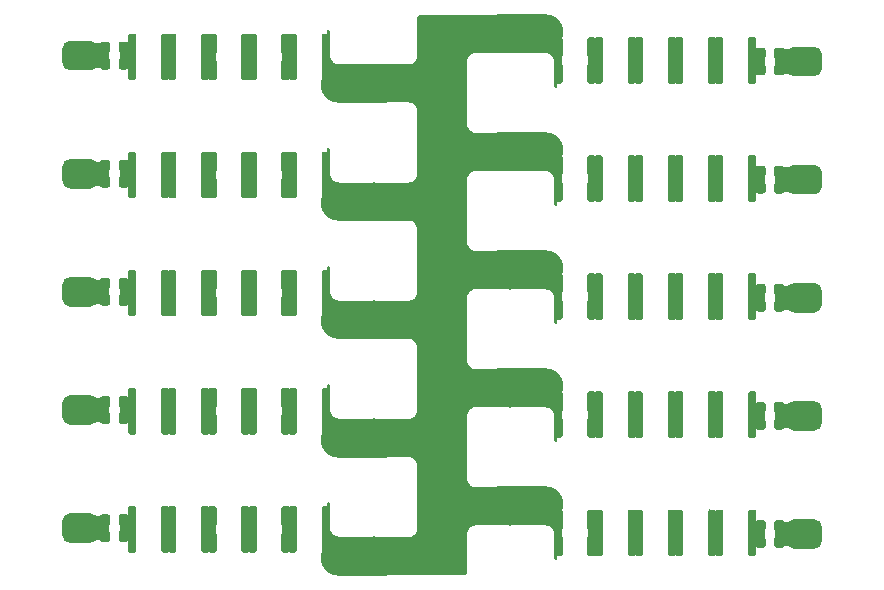
<source format=gtl>
G04 #@! TF.GenerationSoftware,KiCad,Pcbnew,5.1.9-73d0e3b20d~88~ubuntu20.04.1*
G04 #@! TF.CreationDate,2021-08-20T12:24:49+03:00*
G04 #@! TF.ProjectId,cable_to_banana,6361626c-655f-4746-9f5f-62616e616e61,rev?*
G04 #@! TF.SameCoordinates,Original*
G04 #@! TF.FileFunction,Copper,L1,Top*
G04 #@! TF.FilePolarity,Positive*
%FSLAX46Y46*%
G04 Gerber Fmt 4.6, Leading zero omitted, Abs format (unit mm)*
G04 Created by KiCad (PCBNEW 5.1.9-73d0e3b20d~88~ubuntu20.04.1) date 2021-08-20 12:24:49*
%MOMM*%
%LPD*%
G01*
G04 APERTURE LIST*
G04 #@! TA.AperFunction,ComponentPad*
%ADD10O,7.000000X3.000000*%
G04 #@! TD*
G04 #@! TA.AperFunction,ViaPad*
%ADD11C,0.800000*%
G04 #@! TD*
G04 #@! TA.AperFunction,Conductor*
%ADD12C,0.700000*%
G04 #@! TD*
G04 #@! TA.AperFunction,Conductor*
%ADD13C,0.200000*%
G04 #@! TD*
G04 #@! TA.AperFunction,Conductor*
%ADD14C,0.350000*%
G04 #@! TD*
%ADD15C,0.350000*%
%ADD16O,5.000000X1.000000*%
G04 APERTURE END LIST*
G04 #@! TO.P,J3,1*
G04 #@! TO.N,GND*
G04 #@! TA.AperFunction,SMDPad,CuDef*
G36*
G01*
X41600000Y-138875000D02*
X41600000Y-140125000D01*
G75*
G02*
X40975000Y-140750000I-625000J0D01*
G01*
X39225000Y-140750000D01*
G75*
G02*
X38600000Y-140125000I0J625000D01*
G01*
X38600000Y-138875000D01*
G75*
G02*
X39225000Y-138250000I625000J0D01*
G01*
X40975000Y-138250000D01*
G75*
G02*
X41600000Y-138875000I0J-625000D01*
G01*
G37*
G04 #@! TD.AperFunction*
G04 #@! TD*
G04 #@! TO.P,C6,2*
G04 #@! TO.N,Net-(C5-Pad1)*
G04 #@! TA.AperFunction,SMDPad,CuDef*
G36*
G01*
X43350000Y-140456250D02*
X43350000Y-139943750D01*
G75*
G02*
X43568750Y-139725000I218750J0D01*
G01*
X44006250Y-139725000D01*
G75*
G02*
X44225000Y-139943750I0J-218750D01*
G01*
X44225000Y-140456250D01*
G75*
G02*
X44006250Y-140675000I-218750J0D01*
G01*
X43568750Y-140675000D01*
G75*
G02*
X43350000Y-140456250I0J218750D01*
G01*
G37*
G04 #@! TD.AperFunction*
G04 #@! TO.P,C6,1*
G04 #@! TO.N,GND*
G04 #@! TA.AperFunction,SMDPad,CuDef*
G36*
G01*
X41775000Y-140456250D02*
X41775000Y-139943750D01*
G75*
G02*
X41993750Y-139725000I218750J0D01*
G01*
X42431250Y-139725000D01*
G75*
G02*
X42650000Y-139943750I0J-218750D01*
G01*
X42650000Y-140456250D01*
G75*
G02*
X42431250Y-140675000I-218750J0D01*
G01*
X41993750Y-140675000D01*
G75*
G02*
X41775000Y-140456250I0J218750D01*
G01*
G37*
G04 #@! TD.AperFunction*
G04 #@! TD*
G04 #@! TO.P,R2,1*
G04 #@! TO.N,Net-(C2-Pad1)*
G04 #@! TA.AperFunction,SMDPad,CuDef*
G36*
G01*
X54350000Y-129235000D02*
X54350000Y-127765000D01*
G75*
G02*
X54490000Y-127625000I140000J0D01*
G01*
X54910000Y-127625000D01*
G75*
G02*
X55050000Y-127765000I0J-140000D01*
G01*
X55050000Y-129235000D01*
G75*
G02*
X54910000Y-129375000I-140000J0D01*
G01*
X54490000Y-129375000D01*
G75*
G02*
X54350000Y-129235000I0J140000D01*
G01*
G37*
G04 #@! TD.AperFunction*
G04 #@! TO.P,R2,2*
G04 #@! TO.N,Net-(C1-Pad1)*
G04 #@! TA.AperFunction,SMDPad,CuDef*
G36*
G01*
X57150000Y-129235000D02*
X57150000Y-127765000D01*
G75*
G02*
X57290000Y-127625000I140000J0D01*
G01*
X57710000Y-127625000D01*
G75*
G02*
X57850000Y-127765000I0J-140000D01*
G01*
X57850000Y-129235000D01*
G75*
G02*
X57710000Y-129375000I-140000J0D01*
G01*
X57290000Y-129375000D01*
G75*
G02*
X57150000Y-129235000I0J140000D01*
G01*
G37*
G04 #@! TD.AperFunction*
G04 #@! TD*
G04 #@! TO.P,R5,1*
G04 #@! TO.N,Net-(C5-Pad1)*
G04 #@! TA.AperFunction,SMDPad,CuDef*
G36*
G01*
X44150000Y-131435000D02*
X44150000Y-129965000D01*
G75*
G02*
X44290000Y-129825000I140000J0D01*
G01*
X44710000Y-129825000D01*
G75*
G02*
X44850000Y-129965000I0J-140000D01*
G01*
X44850000Y-131435000D01*
G75*
G02*
X44710000Y-131575000I-140000J0D01*
G01*
X44290000Y-131575000D01*
G75*
G02*
X44150000Y-131435000I0J140000D01*
G01*
G37*
G04 #@! TD.AperFunction*
G04 #@! TO.P,R5,2*
G04 #@! TO.N,Net-(C4-Pad1)*
G04 #@! TA.AperFunction,SMDPad,CuDef*
G36*
G01*
X46950000Y-131435000D02*
X46950000Y-129965000D01*
G75*
G02*
X47090000Y-129825000I140000J0D01*
G01*
X47510000Y-129825000D01*
G75*
G02*
X47650000Y-129965000I0J-140000D01*
G01*
X47650000Y-131435000D01*
G75*
G02*
X47510000Y-131575000I-140000J0D01*
G01*
X47090000Y-131575000D01*
G75*
G02*
X46950000Y-131435000I0J140000D01*
G01*
G37*
G04 #@! TD.AperFunction*
G04 #@! TD*
G04 #@! TO.P,R6,2*
G04 #@! TO.N,Net-(C5-Pad1)*
G04 #@! TA.AperFunction,SMDPad,CuDef*
G36*
G01*
X43350000Y-159056250D02*
X43350000Y-158543750D01*
G75*
G02*
X43568750Y-158325000I218750J0D01*
G01*
X44006250Y-158325000D01*
G75*
G02*
X44225000Y-158543750I0J-218750D01*
G01*
X44225000Y-159056250D01*
G75*
G02*
X44006250Y-159275000I-218750J0D01*
G01*
X43568750Y-159275000D01*
G75*
G02*
X43350000Y-159056250I0J218750D01*
G01*
G37*
G04 #@! TD.AperFunction*
G04 #@! TO.P,R6,1*
G04 #@! TO.N,GND*
G04 #@! TA.AperFunction,SMDPad,CuDef*
G36*
G01*
X41775000Y-159056250D02*
X41775000Y-158543750D01*
G75*
G02*
X41993750Y-158325000I218750J0D01*
G01*
X42431250Y-158325000D01*
G75*
G02*
X42650000Y-158543750I0J-218750D01*
G01*
X42650000Y-159056250D01*
G75*
G02*
X42431250Y-159275000I-218750J0D01*
G01*
X41993750Y-159275000D01*
G75*
G02*
X41775000Y-159056250I0J218750D01*
G01*
G37*
G04 #@! TD.AperFunction*
G04 #@! TD*
G04 #@! TO.P,C4,1*
G04 #@! TO.N,Net-(C4-Pad1)*
G04 #@! TA.AperFunction,SMDPad,CuDef*
G36*
G01*
X47550000Y-129235000D02*
X47550000Y-127765000D01*
G75*
G02*
X47690000Y-127625000I140000J0D01*
G01*
X48110000Y-127625000D01*
G75*
G02*
X48250000Y-127765000I0J-140000D01*
G01*
X48250000Y-129235000D01*
G75*
G02*
X48110000Y-129375000I-140000J0D01*
G01*
X47690000Y-129375000D01*
G75*
G02*
X47550000Y-129235000I0J140000D01*
G01*
G37*
G04 #@! TD.AperFunction*
G04 #@! TO.P,C4,2*
G04 #@! TO.N,Net-(C3-Pad1)*
G04 #@! TA.AperFunction,SMDPad,CuDef*
G36*
G01*
X50350000Y-129235000D02*
X50350000Y-127765000D01*
G75*
G02*
X50490000Y-127625000I140000J0D01*
G01*
X50910000Y-127625000D01*
G75*
G02*
X51050000Y-127765000I0J-140000D01*
G01*
X51050000Y-129235000D01*
G75*
G02*
X50910000Y-129375000I-140000J0D01*
G01*
X50490000Y-129375000D01*
G75*
G02*
X50350000Y-129235000I0J140000D01*
G01*
G37*
G04 #@! TD.AperFunction*
G04 #@! TD*
G04 #@! TO.P,C5,1*
G04 #@! TO.N,Net-(C5-Pad1)*
G04 #@! TA.AperFunction,SMDPad,CuDef*
G36*
G01*
X44150000Y-169235000D02*
X44150000Y-167765000D01*
G75*
G02*
X44290000Y-167625000I140000J0D01*
G01*
X44710000Y-167625000D01*
G75*
G02*
X44850000Y-167765000I0J-140000D01*
G01*
X44850000Y-169235000D01*
G75*
G02*
X44710000Y-169375000I-140000J0D01*
G01*
X44290000Y-169375000D01*
G75*
G02*
X44150000Y-169235000I0J140000D01*
G01*
G37*
G04 #@! TD.AperFunction*
G04 #@! TO.P,C5,2*
G04 #@! TO.N,Net-(C4-Pad1)*
G04 #@! TA.AperFunction,SMDPad,CuDef*
G36*
G01*
X46950000Y-169235000D02*
X46950000Y-167765000D01*
G75*
G02*
X47090000Y-167625000I140000J0D01*
G01*
X47510000Y-167625000D01*
G75*
G02*
X47650000Y-167765000I0J-140000D01*
G01*
X47650000Y-169235000D01*
G75*
G02*
X47510000Y-169375000I-140000J0D01*
G01*
X47090000Y-169375000D01*
G75*
G02*
X46950000Y-169235000I0J140000D01*
G01*
G37*
G04 #@! TD.AperFunction*
G04 #@! TD*
G04 #@! TO.P,C3,1*
G04 #@! TO.N,Net-(C3-Pad1)*
G04 #@! TA.AperFunction,SMDPad,CuDef*
G36*
G01*
X50950000Y-129235000D02*
X50950000Y-127765000D01*
G75*
G02*
X51090000Y-127625000I140000J0D01*
G01*
X51510000Y-127625000D01*
G75*
G02*
X51650000Y-127765000I0J-140000D01*
G01*
X51650000Y-129235000D01*
G75*
G02*
X51510000Y-129375000I-140000J0D01*
G01*
X51090000Y-129375000D01*
G75*
G02*
X50950000Y-129235000I0J140000D01*
G01*
G37*
G04 #@! TD.AperFunction*
G04 #@! TO.P,C3,2*
G04 #@! TO.N,Net-(C2-Pad1)*
G04 #@! TA.AperFunction,SMDPad,CuDef*
G36*
G01*
X53750000Y-129235000D02*
X53750000Y-127765000D01*
G75*
G02*
X53890000Y-127625000I140000J0D01*
G01*
X54310000Y-127625000D01*
G75*
G02*
X54450000Y-127765000I0J-140000D01*
G01*
X54450000Y-129235000D01*
G75*
G02*
X54310000Y-129375000I-140000J0D01*
G01*
X53890000Y-129375000D01*
G75*
G02*
X53750000Y-129235000I0J140000D01*
G01*
G37*
G04 #@! TD.AperFunction*
G04 #@! TD*
G04 #@! TO.P,C6,1*
G04 #@! TO.N,GND*
G04 #@! TA.AperFunction,SMDPad,CuDef*
G36*
G01*
X41775000Y-130456250D02*
X41775000Y-129943750D01*
G75*
G02*
X41993750Y-129725000I218750J0D01*
G01*
X42431250Y-129725000D01*
G75*
G02*
X42650000Y-129943750I0J-218750D01*
G01*
X42650000Y-130456250D01*
G75*
G02*
X42431250Y-130675000I-218750J0D01*
G01*
X41993750Y-130675000D01*
G75*
G02*
X41775000Y-130456250I0J218750D01*
G01*
G37*
G04 #@! TD.AperFunction*
G04 #@! TO.P,C6,2*
G04 #@! TO.N,Net-(C5-Pad1)*
G04 #@! TA.AperFunction,SMDPad,CuDef*
G36*
G01*
X43350000Y-130456250D02*
X43350000Y-129943750D01*
G75*
G02*
X43568750Y-129725000I218750J0D01*
G01*
X44006250Y-129725000D01*
G75*
G02*
X44225000Y-129943750I0J-218750D01*
G01*
X44225000Y-130456250D01*
G75*
G02*
X44006250Y-130675000I-218750J0D01*
G01*
X43568750Y-130675000D01*
G75*
G02*
X43350000Y-130456250I0J218750D01*
G01*
G37*
G04 #@! TD.AperFunction*
G04 #@! TD*
D10*
G04 #@! TO.P,J1,1*
G04 #@! TO.N,Net-(C1-Pad2)*
X64000000Y-132000000D03*
G04 #@! TD*
G04 #@! TO.P,C5,2*
G04 #@! TO.N,Net-(C4-Pad1)*
G04 #@! TA.AperFunction,SMDPad,CuDef*
G36*
G01*
X46950000Y-139235000D02*
X46950000Y-137765000D01*
G75*
G02*
X47090000Y-137625000I140000J0D01*
G01*
X47510000Y-137625000D01*
G75*
G02*
X47650000Y-137765000I0J-140000D01*
G01*
X47650000Y-139235000D01*
G75*
G02*
X47510000Y-139375000I-140000J0D01*
G01*
X47090000Y-139375000D01*
G75*
G02*
X46950000Y-139235000I0J140000D01*
G01*
G37*
G04 #@! TD.AperFunction*
G04 #@! TO.P,C5,1*
G04 #@! TO.N,Net-(C5-Pad1)*
G04 #@! TA.AperFunction,SMDPad,CuDef*
G36*
G01*
X44150000Y-139235000D02*
X44150000Y-137765000D01*
G75*
G02*
X44290000Y-137625000I140000J0D01*
G01*
X44710000Y-137625000D01*
G75*
G02*
X44850000Y-137765000I0J-140000D01*
G01*
X44850000Y-139235000D01*
G75*
G02*
X44710000Y-139375000I-140000J0D01*
G01*
X44290000Y-139375000D01*
G75*
G02*
X44150000Y-139235000I0J140000D01*
G01*
G37*
G04 #@! TD.AperFunction*
G04 #@! TD*
G04 #@! TO.P,R4,2*
G04 #@! TO.N,Net-(C3-Pad1)*
G04 #@! TA.AperFunction,SMDPad,CuDef*
G36*
G01*
X50350000Y-141435000D02*
X50350000Y-139965000D01*
G75*
G02*
X50490000Y-139825000I140000J0D01*
G01*
X50910000Y-139825000D01*
G75*
G02*
X51050000Y-139965000I0J-140000D01*
G01*
X51050000Y-141435000D01*
G75*
G02*
X50910000Y-141575000I-140000J0D01*
G01*
X50490000Y-141575000D01*
G75*
G02*
X50350000Y-141435000I0J140000D01*
G01*
G37*
G04 #@! TD.AperFunction*
G04 #@! TO.P,R4,1*
G04 #@! TO.N,Net-(C4-Pad1)*
G04 #@! TA.AperFunction,SMDPad,CuDef*
G36*
G01*
X47550000Y-141435000D02*
X47550000Y-139965000D01*
G75*
G02*
X47690000Y-139825000I140000J0D01*
G01*
X48110000Y-139825000D01*
G75*
G02*
X48250000Y-139965000I0J-140000D01*
G01*
X48250000Y-141435000D01*
G75*
G02*
X48110000Y-141575000I-140000J0D01*
G01*
X47690000Y-141575000D01*
G75*
G02*
X47550000Y-141435000I0J140000D01*
G01*
G37*
G04 #@! TD.AperFunction*
G04 #@! TD*
G04 #@! TO.P,J3,1*
G04 #@! TO.N,GND*
G04 #@! TA.AperFunction,SMDPad,CuDef*
G36*
G01*
X41600000Y-128875000D02*
X41600000Y-130125000D01*
G75*
G02*
X40975000Y-130750000I-625000J0D01*
G01*
X39225000Y-130750000D01*
G75*
G02*
X38600000Y-130125000I0J625000D01*
G01*
X38600000Y-128875000D01*
G75*
G02*
X39225000Y-128250000I625000J0D01*
G01*
X40975000Y-128250000D01*
G75*
G02*
X41600000Y-128875000I0J-625000D01*
G01*
G37*
G04 #@! TD.AperFunction*
G04 #@! TD*
G04 #@! TO.P,C1,1*
G04 #@! TO.N,Net-(C1-Pad1)*
G04 #@! TA.AperFunction,SMDPad,CuDef*
G36*
G01*
X57750000Y-171435000D02*
X57750000Y-169965000D01*
G75*
G02*
X57890000Y-169825000I140000J0D01*
G01*
X58310000Y-169825000D01*
G75*
G02*
X58450000Y-169965000I0J-140000D01*
G01*
X58450000Y-171435000D01*
G75*
G02*
X58310000Y-171575000I-140000J0D01*
G01*
X57890000Y-171575000D01*
G75*
G02*
X57750000Y-171435000I0J140000D01*
G01*
G37*
G04 #@! TD.AperFunction*
G04 #@! TO.P,C1,2*
G04 #@! TO.N,Net-(C1-Pad2)*
G04 #@! TA.AperFunction,SMDPad,CuDef*
G36*
G01*
X60550000Y-171435000D02*
X60550000Y-169965000D01*
G75*
G02*
X60690000Y-169825000I140000J0D01*
G01*
X61110000Y-169825000D01*
G75*
G02*
X61250000Y-169965000I0J-140000D01*
G01*
X61250000Y-171435000D01*
G75*
G02*
X61110000Y-171575000I-140000J0D01*
G01*
X60690000Y-171575000D01*
G75*
G02*
X60550000Y-171435000I0J140000D01*
G01*
G37*
G04 #@! TD.AperFunction*
G04 #@! TD*
G04 #@! TO.P,R1,1*
G04 #@! TO.N,Net-(C1-Pad1)*
G04 #@! TA.AperFunction,SMDPad,CuDef*
G36*
G01*
X57750000Y-129235000D02*
X57750000Y-127765000D01*
G75*
G02*
X57890000Y-127625000I140000J0D01*
G01*
X58310000Y-127625000D01*
G75*
G02*
X58450000Y-127765000I0J-140000D01*
G01*
X58450000Y-129235000D01*
G75*
G02*
X58310000Y-129375000I-140000J0D01*
G01*
X57890000Y-129375000D01*
G75*
G02*
X57750000Y-129235000I0J140000D01*
G01*
G37*
G04 #@! TD.AperFunction*
G04 #@! TO.P,R1,2*
G04 #@! TO.N,Net-(C1-Pad2)*
G04 #@! TA.AperFunction,SMDPad,CuDef*
G36*
G01*
X60550000Y-129235000D02*
X60550000Y-127765000D01*
G75*
G02*
X60690000Y-127625000I140000J0D01*
G01*
X61110000Y-127625000D01*
G75*
G02*
X61250000Y-127765000I0J-140000D01*
G01*
X61250000Y-129235000D01*
G75*
G02*
X61110000Y-129375000I-140000J0D01*
G01*
X60690000Y-129375000D01*
G75*
G02*
X60550000Y-129235000I0J140000D01*
G01*
G37*
G04 #@! TD.AperFunction*
G04 #@! TD*
G04 #@! TO.P,C4,2*
G04 #@! TO.N,Net-(C3-Pad1)*
G04 #@! TA.AperFunction,SMDPad,CuDef*
G36*
G01*
X50350000Y-159235000D02*
X50350000Y-157765000D01*
G75*
G02*
X50490000Y-157625000I140000J0D01*
G01*
X50910000Y-157625000D01*
G75*
G02*
X51050000Y-157765000I0J-140000D01*
G01*
X51050000Y-159235000D01*
G75*
G02*
X50910000Y-159375000I-140000J0D01*
G01*
X50490000Y-159375000D01*
G75*
G02*
X50350000Y-159235000I0J140000D01*
G01*
G37*
G04 #@! TD.AperFunction*
G04 #@! TO.P,C4,1*
G04 #@! TO.N,Net-(C4-Pad1)*
G04 #@! TA.AperFunction,SMDPad,CuDef*
G36*
G01*
X47550000Y-159235000D02*
X47550000Y-157765000D01*
G75*
G02*
X47690000Y-157625000I140000J0D01*
G01*
X48110000Y-157625000D01*
G75*
G02*
X48250000Y-157765000I0J-140000D01*
G01*
X48250000Y-159235000D01*
G75*
G02*
X48110000Y-159375000I-140000J0D01*
G01*
X47690000Y-159375000D01*
G75*
G02*
X47550000Y-159235000I0J140000D01*
G01*
G37*
G04 #@! TD.AperFunction*
G04 #@! TD*
G04 #@! TO.P,J1,1*
G04 #@! TO.N,Net-(C1-Pad2)*
X64000000Y-162000000D03*
G04 #@! TD*
G04 #@! TO.P,C2,1*
G04 #@! TO.N,Net-(C2-Pad1)*
G04 #@! TA.AperFunction,SMDPad,CuDef*
G36*
G01*
X54350000Y-131435000D02*
X54350000Y-129965000D01*
G75*
G02*
X54490000Y-129825000I140000J0D01*
G01*
X54910000Y-129825000D01*
G75*
G02*
X55050000Y-129965000I0J-140000D01*
G01*
X55050000Y-131435000D01*
G75*
G02*
X54910000Y-131575000I-140000J0D01*
G01*
X54490000Y-131575000D01*
G75*
G02*
X54350000Y-131435000I0J140000D01*
G01*
G37*
G04 #@! TD.AperFunction*
G04 #@! TO.P,C2,2*
G04 #@! TO.N,Net-(C1-Pad1)*
G04 #@! TA.AperFunction,SMDPad,CuDef*
G36*
G01*
X57150000Y-131435000D02*
X57150000Y-129965000D01*
G75*
G02*
X57290000Y-129825000I140000J0D01*
G01*
X57710000Y-129825000D01*
G75*
G02*
X57850000Y-129965000I0J-140000D01*
G01*
X57850000Y-131435000D01*
G75*
G02*
X57710000Y-131575000I-140000J0D01*
G01*
X57290000Y-131575000D01*
G75*
G02*
X57150000Y-131435000I0J140000D01*
G01*
G37*
G04 #@! TD.AperFunction*
G04 #@! TD*
G04 #@! TO.P,C5,1*
G04 #@! TO.N,Net-(C5-Pad1)*
G04 #@! TA.AperFunction,SMDPad,CuDef*
G36*
G01*
X44150000Y-129235000D02*
X44150000Y-127765000D01*
G75*
G02*
X44290000Y-127625000I140000J0D01*
G01*
X44710000Y-127625000D01*
G75*
G02*
X44850000Y-127765000I0J-140000D01*
G01*
X44850000Y-129235000D01*
G75*
G02*
X44710000Y-129375000I-140000J0D01*
G01*
X44290000Y-129375000D01*
G75*
G02*
X44150000Y-129235000I0J140000D01*
G01*
G37*
G04 #@! TD.AperFunction*
G04 #@! TO.P,C5,2*
G04 #@! TO.N,Net-(C4-Pad1)*
G04 #@! TA.AperFunction,SMDPad,CuDef*
G36*
G01*
X46950000Y-129235000D02*
X46950000Y-127765000D01*
G75*
G02*
X47090000Y-127625000I140000J0D01*
G01*
X47510000Y-127625000D01*
G75*
G02*
X47650000Y-127765000I0J-140000D01*
G01*
X47650000Y-129235000D01*
G75*
G02*
X47510000Y-129375000I-140000J0D01*
G01*
X47090000Y-129375000D01*
G75*
G02*
X46950000Y-129235000I0J140000D01*
G01*
G37*
G04 #@! TD.AperFunction*
G04 #@! TD*
G04 #@! TO.P,C6,1*
G04 #@! TO.N,GND*
G04 #@! TA.AperFunction,SMDPad,CuDef*
G36*
G01*
X41775000Y-170456250D02*
X41775000Y-169943750D01*
G75*
G02*
X41993750Y-169725000I218750J0D01*
G01*
X42431250Y-169725000D01*
G75*
G02*
X42650000Y-169943750I0J-218750D01*
G01*
X42650000Y-170456250D01*
G75*
G02*
X42431250Y-170675000I-218750J0D01*
G01*
X41993750Y-170675000D01*
G75*
G02*
X41775000Y-170456250I0J218750D01*
G01*
G37*
G04 #@! TD.AperFunction*
G04 #@! TO.P,C6,2*
G04 #@! TO.N,Net-(C5-Pad1)*
G04 #@! TA.AperFunction,SMDPad,CuDef*
G36*
G01*
X43350000Y-170456250D02*
X43350000Y-169943750D01*
G75*
G02*
X43568750Y-169725000I218750J0D01*
G01*
X44006250Y-169725000D01*
G75*
G02*
X44225000Y-169943750I0J-218750D01*
G01*
X44225000Y-170456250D01*
G75*
G02*
X44006250Y-170675000I-218750J0D01*
G01*
X43568750Y-170675000D01*
G75*
G02*
X43350000Y-170456250I0J218750D01*
G01*
G37*
G04 #@! TD.AperFunction*
G04 #@! TD*
G04 #@! TO.P,R1,1*
G04 #@! TO.N,Net-(C1-Pad1)*
G04 #@! TA.AperFunction,SMDPad,CuDef*
G36*
G01*
X57750000Y-169235000D02*
X57750000Y-167765000D01*
G75*
G02*
X57890000Y-167625000I140000J0D01*
G01*
X58310000Y-167625000D01*
G75*
G02*
X58450000Y-167765000I0J-140000D01*
G01*
X58450000Y-169235000D01*
G75*
G02*
X58310000Y-169375000I-140000J0D01*
G01*
X57890000Y-169375000D01*
G75*
G02*
X57750000Y-169235000I0J140000D01*
G01*
G37*
G04 #@! TD.AperFunction*
G04 #@! TO.P,R1,2*
G04 #@! TO.N,Net-(C1-Pad2)*
G04 #@! TA.AperFunction,SMDPad,CuDef*
G36*
G01*
X60550000Y-169235000D02*
X60550000Y-167765000D01*
G75*
G02*
X60690000Y-167625000I140000J0D01*
G01*
X61110000Y-167625000D01*
G75*
G02*
X61250000Y-167765000I0J-140000D01*
G01*
X61250000Y-169235000D01*
G75*
G02*
X61110000Y-169375000I-140000J0D01*
G01*
X60690000Y-169375000D01*
G75*
G02*
X60550000Y-169235000I0J140000D01*
G01*
G37*
G04 #@! TD.AperFunction*
G04 #@! TD*
G04 #@! TO.P,R3,2*
G04 #@! TO.N,Net-(C2-Pad1)*
G04 #@! TA.AperFunction,SMDPad,CuDef*
G36*
G01*
X53750000Y-161435000D02*
X53750000Y-159965000D01*
G75*
G02*
X53890000Y-159825000I140000J0D01*
G01*
X54310000Y-159825000D01*
G75*
G02*
X54450000Y-159965000I0J-140000D01*
G01*
X54450000Y-161435000D01*
G75*
G02*
X54310000Y-161575000I-140000J0D01*
G01*
X53890000Y-161575000D01*
G75*
G02*
X53750000Y-161435000I0J140000D01*
G01*
G37*
G04 #@! TD.AperFunction*
G04 #@! TO.P,R3,1*
G04 #@! TO.N,Net-(C3-Pad1)*
G04 #@! TA.AperFunction,SMDPad,CuDef*
G36*
G01*
X50950000Y-161435000D02*
X50950000Y-159965000D01*
G75*
G02*
X51090000Y-159825000I140000J0D01*
G01*
X51510000Y-159825000D01*
G75*
G02*
X51650000Y-159965000I0J-140000D01*
G01*
X51650000Y-161435000D01*
G75*
G02*
X51510000Y-161575000I-140000J0D01*
G01*
X51090000Y-161575000D01*
G75*
G02*
X50950000Y-161435000I0J140000D01*
G01*
G37*
G04 #@! TD.AperFunction*
G04 #@! TD*
G04 #@! TO.P,R2,1*
G04 #@! TO.N,Net-(C2-Pad1)*
G04 #@! TA.AperFunction,SMDPad,CuDef*
G36*
G01*
X54350000Y-169235000D02*
X54350000Y-167765000D01*
G75*
G02*
X54490000Y-167625000I140000J0D01*
G01*
X54910000Y-167625000D01*
G75*
G02*
X55050000Y-167765000I0J-140000D01*
G01*
X55050000Y-169235000D01*
G75*
G02*
X54910000Y-169375000I-140000J0D01*
G01*
X54490000Y-169375000D01*
G75*
G02*
X54350000Y-169235000I0J140000D01*
G01*
G37*
G04 #@! TD.AperFunction*
G04 #@! TO.P,R2,2*
G04 #@! TO.N,Net-(C1-Pad1)*
G04 #@! TA.AperFunction,SMDPad,CuDef*
G36*
G01*
X57150000Y-169235000D02*
X57150000Y-167765000D01*
G75*
G02*
X57290000Y-167625000I140000J0D01*
G01*
X57710000Y-167625000D01*
G75*
G02*
X57850000Y-167765000I0J-140000D01*
G01*
X57850000Y-169235000D01*
G75*
G02*
X57710000Y-169375000I-140000J0D01*
G01*
X57290000Y-169375000D01*
G75*
G02*
X57150000Y-169235000I0J140000D01*
G01*
G37*
G04 #@! TD.AperFunction*
G04 #@! TD*
G04 #@! TO.P,C3,1*
G04 #@! TO.N,Net-(C3-Pad1)*
G04 #@! TA.AperFunction,SMDPad,CuDef*
G36*
G01*
X50950000Y-169235000D02*
X50950000Y-167765000D01*
G75*
G02*
X51090000Y-167625000I140000J0D01*
G01*
X51510000Y-167625000D01*
G75*
G02*
X51650000Y-167765000I0J-140000D01*
G01*
X51650000Y-169235000D01*
G75*
G02*
X51510000Y-169375000I-140000J0D01*
G01*
X51090000Y-169375000D01*
G75*
G02*
X50950000Y-169235000I0J140000D01*
G01*
G37*
G04 #@! TD.AperFunction*
G04 #@! TO.P,C3,2*
G04 #@! TO.N,Net-(C2-Pad1)*
G04 #@! TA.AperFunction,SMDPad,CuDef*
G36*
G01*
X53750000Y-169235000D02*
X53750000Y-167765000D01*
G75*
G02*
X53890000Y-167625000I140000J0D01*
G01*
X54310000Y-167625000D01*
G75*
G02*
X54450000Y-167765000I0J-140000D01*
G01*
X54450000Y-169235000D01*
G75*
G02*
X54310000Y-169375000I-140000J0D01*
G01*
X53890000Y-169375000D01*
G75*
G02*
X53750000Y-169235000I0J140000D01*
G01*
G37*
G04 #@! TD.AperFunction*
G04 #@! TD*
G04 #@! TO.P,R6,1*
G04 #@! TO.N,GND*
G04 #@! TA.AperFunction,SMDPad,CuDef*
G36*
G01*
X41775000Y-129056250D02*
X41775000Y-128543750D01*
G75*
G02*
X41993750Y-128325000I218750J0D01*
G01*
X42431250Y-128325000D01*
G75*
G02*
X42650000Y-128543750I0J-218750D01*
G01*
X42650000Y-129056250D01*
G75*
G02*
X42431250Y-129275000I-218750J0D01*
G01*
X41993750Y-129275000D01*
G75*
G02*
X41775000Y-129056250I0J218750D01*
G01*
G37*
G04 #@! TD.AperFunction*
G04 #@! TO.P,R6,2*
G04 #@! TO.N,Net-(C5-Pad1)*
G04 #@! TA.AperFunction,SMDPad,CuDef*
G36*
G01*
X43350000Y-129056250D02*
X43350000Y-128543750D01*
G75*
G02*
X43568750Y-128325000I218750J0D01*
G01*
X44006250Y-128325000D01*
G75*
G02*
X44225000Y-128543750I0J-218750D01*
G01*
X44225000Y-129056250D01*
G75*
G02*
X44006250Y-129275000I-218750J0D01*
G01*
X43568750Y-129275000D01*
G75*
G02*
X43350000Y-129056250I0J218750D01*
G01*
G37*
G04 #@! TD.AperFunction*
G04 #@! TD*
G04 #@! TO.P,R5,2*
G04 #@! TO.N,Net-(C4-Pad1)*
G04 #@! TA.AperFunction,SMDPad,CuDef*
G36*
G01*
X46950000Y-141435000D02*
X46950000Y-139965000D01*
G75*
G02*
X47090000Y-139825000I140000J0D01*
G01*
X47510000Y-139825000D01*
G75*
G02*
X47650000Y-139965000I0J-140000D01*
G01*
X47650000Y-141435000D01*
G75*
G02*
X47510000Y-141575000I-140000J0D01*
G01*
X47090000Y-141575000D01*
G75*
G02*
X46950000Y-141435000I0J140000D01*
G01*
G37*
G04 #@! TD.AperFunction*
G04 #@! TO.P,R5,1*
G04 #@! TO.N,Net-(C5-Pad1)*
G04 #@! TA.AperFunction,SMDPad,CuDef*
G36*
G01*
X44150000Y-141435000D02*
X44150000Y-139965000D01*
G75*
G02*
X44290000Y-139825000I140000J0D01*
G01*
X44710000Y-139825000D01*
G75*
G02*
X44850000Y-139965000I0J-140000D01*
G01*
X44850000Y-141435000D01*
G75*
G02*
X44710000Y-141575000I-140000J0D01*
G01*
X44290000Y-141575000D01*
G75*
G02*
X44150000Y-141435000I0J140000D01*
G01*
G37*
G04 #@! TD.AperFunction*
G04 #@! TD*
G04 #@! TO.P,C2,2*
G04 #@! TO.N,Net-(C1-Pad1)*
G04 #@! TA.AperFunction,SMDPad,CuDef*
G36*
G01*
X57150000Y-161435000D02*
X57150000Y-159965000D01*
G75*
G02*
X57290000Y-159825000I140000J0D01*
G01*
X57710000Y-159825000D01*
G75*
G02*
X57850000Y-159965000I0J-140000D01*
G01*
X57850000Y-161435000D01*
G75*
G02*
X57710000Y-161575000I-140000J0D01*
G01*
X57290000Y-161575000D01*
G75*
G02*
X57150000Y-161435000I0J140000D01*
G01*
G37*
G04 #@! TD.AperFunction*
G04 #@! TO.P,C2,1*
G04 #@! TO.N,Net-(C2-Pad1)*
G04 #@! TA.AperFunction,SMDPad,CuDef*
G36*
G01*
X54350000Y-161435000D02*
X54350000Y-159965000D01*
G75*
G02*
X54490000Y-159825000I140000J0D01*
G01*
X54910000Y-159825000D01*
G75*
G02*
X55050000Y-159965000I0J-140000D01*
G01*
X55050000Y-161435000D01*
G75*
G02*
X54910000Y-161575000I-140000J0D01*
G01*
X54490000Y-161575000D01*
G75*
G02*
X54350000Y-161435000I0J140000D01*
G01*
G37*
G04 #@! TD.AperFunction*
G04 #@! TD*
G04 #@! TO.P,C4,2*
G04 #@! TO.N,Net-(C3-Pad1)*
G04 #@! TA.AperFunction,SMDPad,CuDef*
G36*
G01*
X50350000Y-139235000D02*
X50350000Y-137765000D01*
G75*
G02*
X50490000Y-137625000I140000J0D01*
G01*
X50910000Y-137625000D01*
G75*
G02*
X51050000Y-137765000I0J-140000D01*
G01*
X51050000Y-139235000D01*
G75*
G02*
X50910000Y-139375000I-140000J0D01*
G01*
X50490000Y-139375000D01*
G75*
G02*
X50350000Y-139235000I0J140000D01*
G01*
G37*
G04 #@! TD.AperFunction*
G04 #@! TO.P,C4,1*
G04 #@! TO.N,Net-(C4-Pad1)*
G04 #@! TA.AperFunction,SMDPad,CuDef*
G36*
G01*
X47550000Y-139235000D02*
X47550000Y-137765000D01*
G75*
G02*
X47690000Y-137625000I140000J0D01*
G01*
X48110000Y-137625000D01*
G75*
G02*
X48250000Y-137765000I0J-140000D01*
G01*
X48250000Y-139235000D01*
G75*
G02*
X48110000Y-139375000I-140000J0D01*
G01*
X47690000Y-139375000D01*
G75*
G02*
X47550000Y-139235000I0J140000D01*
G01*
G37*
G04 #@! TD.AperFunction*
G04 #@! TD*
G04 #@! TO.P,J1,1*
G04 #@! TO.N,Net-(C1-Pad2)*
X64000000Y-172000000D03*
G04 #@! TD*
G04 #@! TO.P,C3,2*
G04 #@! TO.N,Net-(C2-Pad1)*
G04 #@! TA.AperFunction,SMDPad,CuDef*
G36*
G01*
X53750000Y-159235000D02*
X53750000Y-157765000D01*
G75*
G02*
X53890000Y-157625000I140000J0D01*
G01*
X54310000Y-157625000D01*
G75*
G02*
X54450000Y-157765000I0J-140000D01*
G01*
X54450000Y-159235000D01*
G75*
G02*
X54310000Y-159375000I-140000J0D01*
G01*
X53890000Y-159375000D01*
G75*
G02*
X53750000Y-159235000I0J140000D01*
G01*
G37*
G04 #@! TD.AperFunction*
G04 #@! TO.P,C3,1*
G04 #@! TO.N,Net-(C3-Pad1)*
G04 #@! TA.AperFunction,SMDPad,CuDef*
G36*
G01*
X50950000Y-159235000D02*
X50950000Y-157765000D01*
G75*
G02*
X51090000Y-157625000I140000J0D01*
G01*
X51510000Y-157625000D01*
G75*
G02*
X51650000Y-157765000I0J-140000D01*
G01*
X51650000Y-159235000D01*
G75*
G02*
X51510000Y-159375000I-140000J0D01*
G01*
X51090000Y-159375000D01*
G75*
G02*
X50950000Y-159235000I0J140000D01*
G01*
G37*
G04 #@! TD.AperFunction*
G04 #@! TD*
G04 #@! TO.P,J3,1*
G04 #@! TO.N,GND*
G04 #@! TA.AperFunction,SMDPad,CuDef*
G36*
G01*
X41600000Y-148875000D02*
X41600000Y-150125000D01*
G75*
G02*
X40975000Y-150750000I-625000J0D01*
G01*
X39225000Y-150750000D01*
G75*
G02*
X38600000Y-150125000I0J625000D01*
G01*
X38600000Y-148875000D01*
G75*
G02*
X39225000Y-148250000I625000J0D01*
G01*
X40975000Y-148250000D01*
G75*
G02*
X41600000Y-148875000I0J-625000D01*
G01*
G37*
G04 #@! TD.AperFunction*
G04 #@! TD*
G04 #@! TO.P,R3,2*
G04 #@! TO.N,Net-(C2-Pad1)*
G04 #@! TA.AperFunction,SMDPad,CuDef*
G36*
G01*
X53750000Y-141435000D02*
X53750000Y-139965000D01*
G75*
G02*
X53890000Y-139825000I140000J0D01*
G01*
X54310000Y-139825000D01*
G75*
G02*
X54450000Y-139965000I0J-140000D01*
G01*
X54450000Y-141435000D01*
G75*
G02*
X54310000Y-141575000I-140000J0D01*
G01*
X53890000Y-141575000D01*
G75*
G02*
X53750000Y-141435000I0J140000D01*
G01*
G37*
G04 #@! TD.AperFunction*
G04 #@! TO.P,R3,1*
G04 #@! TO.N,Net-(C3-Pad1)*
G04 #@! TA.AperFunction,SMDPad,CuDef*
G36*
G01*
X50950000Y-141435000D02*
X50950000Y-139965000D01*
G75*
G02*
X51090000Y-139825000I140000J0D01*
G01*
X51510000Y-139825000D01*
G75*
G02*
X51650000Y-139965000I0J-140000D01*
G01*
X51650000Y-141435000D01*
G75*
G02*
X51510000Y-141575000I-140000J0D01*
G01*
X51090000Y-141575000D01*
G75*
G02*
X50950000Y-141435000I0J140000D01*
G01*
G37*
G04 #@! TD.AperFunction*
G04 #@! TD*
G04 #@! TO.P,R6,2*
G04 #@! TO.N,Net-(C5-Pad1)*
G04 #@! TA.AperFunction,SMDPad,CuDef*
G36*
G01*
X43350000Y-139056250D02*
X43350000Y-138543750D01*
G75*
G02*
X43568750Y-138325000I218750J0D01*
G01*
X44006250Y-138325000D01*
G75*
G02*
X44225000Y-138543750I0J-218750D01*
G01*
X44225000Y-139056250D01*
G75*
G02*
X44006250Y-139275000I-218750J0D01*
G01*
X43568750Y-139275000D01*
G75*
G02*
X43350000Y-139056250I0J218750D01*
G01*
G37*
G04 #@! TD.AperFunction*
G04 #@! TO.P,R6,1*
G04 #@! TO.N,GND*
G04 #@! TA.AperFunction,SMDPad,CuDef*
G36*
G01*
X41775000Y-139056250D02*
X41775000Y-138543750D01*
G75*
G02*
X41993750Y-138325000I218750J0D01*
G01*
X42431250Y-138325000D01*
G75*
G02*
X42650000Y-138543750I0J-218750D01*
G01*
X42650000Y-139056250D01*
G75*
G02*
X42431250Y-139275000I-218750J0D01*
G01*
X41993750Y-139275000D01*
G75*
G02*
X41775000Y-139056250I0J218750D01*
G01*
G37*
G04 #@! TD.AperFunction*
G04 #@! TD*
G04 #@! TO.P,R2,2*
G04 #@! TO.N,Net-(C1-Pad1)*
G04 #@! TA.AperFunction,SMDPad,CuDef*
G36*
G01*
X57150000Y-139235000D02*
X57150000Y-137765000D01*
G75*
G02*
X57290000Y-137625000I140000J0D01*
G01*
X57710000Y-137625000D01*
G75*
G02*
X57850000Y-137765000I0J-140000D01*
G01*
X57850000Y-139235000D01*
G75*
G02*
X57710000Y-139375000I-140000J0D01*
G01*
X57290000Y-139375000D01*
G75*
G02*
X57150000Y-139235000I0J140000D01*
G01*
G37*
G04 #@! TD.AperFunction*
G04 #@! TO.P,R2,1*
G04 #@! TO.N,Net-(C2-Pad1)*
G04 #@! TA.AperFunction,SMDPad,CuDef*
G36*
G01*
X54350000Y-139235000D02*
X54350000Y-137765000D01*
G75*
G02*
X54490000Y-137625000I140000J0D01*
G01*
X54910000Y-137625000D01*
G75*
G02*
X55050000Y-137765000I0J-140000D01*
G01*
X55050000Y-139235000D01*
G75*
G02*
X54910000Y-139375000I-140000J0D01*
G01*
X54490000Y-139375000D01*
G75*
G02*
X54350000Y-139235000I0J140000D01*
G01*
G37*
G04 #@! TD.AperFunction*
G04 #@! TD*
G04 #@! TO.P,J3,1*
G04 #@! TO.N,GND*
G04 #@! TA.AperFunction,SMDPad,CuDef*
G36*
G01*
X41600000Y-168875000D02*
X41600000Y-170125000D01*
G75*
G02*
X40975000Y-170750000I-625000J0D01*
G01*
X39225000Y-170750000D01*
G75*
G02*
X38600000Y-170125000I0J625000D01*
G01*
X38600000Y-168875000D01*
G75*
G02*
X39225000Y-168250000I625000J0D01*
G01*
X40975000Y-168250000D01*
G75*
G02*
X41600000Y-168875000I0J-625000D01*
G01*
G37*
G04 #@! TD.AperFunction*
G04 #@! TD*
G04 #@! TO.P,C5,2*
G04 #@! TO.N,Net-(C4-Pad1)*
G04 #@! TA.AperFunction,SMDPad,CuDef*
G36*
G01*
X46950000Y-159235000D02*
X46950000Y-157765000D01*
G75*
G02*
X47090000Y-157625000I140000J0D01*
G01*
X47510000Y-157625000D01*
G75*
G02*
X47650000Y-157765000I0J-140000D01*
G01*
X47650000Y-159235000D01*
G75*
G02*
X47510000Y-159375000I-140000J0D01*
G01*
X47090000Y-159375000D01*
G75*
G02*
X46950000Y-159235000I0J140000D01*
G01*
G37*
G04 #@! TD.AperFunction*
G04 #@! TO.P,C5,1*
G04 #@! TO.N,Net-(C5-Pad1)*
G04 #@! TA.AperFunction,SMDPad,CuDef*
G36*
G01*
X44150000Y-159235000D02*
X44150000Y-157765000D01*
G75*
G02*
X44290000Y-157625000I140000J0D01*
G01*
X44710000Y-157625000D01*
G75*
G02*
X44850000Y-157765000I0J-140000D01*
G01*
X44850000Y-159235000D01*
G75*
G02*
X44710000Y-159375000I-140000J0D01*
G01*
X44290000Y-159375000D01*
G75*
G02*
X44150000Y-159235000I0J140000D01*
G01*
G37*
G04 #@! TD.AperFunction*
G04 #@! TD*
G04 #@! TO.P,J3,1*
G04 #@! TO.N,GND*
G04 #@! TA.AperFunction,SMDPad,CuDef*
G36*
G01*
X41600000Y-158875000D02*
X41600000Y-160125000D01*
G75*
G02*
X40975000Y-160750000I-625000J0D01*
G01*
X39225000Y-160750000D01*
G75*
G02*
X38600000Y-160125000I0J625000D01*
G01*
X38600000Y-158875000D01*
G75*
G02*
X39225000Y-158250000I625000J0D01*
G01*
X40975000Y-158250000D01*
G75*
G02*
X41600000Y-158875000I0J-625000D01*
G01*
G37*
G04 #@! TD.AperFunction*
G04 #@! TD*
G04 #@! TO.P,C1,1*
G04 #@! TO.N,Net-(C1-Pad1)*
G04 #@! TA.AperFunction,SMDPad,CuDef*
G36*
G01*
X57750000Y-131435000D02*
X57750000Y-129965000D01*
G75*
G02*
X57890000Y-129825000I140000J0D01*
G01*
X58310000Y-129825000D01*
G75*
G02*
X58450000Y-129965000I0J-140000D01*
G01*
X58450000Y-131435000D01*
G75*
G02*
X58310000Y-131575000I-140000J0D01*
G01*
X57890000Y-131575000D01*
G75*
G02*
X57750000Y-131435000I0J140000D01*
G01*
G37*
G04 #@! TD.AperFunction*
G04 #@! TO.P,C1,2*
G04 #@! TO.N,Net-(C1-Pad2)*
G04 #@! TA.AperFunction,SMDPad,CuDef*
G36*
G01*
X60550000Y-131435000D02*
X60550000Y-129965000D01*
G75*
G02*
X60690000Y-129825000I140000J0D01*
G01*
X61110000Y-129825000D01*
G75*
G02*
X61250000Y-129965000I0J-140000D01*
G01*
X61250000Y-131435000D01*
G75*
G02*
X61110000Y-131575000I-140000J0D01*
G01*
X60690000Y-131575000D01*
G75*
G02*
X60550000Y-131435000I0J140000D01*
G01*
G37*
G04 #@! TD.AperFunction*
G04 #@! TD*
G04 #@! TO.P,J1,1*
G04 #@! TO.N,Net-(C1-Pad2)*
X64000000Y-152000000D03*
G04 #@! TD*
G04 #@! TO.P,C3,2*
G04 #@! TO.N,Net-(C2-Pad1)*
G04 #@! TA.AperFunction,SMDPad,CuDef*
G36*
G01*
X53750000Y-139235000D02*
X53750000Y-137765000D01*
G75*
G02*
X53890000Y-137625000I140000J0D01*
G01*
X54310000Y-137625000D01*
G75*
G02*
X54450000Y-137765000I0J-140000D01*
G01*
X54450000Y-139235000D01*
G75*
G02*
X54310000Y-139375000I-140000J0D01*
G01*
X53890000Y-139375000D01*
G75*
G02*
X53750000Y-139235000I0J140000D01*
G01*
G37*
G04 #@! TD.AperFunction*
G04 #@! TO.P,C3,1*
G04 #@! TO.N,Net-(C3-Pad1)*
G04 #@! TA.AperFunction,SMDPad,CuDef*
G36*
G01*
X50950000Y-139235000D02*
X50950000Y-137765000D01*
G75*
G02*
X51090000Y-137625000I140000J0D01*
G01*
X51510000Y-137625000D01*
G75*
G02*
X51650000Y-137765000I0J-140000D01*
G01*
X51650000Y-139235000D01*
G75*
G02*
X51510000Y-139375000I-140000J0D01*
G01*
X51090000Y-139375000D01*
G75*
G02*
X50950000Y-139235000I0J140000D01*
G01*
G37*
G04 #@! TD.AperFunction*
G04 #@! TD*
G04 #@! TO.P,R3,1*
G04 #@! TO.N,Net-(C3-Pad1)*
G04 #@! TA.AperFunction,SMDPad,CuDef*
G36*
G01*
X50950000Y-171435000D02*
X50950000Y-169965000D01*
G75*
G02*
X51090000Y-169825000I140000J0D01*
G01*
X51510000Y-169825000D01*
G75*
G02*
X51650000Y-169965000I0J-140000D01*
G01*
X51650000Y-171435000D01*
G75*
G02*
X51510000Y-171575000I-140000J0D01*
G01*
X51090000Y-171575000D01*
G75*
G02*
X50950000Y-171435000I0J140000D01*
G01*
G37*
G04 #@! TD.AperFunction*
G04 #@! TO.P,R3,2*
G04 #@! TO.N,Net-(C2-Pad1)*
G04 #@! TA.AperFunction,SMDPad,CuDef*
G36*
G01*
X53750000Y-171435000D02*
X53750000Y-169965000D01*
G75*
G02*
X53890000Y-169825000I140000J0D01*
G01*
X54310000Y-169825000D01*
G75*
G02*
X54450000Y-169965000I0J-140000D01*
G01*
X54450000Y-171435000D01*
G75*
G02*
X54310000Y-171575000I-140000J0D01*
G01*
X53890000Y-171575000D01*
G75*
G02*
X53750000Y-171435000I0J140000D01*
G01*
G37*
G04 #@! TD.AperFunction*
G04 #@! TD*
G04 #@! TO.P,C4,1*
G04 #@! TO.N,Net-(C4-Pad1)*
G04 #@! TA.AperFunction,SMDPad,CuDef*
G36*
G01*
X47550000Y-169235000D02*
X47550000Y-167765000D01*
G75*
G02*
X47690000Y-167625000I140000J0D01*
G01*
X48110000Y-167625000D01*
G75*
G02*
X48250000Y-167765000I0J-140000D01*
G01*
X48250000Y-169235000D01*
G75*
G02*
X48110000Y-169375000I-140000J0D01*
G01*
X47690000Y-169375000D01*
G75*
G02*
X47550000Y-169235000I0J140000D01*
G01*
G37*
G04 #@! TD.AperFunction*
G04 #@! TO.P,C4,2*
G04 #@! TO.N,Net-(C3-Pad1)*
G04 #@! TA.AperFunction,SMDPad,CuDef*
G36*
G01*
X50350000Y-169235000D02*
X50350000Y-167765000D01*
G75*
G02*
X50490000Y-167625000I140000J0D01*
G01*
X50910000Y-167625000D01*
G75*
G02*
X51050000Y-167765000I0J-140000D01*
G01*
X51050000Y-169235000D01*
G75*
G02*
X50910000Y-169375000I-140000J0D01*
G01*
X50490000Y-169375000D01*
G75*
G02*
X50350000Y-169235000I0J140000D01*
G01*
G37*
G04 #@! TD.AperFunction*
G04 #@! TD*
G04 #@! TO.P,R2,2*
G04 #@! TO.N,Net-(C1-Pad1)*
G04 #@! TA.AperFunction,SMDPad,CuDef*
G36*
G01*
X57150000Y-159235000D02*
X57150000Y-157765000D01*
G75*
G02*
X57290000Y-157625000I140000J0D01*
G01*
X57710000Y-157625000D01*
G75*
G02*
X57850000Y-157765000I0J-140000D01*
G01*
X57850000Y-159235000D01*
G75*
G02*
X57710000Y-159375000I-140000J0D01*
G01*
X57290000Y-159375000D01*
G75*
G02*
X57150000Y-159235000I0J140000D01*
G01*
G37*
G04 #@! TD.AperFunction*
G04 #@! TO.P,R2,1*
G04 #@! TO.N,Net-(C2-Pad1)*
G04 #@! TA.AperFunction,SMDPad,CuDef*
G36*
G01*
X54350000Y-159235000D02*
X54350000Y-157765000D01*
G75*
G02*
X54490000Y-157625000I140000J0D01*
G01*
X54910000Y-157625000D01*
G75*
G02*
X55050000Y-157765000I0J-140000D01*
G01*
X55050000Y-159235000D01*
G75*
G02*
X54910000Y-159375000I-140000J0D01*
G01*
X54490000Y-159375000D01*
G75*
G02*
X54350000Y-159235000I0J140000D01*
G01*
G37*
G04 #@! TD.AperFunction*
G04 #@! TD*
G04 #@! TO.P,R4,1*
G04 #@! TO.N,Net-(C4-Pad1)*
G04 #@! TA.AperFunction,SMDPad,CuDef*
G36*
G01*
X47550000Y-171435000D02*
X47550000Y-169965000D01*
G75*
G02*
X47690000Y-169825000I140000J0D01*
G01*
X48110000Y-169825000D01*
G75*
G02*
X48250000Y-169965000I0J-140000D01*
G01*
X48250000Y-171435000D01*
G75*
G02*
X48110000Y-171575000I-140000J0D01*
G01*
X47690000Y-171575000D01*
G75*
G02*
X47550000Y-171435000I0J140000D01*
G01*
G37*
G04 #@! TD.AperFunction*
G04 #@! TO.P,R4,2*
G04 #@! TO.N,Net-(C3-Pad1)*
G04 #@! TA.AperFunction,SMDPad,CuDef*
G36*
G01*
X50350000Y-171435000D02*
X50350000Y-169965000D01*
G75*
G02*
X50490000Y-169825000I140000J0D01*
G01*
X50910000Y-169825000D01*
G75*
G02*
X51050000Y-169965000I0J-140000D01*
G01*
X51050000Y-171435000D01*
G75*
G02*
X50910000Y-171575000I-140000J0D01*
G01*
X50490000Y-171575000D01*
G75*
G02*
X50350000Y-171435000I0J140000D01*
G01*
G37*
G04 #@! TD.AperFunction*
G04 #@! TD*
G04 #@! TO.P,C1,2*
G04 #@! TO.N,Net-(C1-Pad2)*
G04 #@! TA.AperFunction,SMDPad,CuDef*
G36*
G01*
X60550000Y-161435000D02*
X60550000Y-159965000D01*
G75*
G02*
X60690000Y-159825000I140000J0D01*
G01*
X61110000Y-159825000D01*
G75*
G02*
X61250000Y-159965000I0J-140000D01*
G01*
X61250000Y-161435000D01*
G75*
G02*
X61110000Y-161575000I-140000J0D01*
G01*
X60690000Y-161575000D01*
G75*
G02*
X60550000Y-161435000I0J140000D01*
G01*
G37*
G04 #@! TD.AperFunction*
G04 #@! TO.P,C1,1*
G04 #@! TO.N,Net-(C1-Pad1)*
G04 #@! TA.AperFunction,SMDPad,CuDef*
G36*
G01*
X57750000Y-161435000D02*
X57750000Y-159965000D01*
G75*
G02*
X57890000Y-159825000I140000J0D01*
G01*
X58310000Y-159825000D01*
G75*
G02*
X58450000Y-159965000I0J-140000D01*
G01*
X58450000Y-161435000D01*
G75*
G02*
X58310000Y-161575000I-140000J0D01*
G01*
X57890000Y-161575000D01*
G75*
G02*
X57750000Y-161435000I0J140000D01*
G01*
G37*
G04 #@! TD.AperFunction*
G04 #@! TD*
G04 #@! TO.P,R4,1*
G04 #@! TO.N,Net-(C4-Pad1)*
G04 #@! TA.AperFunction,SMDPad,CuDef*
G36*
G01*
X47550000Y-131435000D02*
X47550000Y-129965000D01*
G75*
G02*
X47690000Y-129825000I140000J0D01*
G01*
X48110000Y-129825000D01*
G75*
G02*
X48250000Y-129965000I0J-140000D01*
G01*
X48250000Y-131435000D01*
G75*
G02*
X48110000Y-131575000I-140000J0D01*
G01*
X47690000Y-131575000D01*
G75*
G02*
X47550000Y-131435000I0J140000D01*
G01*
G37*
G04 #@! TD.AperFunction*
G04 #@! TO.P,R4,2*
G04 #@! TO.N,Net-(C3-Pad1)*
G04 #@! TA.AperFunction,SMDPad,CuDef*
G36*
G01*
X50350000Y-131435000D02*
X50350000Y-129965000D01*
G75*
G02*
X50490000Y-129825000I140000J0D01*
G01*
X50910000Y-129825000D01*
G75*
G02*
X51050000Y-129965000I0J-140000D01*
G01*
X51050000Y-131435000D01*
G75*
G02*
X50910000Y-131575000I-140000J0D01*
G01*
X50490000Y-131575000D01*
G75*
G02*
X50350000Y-131435000I0J140000D01*
G01*
G37*
G04 #@! TD.AperFunction*
G04 #@! TD*
G04 #@! TO.P,C1,2*
G04 #@! TO.N,Net-(C1-Pad2)*
G04 #@! TA.AperFunction,SMDPad,CuDef*
G36*
G01*
X60550000Y-141435000D02*
X60550000Y-139965000D01*
G75*
G02*
X60690000Y-139825000I140000J0D01*
G01*
X61110000Y-139825000D01*
G75*
G02*
X61250000Y-139965000I0J-140000D01*
G01*
X61250000Y-141435000D01*
G75*
G02*
X61110000Y-141575000I-140000J0D01*
G01*
X60690000Y-141575000D01*
G75*
G02*
X60550000Y-141435000I0J140000D01*
G01*
G37*
G04 #@! TD.AperFunction*
G04 #@! TO.P,C1,1*
G04 #@! TO.N,Net-(C1-Pad1)*
G04 #@! TA.AperFunction,SMDPad,CuDef*
G36*
G01*
X57750000Y-141435000D02*
X57750000Y-139965000D01*
G75*
G02*
X57890000Y-139825000I140000J0D01*
G01*
X58310000Y-139825000D01*
G75*
G02*
X58450000Y-139965000I0J-140000D01*
G01*
X58450000Y-141435000D01*
G75*
G02*
X58310000Y-141575000I-140000J0D01*
G01*
X57890000Y-141575000D01*
G75*
G02*
X57750000Y-141435000I0J140000D01*
G01*
G37*
G04 #@! TD.AperFunction*
G04 #@! TD*
G04 #@! TO.P,R3,1*
G04 #@! TO.N,Net-(C3-Pad1)*
G04 #@! TA.AperFunction,SMDPad,CuDef*
G36*
G01*
X50950000Y-131435000D02*
X50950000Y-129965000D01*
G75*
G02*
X51090000Y-129825000I140000J0D01*
G01*
X51510000Y-129825000D01*
G75*
G02*
X51650000Y-129965000I0J-140000D01*
G01*
X51650000Y-131435000D01*
G75*
G02*
X51510000Y-131575000I-140000J0D01*
G01*
X51090000Y-131575000D01*
G75*
G02*
X50950000Y-131435000I0J140000D01*
G01*
G37*
G04 #@! TD.AperFunction*
G04 #@! TO.P,R3,2*
G04 #@! TO.N,Net-(C2-Pad1)*
G04 #@! TA.AperFunction,SMDPad,CuDef*
G36*
G01*
X53750000Y-131435000D02*
X53750000Y-129965000D01*
G75*
G02*
X53890000Y-129825000I140000J0D01*
G01*
X54310000Y-129825000D01*
G75*
G02*
X54450000Y-129965000I0J-140000D01*
G01*
X54450000Y-131435000D01*
G75*
G02*
X54310000Y-131575000I-140000J0D01*
G01*
X53890000Y-131575000D01*
G75*
G02*
X53750000Y-131435000I0J140000D01*
G01*
G37*
G04 #@! TD.AperFunction*
G04 #@! TD*
G04 #@! TO.P,R1,2*
G04 #@! TO.N,Net-(C1-Pad2)*
G04 #@! TA.AperFunction,SMDPad,CuDef*
G36*
G01*
X60550000Y-139235000D02*
X60550000Y-137765000D01*
G75*
G02*
X60690000Y-137625000I140000J0D01*
G01*
X61110000Y-137625000D01*
G75*
G02*
X61250000Y-137765000I0J-140000D01*
G01*
X61250000Y-139235000D01*
G75*
G02*
X61110000Y-139375000I-140000J0D01*
G01*
X60690000Y-139375000D01*
G75*
G02*
X60550000Y-139235000I0J140000D01*
G01*
G37*
G04 #@! TD.AperFunction*
G04 #@! TO.P,R1,1*
G04 #@! TO.N,Net-(C1-Pad1)*
G04 #@! TA.AperFunction,SMDPad,CuDef*
G36*
G01*
X57750000Y-139235000D02*
X57750000Y-137765000D01*
G75*
G02*
X57890000Y-137625000I140000J0D01*
G01*
X58310000Y-137625000D01*
G75*
G02*
X58450000Y-137765000I0J-140000D01*
G01*
X58450000Y-139235000D01*
G75*
G02*
X58310000Y-139375000I-140000J0D01*
G01*
X57890000Y-139375000D01*
G75*
G02*
X57750000Y-139235000I0J140000D01*
G01*
G37*
G04 #@! TD.AperFunction*
G04 #@! TD*
G04 #@! TO.P,R5,1*
G04 #@! TO.N,Net-(C5-Pad1)*
G04 #@! TA.AperFunction,SMDPad,CuDef*
G36*
G01*
X44150000Y-171435000D02*
X44150000Y-169965000D01*
G75*
G02*
X44290000Y-169825000I140000J0D01*
G01*
X44710000Y-169825000D01*
G75*
G02*
X44850000Y-169965000I0J-140000D01*
G01*
X44850000Y-171435000D01*
G75*
G02*
X44710000Y-171575000I-140000J0D01*
G01*
X44290000Y-171575000D01*
G75*
G02*
X44150000Y-171435000I0J140000D01*
G01*
G37*
G04 #@! TD.AperFunction*
G04 #@! TO.P,R5,2*
G04 #@! TO.N,Net-(C4-Pad1)*
G04 #@! TA.AperFunction,SMDPad,CuDef*
G36*
G01*
X46950000Y-171435000D02*
X46950000Y-169965000D01*
G75*
G02*
X47090000Y-169825000I140000J0D01*
G01*
X47510000Y-169825000D01*
G75*
G02*
X47650000Y-169965000I0J-140000D01*
G01*
X47650000Y-171435000D01*
G75*
G02*
X47510000Y-171575000I-140000J0D01*
G01*
X47090000Y-171575000D01*
G75*
G02*
X46950000Y-171435000I0J140000D01*
G01*
G37*
G04 #@! TD.AperFunction*
G04 #@! TD*
G04 #@! TO.P,R6,1*
G04 #@! TO.N,GND*
G04 #@! TA.AperFunction,SMDPad,CuDef*
G36*
G01*
X41775000Y-169056250D02*
X41775000Y-168543750D01*
G75*
G02*
X41993750Y-168325000I218750J0D01*
G01*
X42431250Y-168325000D01*
G75*
G02*
X42650000Y-168543750I0J-218750D01*
G01*
X42650000Y-169056250D01*
G75*
G02*
X42431250Y-169275000I-218750J0D01*
G01*
X41993750Y-169275000D01*
G75*
G02*
X41775000Y-169056250I0J218750D01*
G01*
G37*
G04 #@! TD.AperFunction*
G04 #@! TO.P,R6,2*
G04 #@! TO.N,Net-(C5-Pad1)*
G04 #@! TA.AperFunction,SMDPad,CuDef*
G36*
G01*
X43350000Y-169056250D02*
X43350000Y-168543750D01*
G75*
G02*
X43568750Y-168325000I218750J0D01*
G01*
X44006250Y-168325000D01*
G75*
G02*
X44225000Y-168543750I0J-218750D01*
G01*
X44225000Y-169056250D01*
G75*
G02*
X44006250Y-169275000I-218750J0D01*
G01*
X43568750Y-169275000D01*
G75*
G02*
X43350000Y-169056250I0J218750D01*
G01*
G37*
G04 #@! TD.AperFunction*
G04 #@! TD*
G04 #@! TO.P,C2,2*
G04 #@! TO.N,Net-(C1-Pad1)*
G04 #@! TA.AperFunction,SMDPad,CuDef*
G36*
G01*
X57150000Y-141435000D02*
X57150000Y-139965000D01*
G75*
G02*
X57290000Y-139825000I140000J0D01*
G01*
X57710000Y-139825000D01*
G75*
G02*
X57850000Y-139965000I0J-140000D01*
G01*
X57850000Y-141435000D01*
G75*
G02*
X57710000Y-141575000I-140000J0D01*
G01*
X57290000Y-141575000D01*
G75*
G02*
X57150000Y-141435000I0J140000D01*
G01*
G37*
G04 #@! TD.AperFunction*
G04 #@! TO.P,C2,1*
G04 #@! TO.N,Net-(C2-Pad1)*
G04 #@! TA.AperFunction,SMDPad,CuDef*
G36*
G01*
X54350000Y-141435000D02*
X54350000Y-139965000D01*
G75*
G02*
X54490000Y-139825000I140000J0D01*
G01*
X54910000Y-139825000D01*
G75*
G02*
X55050000Y-139965000I0J-140000D01*
G01*
X55050000Y-141435000D01*
G75*
G02*
X54910000Y-141575000I-140000J0D01*
G01*
X54490000Y-141575000D01*
G75*
G02*
X54350000Y-141435000I0J140000D01*
G01*
G37*
G04 #@! TD.AperFunction*
G04 #@! TD*
G04 #@! TO.P,C2,1*
G04 #@! TO.N,Net-(C2-Pad1)*
G04 #@! TA.AperFunction,SMDPad,CuDef*
G36*
G01*
X54350000Y-171435000D02*
X54350000Y-169965000D01*
G75*
G02*
X54490000Y-169825000I140000J0D01*
G01*
X54910000Y-169825000D01*
G75*
G02*
X55050000Y-169965000I0J-140000D01*
G01*
X55050000Y-171435000D01*
G75*
G02*
X54910000Y-171575000I-140000J0D01*
G01*
X54490000Y-171575000D01*
G75*
G02*
X54350000Y-171435000I0J140000D01*
G01*
G37*
G04 #@! TD.AperFunction*
G04 #@! TO.P,C2,2*
G04 #@! TO.N,Net-(C1-Pad1)*
G04 #@! TA.AperFunction,SMDPad,CuDef*
G36*
G01*
X57150000Y-171435000D02*
X57150000Y-169965000D01*
G75*
G02*
X57290000Y-169825000I140000J0D01*
G01*
X57710000Y-169825000D01*
G75*
G02*
X57850000Y-169965000I0J-140000D01*
G01*
X57850000Y-171435000D01*
G75*
G02*
X57710000Y-171575000I-140000J0D01*
G01*
X57290000Y-171575000D01*
G75*
G02*
X57150000Y-171435000I0J140000D01*
G01*
G37*
G04 #@! TD.AperFunction*
G04 #@! TD*
G04 #@! TO.P,J1,1*
G04 #@! TO.N,Net-(C1-Pad2)*
X64000000Y-142000000D03*
G04 #@! TD*
G04 #@! TO.P,R4,2*
G04 #@! TO.N,Net-(C3-Pad1)*
G04 #@! TA.AperFunction,SMDPad,CuDef*
G36*
G01*
X50350000Y-161435000D02*
X50350000Y-159965000D01*
G75*
G02*
X50490000Y-159825000I140000J0D01*
G01*
X50910000Y-159825000D01*
G75*
G02*
X51050000Y-159965000I0J-140000D01*
G01*
X51050000Y-161435000D01*
G75*
G02*
X50910000Y-161575000I-140000J0D01*
G01*
X50490000Y-161575000D01*
G75*
G02*
X50350000Y-161435000I0J140000D01*
G01*
G37*
G04 #@! TD.AperFunction*
G04 #@! TO.P,R4,1*
G04 #@! TO.N,Net-(C4-Pad1)*
G04 #@! TA.AperFunction,SMDPad,CuDef*
G36*
G01*
X47550000Y-161435000D02*
X47550000Y-159965000D01*
G75*
G02*
X47690000Y-159825000I140000J0D01*
G01*
X48110000Y-159825000D01*
G75*
G02*
X48250000Y-159965000I0J-140000D01*
G01*
X48250000Y-161435000D01*
G75*
G02*
X48110000Y-161575000I-140000J0D01*
G01*
X47690000Y-161575000D01*
G75*
G02*
X47550000Y-161435000I0J140000D01*
G01*
G37*
G04 #@! TD.AperFunction*
G04 #@! TD*
G04 #@! TO.P,R5,2*
G04 #@! TO.N,Net-(C4-Pad1)*
G04 #@! TA.AperFunction,SMDPad,CuDef*
G36*
G01*
X46950000Y-161435000D02*
X46950000Y-159965000D01*
G75*
G02*
X47090000Y-159825000I140000J0D01*
G01*
X47510000Y-159825000D01*
G75*
G02*
X47650000Y-159965000I0J-140000D01*
G01*
X47650000Y-161435000D01*
G75*
G02*
X47510000Y-161575000I-140000J0D01*
G01*
X47090000Y-161575000D01*
G75*
G02*
X46950000Y-161435000I0J140000D01*
G01*
G37*
G04 #@! TD.AperFunction*
G04 #@! TO.P,R5,1*
G04 #@! TO.N,Net-(C5-Pad1)*
G04 #@! TA.AperFunction,SMDPad,CuDef*
G36*
G01*
X44150000Y-161435000D02*
X44150000Y-159965000D01*
G75*
G02*
X44290000Y-159825000I140000J0D01*
G01*
X44710000Y-159825000D01*
G75*
G02*
X44850000Y-159965000I0J-140000D01*
G01*
X44850000Y-161435000D01*
G75*
G02*
X44710000Y-161575000I-140000J0D01*
G01*
X44290000Y-161575000D01*
G75*
G02*
X44150000Y-161435000I0J140000D01*
G01*
G37*
G04 #@! TD.AperFunction*
G04 #@! TD*
G04 #@! TO.P,C6,2*
G04 #@! TO.N,Net-(C5-Pad1)*
G04 #@! TA.AperFunction,SMDPad,CuDef*
G36*
G01*
X43350000Y-160456250D02*
X43350000Y-159943750D01*
G75*
G02*
X43568750Y-159725000I218750J0D01*
G01*
X44006250Y-159725000D01*
G75*
G02*
X44225000Y-159943750I0J-218750D01*
G01*
X44225000Y-160456250D01*
G75*
G02*
X44006250Y-160675000I-218750J0D01*
G01*
X43568750Y-160675000D01*
G75*
G02*
X43350000Y-160456250I0J218750D01*
G01*
G37*
G04 #@! TD.AperFunction*
G04 #@! TO.P,C6,1*
G04 #@! TO.N,GND*
G04 #@! TA.AperFunction,SMDPad,CuDef*
G36*
G01*
X41775000Y-160456250D02*
X41775000Y-159943750D01*
G75*
G02*
X41993750Y-159725000I218750J0D01*
G01*
X42431250Y-159725000D01*
G75*
G02*
X42650000Y-159943750I0J-218750D01*
G01*
X42650000Y-160456250D01*
G75*
G02*
X42431250Y-160675000I-218750J0D01*
G01*
X41993750Y-160675000D01*
G75*
G02*
X41775000Y-160456250I0J218750D01*
G01*
G37*
G04 #@! TD.AperFunction*
G04 #@! TD*
G04 #@! TO.P,C1,1*
G04 #@! TO.N,Net-(C1-Pad1)*
G04 #@! TA.AperFunction,SMDPad,CuDef*
G36*
G01*
X57750000Y-151435000D02*
X57750000Y-149965000D01*
G75*
G02*
X57890000Y-149825000I140000J0D01*
G01*
X58310000Y-149825000D01*
G75*
G02*
X58450000Y-149965000I0J-140000D01*
G01*
X58450000Y-151435000D01*
G75*
G02*
X58310000Y-151575000I-140000J0D01*
G01*
X57890000Y-151575000D01*
G75*
G02*
X57750000Y-151435000I0J140000D01*
G01*
G37*
G04 #@! TD.AperFunction*
G04 #@! TO.P,C1,2*
G04 #@! TO.N,Net-(C1-Pad2)*
G04 #@! TA.AperFunction,SMDPad,CuDef*
G36*
G01*
X60550000Y-151435000D02*
X60550000Y-149965000D01*
G75*
G02*
X60690000Y-149825000I140000J0D01*
G01*
X61110000Y-149825000D01*
G75*
G02*
X61250000Y-149965000I0J-140000D01*
G01*
X61250000Y-151435000D01*
G75*
G02*
X61110000Y-151575000I-140000J0D01*
G01*
X60690000Y-151575000D01*
G75*
G02*
X60550000Y-151435000I0J140000D01*
G01*
G37*
G04 #@! TD.AperFunction*
G04 #@! TD*
G04 #@! TO.P,C5,1*
G04 #@! TO.N,Net-(C5-Pad1)*
G04 #@! TA.AperFunction,SMDPad,CuDef*
G36*
G01*
X44150000Y-149235000D02*
X44150000Y-147765000D01*
G75*
G02*
X44290000Y-147625000I140000J0D01*
G01*
X44710000Y-147625000D01*
G75*
G02*
X44850000Y-147765000I0J-140000D01*
G01*
X44850000Y-149235000D01*
G75*
G02*
X44710000Y-149375000I-140000J0D01*
G01*
X44290000Y-149375000D01*
G75*
G02*
X44150000Y-149235000I0J140000D01*
G01*
G37*
G04 #@! TD.AperFunction*
G04 #@! TO.P,C5,2*
G04 #@! TO.N,Net-(C4-Pad1)*
G04 #@! TA.AperFunction,SMDPad,CuDef*
G36*
G01*
X46950000Y-149235000D02*
X46950000Y-147765000D01*
G75*
G02*
X47090000Y-147625000I140000J0D01*
G01*
X47510000Y-147625000D01*
G75*
G02*
X47650000Y-147765000I0J-140000D01*
G01*
X47650000Y-149235000D01*
G75*
G02*
X47510000Y-149375000I-140000J0D01*
G01*
X47090000Y-149375000D01*
G75*
G02*
X46950000Y-149235000I0J140000D01*
G01*
G37*
G04 #@! TD.AperFunction*
G04 #@! TD*
G04 #@! TO.P,R4,1*
G04 #@! TO.N,Net-(C4-Pad1)*
G04 #@! TA.AperFunction,SMDPad,CuDef*
G36*
G01*
X47550000Y-151435000D02*
X47550000Y-149965000D01*
G75*
G02*
X47690000Y-149825000I140000J0D01*
G01*
X48110000Y-149825000D01*
G75*
G02*
X48250000Y-149965000I0J-140000D01*
G01*
X48250000Y-151435000D01*
G75*
G02*
X48110000Y-151575000I-140000J0D01*
G01*
X47690000Y-151575000D01*
G75*
G02*
X47550000Y-151435000I0J140000D01*
G01*
G37*
G04 #@! TD.AperFunction*
G04 #@! TO.P,R4,2*
G04 #@! TO.N,Net-(C3-Pad1)*
G04 #@! TA.AperFunction,SMDPad,CuDef*
G36*
G01*
X50350000Y-151435000D02*
X50350000Y-149965000D01*
G75*
G02*
X50490000Y-149825000I140000J0D01*
G01*
X50910000Y-149825000D01*
G75*
G02*
X51050000Y-149965000I0J-140000D01*
G01*
X51050000Y-151435000D01*
G75*
G02*
X50910000Y-151575000I-140000J0D01*
G01*
X50490000Y-151575000D01*
G75*
G02*
X50350000Y-151435000I0J140000D01*
G01*
G37*
G04 #@! TD.AperFunction*
G04 #@! TD*
G04 #@! TO.P,R5,1*
G04 #@! TO.N,Net-(C5-Pad1)*
G04 #@! TA.AperFunction,SMDPad,CuDef*
G36*
G01*
X44150000Y-151435000D02*
X44150000Y-149965000D01*
G75*
G02*
X44290000Y-149825000I140000J0D01*
G01*
X44710000Y-149825000D01*
G75*
G02*
X44850000Y-149965000I0J-140000D01*
G01*
X44850000Y-151435000D01*
G75*
G02*
X44710000Y-151575000I-140000J0D01*
G01*
X44290000Y-151575000D01*
G75*
G02*
X44150000Y-151435000I0J140000D01*
G01*
G37*
G04 #@! TD.AperFunction*
G04 #@! TO.P,R5,2*
G04 #@! TO.N,Net-(C4-Pad1)*
G04 #@! TA.AperFunction,SMDPad,CuDef*
G36*
G01*
X46950000Y-151435000D02*
X46950000Y-149965000D01*
G75*
G02*
X47090000Y-149825000I140000J0D01*
G01*
X47510000Y-149825000D01*
G75*
G02*
X47650000Y-149965000I0J-140000D01*
G01*
X47650000Y-151435000D01*
G75*
G02*
X47510000Y-151575000I-140000J0D01*
G01*
X47090000Y-151575000D01*
G75*
G02*
X46950000Y-151435000I0J140000D01*
G01*
G37*
G04 #@! TD.AperFunction*
G04 #@! TD*
G04 #@! TO.P,C6,1*
G04 #@! TO.N,GND*
G04 #@! TA.AperFunction,SMDPad,CuDef*
G36*
G01*
X41775000Y-150456250D02*
X41775000Y-149943750D01*
G75*
G02*
X41993750Y-149725000I218750J0D01*
G01*
X42431250Y-149725000D01*
G75*
G02*
X42650000Y-149943750I0J-218750D01*
G01*
X42650000Y-150456250D01*
G75*
G02*
X42431250Y-150675000I-218750J0D01*
G01*
X41993750Y-150675000D01*
G75*
G02*
X41775000Y-150456250I0J218750D01*
G01*
G37*
G04 #@! TD.AperFunction*
G04 #@! TO.P,C6,2*
G04 #@! TO.N,Net-(C5-Pad1)*
G04 #@! TA.AperFunction,SMDPad,CuDef*
G36*
G01*
X43350000Y-150456250D02*
X43350000Y-149943750D01*
G75*
G02*
X43568750Y-149725000I218750J0D01*
G01*
X44006250Y-149725000D01*
G75*
G02*
X44225000Y-149943750I0J-218750D01*
G01*
X44225000Y-150456250D01*
G75*
G02*
X44006250Y-150675000I-218750J0D01*
G01*
X43568750Y-150675000D01*
G75*
G02*
X43350000Y-150456250I0J218750D01*
G01*
G37*
G04 #@! TD.AperFunction*
G04 #@! TD*
G04 #@! TO.P,R2,1*
G04 #@! TO.N,Net-(C2-Pad1)*
G04 #@! TA.AperFunction,SMDPad,CuDef*
G36*
G01*
X54350000Y-149235000D02*
X54350000Y-147765000D01*
G75*
G02*
X54490000Y-147625000I140000J0D01*
G01*
X54910000Y-147625000D01*
G75*
G02*
X55050000Y-147765000I0J-140000D01*
G01*
X55050000Y-149235000D01*
G75*
G02*
X54910000Y-149375000I-140000J0D01*
G01*
X54490000Y-149375000D01*
G75*
G02*
X54350000Y-149235000I0J140000D01*
G01*
G37*
G04 #@! TD.AperFunction*
G04 #@! TO.P,R2,2*
G04 #@! TO.N,Net-(C1-Pad1)*
G04 #@! TA.AperFunction,SMDPad,CuDef*
G36*
G01*
X57150000Y-149235000D02*
X57150000Y-147765000D01*
G75*
G02*
X57290000Y-147625000I140000J0D01*
G01*
X57710000Y-147625000D01*
G75*
G02*
X57850000Y-147765000I0J-140000D01*
G01*
X57850000Y-149235000D01*
G75*
G02*
X57710000Y-149375000I-140000J0D01*
G01*
X57290000Y-149375000D01*
G75*
G02*
X57150000Y-149235000I0J140000D01*
G01*
G37*
G04 #@! TD.AperFunction*
G04 #@! TD*
G04 #@! TO.P,R3,1*
G04 #@! TO.N,Net-(C3-Pad1)*
G04 #@! TA.AperFunction,SMDPad,CuDef*
G36*
G01*
X50950000Y-151435000D02*
X50950000Y-149965000D01*
G75*
G02*
X51090000Y-149825000I140000J0D01*
G01*
X51510000Y-149825000D01*
G75*
G02*
X51650000Y-149965000I0J-140000D01*
G01*
X51650000Y-151435000D01*
G75*
G02*
X51510000Y-151575000I-140000J0D01*
G01*
X51090000Y-151575000D01*
G75*
G02*
X50950000Y-151435000I0J140000D01*
G01*
G37*
G04 #@! TD.AperFunction*
G04 #@! TO.P,R3,2*
G04 #@! TO.N,Net-(C2-Pad1)*
G04 #@! TA.AperFunction,SMDPad,CuDef*
G36*
G01*
X53750000Y-151435000D02*
X53750000Y-149965000D01*
G75*
G02*
X53890000Y-149825000I140000J0D01*
G01*
X54310000Y-149825000D01*
G75*
G02*
X54450000Y-149965000I0J-140000D01*
G01*
X54450000Y-151435000D01*
G75*
G02*
X54310000Y-151575000I-140000J0D01*
G01*
X53890000Y-151575000D01*
G75*
G02*
X53750000Y-151435000I0J140000D01*
G01*
G37*
G04 #@! TD.AperFunction*
G04 #@! TD*
G04 #@! TO.P,C3,1*
G04 #@! TO.N,Net-(C3-Pad1)*
G04 #@! TA.AperFunction,SMDPad,CuDef*
G36*
G01*
X50950000Y-149235000D02*
X50950000Y-147765000D01*
G75*
G02*
X51090000Y-147625000I140000J0D01*
G01*
X51510000Y-147625000D01*
G75*
G02*
X51650000Y-147765000I0J-140000D01*
G01*
X51650000Y-149235000D01*
G75*
G02*
X51510000Y-149375000I-140000J0D01*
G01*
X51090000Y-149375000D01*
G75*
G02*
X50950000Y-149235000I0J140000D01*
G01*
G37*
G04 #@! TD.AperFunction*
G04 #@! TO.P,C3,2*
G04 #@! TO.N,Net-(C2-Pad1)*
G04 #@! TA.AperFunction,SMDPad,CuDef*
G36*
G01*
X53750000Y-149235000D02*
X53750000Y-147765000D01*
G75*
G02*
X53890000Y-147625000I140000J0D01*
G01*
X54310000Y-147625000D01*
G75*
G02*
X54450000Y-147765000I0J-140000D01*
G01*
X54450000Y-149235000D01*
G75*
G02*
X54310000Y-149375000I-140000J0D01*
G01*
X53890000Y-149375000D01*
G75*
G02*
X53750000Y-149235000I0J140000D01*
G01*
G37*
G04 #@! TD.AperFunction*
G04 #@! TD*
G04 #@! TO.P,R1,1*
G04 #@! TO.N,Net-(C1-Pad1)*
G04 #@! TA.AperFunction,SMDPad,CuDef*
G36*
G01*
X57750000Y-149235000D02*
X57750000Y-147765000D01*
G75*
G02*
X57890000Y-147625000I140000J0D01*
G01*
X58310000Y-147625000D01*
G75*
G02*
X58450000Y-147765000I0J-140000D01*
G01*
X58450000Y-149235000D01*
G75*
G02*
X58310000Y-149375000I-140000J0D01*
G01*
X57890000Y-149375000D01*
G75*
G02*
X57750000Y-149235000I0J140000D01*
G01*
G37*
G04 #@! TD.AperFunction*
G04 #@! TO.P,R1,2*
G04 #@! TO.N,Net-(C1-Pad2)*
G04 #@! TA.AperFunction,SMDPad,CuDef*
G36*
G01*
X60550000Y-149235000D02*
X60550000Y-147765000D01*
G75*
G02*
X60690000Y-147625000I140000J0D01*
G01*
X61110000Y-147625000D01*
G75*
G02*
X61250000Y-147765000I0J-140000D01*
G01*
X61250000Y-149235000D01*
G75*
G02*
X61110000Y-149375000I-140000J0D01*
G01*
X60690000Y-149375000D01*
G75*
G02*
X60550000Y-149235000I0J140000D01*
G01*
G37*
G04 #@! TD.AperFunction*
G04 #@! TD*
G04 #@! TO.P,C2,1*
G04 #@! TO.N,Net-(C2-Pad1)*
G04 #@! TA.AperFunction,SMDPad,CuDef*
G36*
G01*
X54350000Y-151435000D02*
X54350000Y-149965000D01*
G75*
G02*
X54490000Y-149825000I140000J0D01*
G01*
X54910000Y-149825000D01*
G75*
G02*
X55050000Y-149965000I0J-140000D01*
G01*
X55050000Y-151435000D01*
G75*
G02*
X54910000Y-151575000I-140000J0D01*
G01*
X54490000Y-151575000D01*
G75*
G02*
X54350000Y-151435000I0J140000D01*
G01*
G37*
G04 #@! TD.AperFunction*
G04 #@! TO.P,C2,2*
G04 #@! TO.N,Net-(C1-Pad1)*
G04 #@! TA.AperFunction,SMDPad,CuDef*
G36*
G01*
X57150000Y-151435000D02*
X57150000Y-149965000D01*
G75*
G02*
X57290000Y-149825000I140000J0D01*
G01*
X57710000Y-149825000D01*
G75*
G02*
X57850000Y-149965000I0J-140000D01*
G01*
X57850000Y-151435000D01*
G75*
G02*
X57710000Y-151575000I-140000J0D01*
G01*
X57290000Y-151575000D01*
G75*
G02*
X57150000Y-151435000I0J140000D01*
G01*
G37*
G04 #@! TD.AperFunction*
G04 #@! TD*
G04 #@! TO.P,R6,1*
G04 #@! TO.N,GND*
G04 #@! TA.AperFunction,SMDPad,CuDef*
G36*
G01*
X41775000Y-149056250D02*
X41775000Y-148543750D01*
G75*
G02*
X41993750Y-148325000I218750J0D01*
G01*
X42431250Y-148325000D01*
G75*
G02*
X42650000Y-148543750I0J-218750D01*
G01*
X42650000Y-149056250D01*
G75*
G02*
X42431250Y-149275000I-218750J0D01*
G01*
X41993750Y-149275000D01*
G75*
G02*
X41775000Y-149056250I0J218750D01*
G01*
G37*
G04 #@! TD.AperFunction*
G04 #@! TO.P,R6,2*
G04 #@! TO.N,Net-(C5-Pad1)*
G04 #@! TA.AperFunction,SMDPad,CuDef*
G36*
G01*
X43350000Y-149056250D02*
X43350000Y-148543750D01*
G75*
G02*
X43568750Y-148325000I218750J0D01*
G01*
X44006250Y-148325000D01*
G75*
G02*
X44225000Y-148543750I0J-218750D01*
G01*
X44225000Y-149056250D01*
G75*
G02*
X44006250Y-149275000I-218750J0D01*
G01*
X43568750Y-149275000D01*
G75*
G02*
X43350000Y-149056250I0J218750D01*
G01*
G37*
G04 #@! TD.AperFunction*
G04 #@! TD*
G04 #@! TO.P,C4,1*
G04 #@! TO.N,Net-(C4-Pad1)*
G04 #@! TA.AperFunction,SMDPad,CuDef*
G36*
G01*
X47550000Y-149235000D02*
X47550000Y-147765000D01*
G75*
G02*
X47690000Y-147625000I140000J0D01*
G01*
X48110000Y-147625000D01*
G75*
G02*
X48250000Y-147765000I0J-140000D01*
G01*
X48250000Y-149235000D01*
G75*
G02*
X48110000Y-149375000I-140000J0D01*
G01*
X47690000Y-149375000D01*
G75*
G02*
X47550000Y-149235000I0J140000D01*
G01*
G37*
G04 #@! TD.AperFunction*
G04 #@! TO.P,C4,2*
G04 #@! TO.N,Net-(C3-Pad1)*
G04 #@! TA.AperFunction,SMDPad,CuDef*
G36*
G01*
X50350000Y-149235000D02*
X50350000Y-147765000D01*
G75*
G02*
X50490000Y-147625000I140000J0D01*
G01*
X50910000Y-147625000D01*
G75*
G02*
X51050000Y-147765000I0J-140000D01*
G01*
X51050000Y-149235000D01*
G75*
G02*
X50910000Y-149375000I-140000J0D01*
G01*
X50490000Y-149375000D01*
G75*
G02*
X50350000Y-149235000I0J140000D01*
G01*
G37*
G04 #@! TD.AperFunction*
G04 #@! TD*
G04 #@! TO.P,R1,2*
G04 #@! TO.N,Net-(C1-Pad2)*
G04 #@! TA.AperFunction,SMDPad,CuDef*
G36*
G01*
X60550000Y-159235000D02*
X60550000Y-157765000D01*
G75*
G02*
X60690000Y-157625000I140000J0D01*
G01*
X61110000Y-157625000D01*
G75*
G02*
X61250000Y-157765000I0J-140000D01*
G01*
X61250000Y-159235000D01*
G75*
G02*
X61110000Y-159375000I-140000J0D01*
G01*
X60690000Y-159375000D01*
G75*
G02*
X60550000Y-159235000I0J140000D01*
G01*
G37*
G04 #@! TD.AperFunction*
G04 #@! TO.P,R1,1*
G04 #@! TO.N,Net-(C1-Pad1)*
G04 #@! TA.AperFunction,SMDPad,CuDef*
G36*
G01*
X57750000Y-159235000D02*
X57750000Y-157765000D01*
G75*
G02*
X57890000Y-157625000I140000J0D01*
G01*
X58310000Y-157625000D01*
G75*
G02*
X58450000Y-157765000I0J-140000D01*
G01*
X58450000Y-159235000D01*
G75*
G02*
X58310000Y-159375000I-140000J0D01*
G01*
X57890000Y-159375000D01*
G75*
G02*
X57750000Y-159235000I0J140000D01*
G01*
G37*
G04 #@! TD.AperFunction*
G04 #@! TD*
G04 #@! TO.P,R6,2*
G04 #@! TO.N,Net-(C5-Pad1)*
G04 #@! TA.AperFunction,SMDPad,CuDef*
G36*
G01*
X98150000Y-130443750D02*
X98150000Y-130956250D01*
G75*
G02*
X97931250Y-131175000I-218750J0D01*
G01*
X97493750Y-131175000D01*
G75*
G02*
X97275000Y-130956250I0J218750D01*
G01*
X97275000Y-130443750D01*
G75*
G02*
X97493750Y-130225000I218750J0D01*
G01*
X97931250Y-130225000D01*
G75*
G02*
X98150000Y-130443750I0J-218750D01*
G01*
G37*
G04 #@! TD.AperFunction*
G04 #@! TO.P,R6,1*
G04 #@! TO.N,GND*
G04 #@! TA.AperFunction,SMDPad,CuDef*
G36*
G01*
X99725000Y-130443750D02*
X99725000Y-130956250D01*
G75*
G02*
X99506250Y-131175000I-218750J0D01*
G01*
X99068750Y-131175000D01*
G75*
G02*
X98850000Y-130956250I0J218750D01*
G01*
X98850000Y-130443750D01*
G75*
G02*
X99068750Y-130225000I218750J0D01*
G01*
X99506250Y-130225000D01*
G75*
G02*
X99725000Y-130443750I0J-218750D01*
G01*
G37*
G04 #@! TD.AperFunction*
G04 #@! TD*
G04 #@! TO.P,C4,2*
G04 #@! TO.N,Net-(C3-Pad1)*
G04 #@! TA.AperFunction,SMDPad,CuDef*
G36*
G01*
X91150000Y-130265000D02*
X91150000Y-131735000D01*
G75*
G02*
X91010000Y-131875000I-140000J0D01*
G01*
X90590000Y-131875000D01*
G75*
G02*
X90450000Y-131735000I0J140000D01*
G01*
X90450000Y-130265000D01*
G75*
G02*
X90590000Y-130125000I140000J0D01*
G01*
X91010000Y-130125000D01*
G75*
G02*
X91150000Y-130265000I0J-140000D01*
G01*
G37*
G04 #@! TD.AperFunction*
G04 #@! TO.P,C4,1*
G04 #@! TO.N,Net-(C4-Pad1)*
G04 #@! TA.AperFunction,SMDPad,CuDef*
G36*
G01*
X93950000Y-130265000D02*
X93950000Y-131735000D01*
G75*
G02*
X93810000Y-131875000I-140000J0D01*
G01*
X93390000Y-131875000D01*
G75*
G02*
X93250000Y-131735000I0J140000D01*
G01*
X93250000Y-130265000D01*
G75*
G02*
X93390000Y-130125000I140000J0D01*
G01*
X93810000Y-130125000D01*
G75*
G02*
X93950000Y-130265000I0J-140000D01*
G01*
G37*
G04 #@! TD.AperFunction*
G04 #@! TD*
G04 #@! TO.P,J1,1*
G04 #@! TO.N,Net-(C1-Pad2)*
X77500000Y-127500000D03*
G04 #@! TD*
G04 #@! TO.P,R3,2*
G04 #@! TO.N,Net-(C2-Pad1)*
G04 #@! TA.AperFunction,SMDPad,CuDef*
G36*
G01*
X87750000Y-128065000D02*
X87750000Y-129535000D01*
G75*
G02*
X87610000Y-129675000I-140000J0D01*
G01*
X87190000Y-129675000D01*
G75*
G02*
X87050000Y-129535000I0J140000D01*
G01*
X87050000Y-128065000D01*
G75*
G02*
X87190000Y-127925000I140000J0D01*
G01*
X87610000Y-127925000D01*
G75*
G02*
X87750000Y-128065000I0J-140000D01*
G01*
G37*
G04 #@! TD.AperFunction*
G04 #@! TO.P,R3,1*
G04 #@! TO.N,Net-(C3-Pad1)*
G04 #@! TA.AperFunction,SMDPad,CuDef*
G36*
G01*
X90550000Y-128065000D02*
X90550000Y-129535000D01*
G75*
G02*
X90410000Y-129675000I-140000J0D01*
G01*
X89990000Y-129675000D01*
G75*
G02*
X89850000Y-129535000I0J140000D01*
G01*
X89850000Y-128065000D01*
G75*
G02*
X89990000Y-127925000I140000J0D01*
G01*
X90410000Y-127925000D01*
G75*
G02*
X90550000Y-128065000I0J-140000D01*
G01*
G37*
G04 #@! TD.AperFunction*
G04 #@! TD*
G04 #@! TO.P,C2,2*
G04 #@! TO.N,Net-(C1-Pad1)*
G04 #@! TA.AperFunction,SMDPad,CuDef*
G36*
G01*
X84350000Y-128065000D02*
X84350000Y-129535000D01*
G75*
G02*
X84210000Y-129675000I-140000J0D01*
G01*
X83790000Y-129675000D01*
G75*
G02*
X83650000Y-129535000I0J140000D01*
G01*
X83650000Y-128065000D01*
G75*
G02*
X83790000Y-127925000I140000J0D01*
G01*
X84210000Y-127925000D01*
G75*
G02*
X84350000Y-128065000I0J-140000D01*
G01*
G37*
G04 #@! TD.AperFunction*
G04 #@! TO.P,C2,1*
G04 #@! TO.N,Net-(C2-Pad1)*
G04 #@! TA.AperFunction,SMDPad,CuDef*
G36*
G01*
X87150000Y-128065000D02*
X87150000Y-129535000D01*
G75*
G02*
X87010000Y-129675000I-140000J0D01*
G01*
X86590000Y-129675000D01*
G75*
G02*
X86450000Y-129535000I0J140000D01*
G01*
X86450000Y-128065000D01*
G75*
G02*
X86590000Y-127925000I140000J0D01*
G01*
X87010000Y-127925000D01*
G75*
G02*
X87150000Y-128065000I0J-140000D01*
G01*
G37*
G04 #@! TD.AperFunction*
G04 #@! TD*
G04 #@! TO.P,C3,2*
G04 #@! TO.N,Net-(C2-Pad1)*
G04 #@! TA.AperFunction,SMDPad,CuDef*
G36*
G01*
X87750000Y-130265000D02*
X87750000Y-131735000D01*
G75*
G02*
X87610000Y-131875000I-140000J0D01*
G01*
X87190000Y-131875000D01*
G75*
G02*
X87050000Y-131735000I0J140000D01*
G01*
X87050000Y-130265000D01*
G75*
G02*
X87190000Y-130125000I140000J0D01*
G01*
X87610000Y-130125000D01*
G75*
G02*
X87750000Y-130265000I0J-140000D01*
G01*
G37*
G04 #@! TD.AperFunction*
G04 #@! TO.P,C3,1*
G04 #@! TO.N,Net-(C3-Pad1)*
G04 #@! TA.AperFunction,SMDPad,CuDef*
G36*
G01*
X90550000Y-130265000D02*
X90550000Y-131735000D01*
G75*
G02*
X90410000Y-131875000I-140000J0D01*
G01*
X89990000Y-131875000D01*
G75*
G02*
X89850000Y-131735000I0J140000D01*
G01*
X89850000Y-130265000D01*
G75*
G02*
X89990000Y-130125000I140000J0D01*
G01*
X90410000Y-130125000D01*
G75*
G02*
X90550000Y-130265000I0J-140000D01*
G01*
G37*
G04 #@! TD.AperFunction*
G04 #@! TD*
G04 #@! TO.P,C5,2*
G04 #@! TO.N,Net-(C4-Pad1)*
G04 #@! TA.AperFunction,SMDPad,CuDef*
G36*
G01*
X94550000Y-130265000D02*
X94550000Y-131735000D01*
G75*
G02*
X94410000Y-131875000I-140000J0D01*
G01*
X93990000Y-131875000D01*
G75*
G02*
X93850000Y-131735000I0J140000D01*
G01*
X93850000Y-130265000D01*
G75*
G02*
X93990000Y-130125000I140000J0D01*
G01*
X94410000Y-130125000D01*
G75*
G02*
X94550000Y-130265000I0J-140000D01*
G01*
G37*
G04 #@! TD.AperFunction*
G04 #@! TO.P,C5,1*
G04 #@! TO.N,Net-(C5-Pad1)*
G04 #@! TA.AperFunction,SMDPad,CuDef*
G36*
G01*
X97350000Y-130265000D02*
X97350000Y-131735000D01*
G75*
G02*
X97210000Y-131875000I-140000J0D01*
G01*
X96790000Y-131875000D01*
G75*
G02*
X96650000Y-131735000I0J140000D01*
G01*
X96650000Y-130265000D01*
G75*
G02*
X96790000Y-130125000I140000J0D01*
G01*
X97210000Y-130125000D01*
G75*
G02*
X97350000Y-130265000I0J-140000D01*
G01*
G37*
G04 #@! TD.AperFunction*
G04 #@! TD*
G04 #@! TO.P,J3,1*
G04 #@! TO.N,GND*
G04 #@! TA.AperFunction,SMDPad,CuDef*
G36*
G01*
X99900000Y-130625000D02*
X99900000Y-129375000D01*
G75*
G02*
X100525000Y-128750000I625000J0D01*
G01*
X102275000Y-128750000D01*
G75*
G02*
X102900000Y-129375000I0J-625000D01*
G01*
X102900000Y-130625000D01*
G75*
G02*
X102275000Y-131250000I-625000J0D01*
G01*
X100525000Y-131250000D01*
G75*
G02*
X99900000Y-130625000I0J625000D01*
G01*
G37*
G04 #@! TD.AperFunction*
G04 #@! TD*
G04 #@! TO.P,R2,2*
G04 #@! TO.N,Net-(C1-Pad1)*
G04 #@! TA.AperFunction,SMDPad,CuDef*
G36*
G01*
X84350000Y-130265000D02*
X84350000Y-131735000D01*
G75*
G02*
X84210000Y-131875000I-140000J0D01*
G01*
X83790000Y-131875000D01*
G75*
G02*
X83650000Y-131735000I0J140000D01*
G01*
X83650000Y-130265000D01*
G75*
G02*
X83790000Y-130125000I140000J0D01*
G01*
X84210000Y-130125000D01*
G75*
G02*
X84350000Y-130265000I0J-140000D01*
G01*
G37*
G04 #@! TD.AperFunction*
G04 #@! TO.P,R2,1*
G04 #@! TO.N,Net-(C2-Pad1)*
G04 #@! TA.AperFunction,SMDPad,CuDef*
G36*
G01*
X87150000Y-130265000D02*
X87150000Y-131735000D01*
G75*
G02*
X87010000Y-131875000I-140000J0D01*
G01*
X86590000Y-131875000D01*
G75*
G02*
X86450000Y-131735000I0J140000D01*
G01*
X86450000Y-130265000D01*
G75*
G02*
X86590000Y-130125000I140000J0D01*
G01*
X87010000Y-130125000D01*
G75*
G02*
X87150000Y-130265000I0J-140000D01*
G01*
G37*
G04 #@! TD.AperFunction*
G04 #@! TD*
G04 #@! TO.P,C1,2*
G04 #@! TO.N,Net-(C1-Pad2)*
G04 #@! TA.AperFunction,SMDPad,CuDef*
G36*
G01*
X80950000Y-128065000D02*
X80950000Y-129535000D01*
G75*
G02*
X80810000Y-129675000I-140000J0D01*
G01*
X80390000Y-129675000D01*
G75*
G02*
X80250000Y-129535000I0J140000D01*
G01*
X80250000Y-128065000D01*
G75*
G02*
X80390000Y-127925000I140000J0D01*
G01*
X80810000Y-127925000D01*
G75*
G02*
X80950000Y-128065000I0J-140000D01*
G01*
G37*
G04 #@! TD.AperFunction*
G04 #@! TO.P,C1,1*
G04 #@! TO.N,Net-(C1-Pad1)*
G04 #@! TA.AperFunction,SMDPad,CuDef*
G36*
G01*
X83750000Y-128065000D02*
X83750000Y-129535000D01*
G75*
G02*
X83610000Y-129675000I-140000J0D01*
G01*
X83190000Y-129675000D01*
G75*
G02*
X83050000Y-129535000I0J140000D01*
G01*
X83050000Y-128065000D01*
G75*
G02*
X83190000Y-127925000I140000J0D01*
G01*
X83610000Y-127925000D01*
G75*
G02*
X83750000Y-128065000I0J-140000D01*
G01*
G37*
G04 #@! TD.AperFunction*
G04 #@! TD*
G04 #@! TO.P,R4,2*
G04 #@! TO.N,Net-(C3-Pad1)*
G04 #@! TA.AperFunction,SMDPad,CuDef*
G36*
G01*
X91150000Y-128065000D02*
X91150000Y-129535000D01*
G75*
G02*
X91010000Y-129675000I-140000J0D01*
G01*
X90590000Y-129675000D01*
G75*
G02*
X90450000Y-129535000I0J140000D01*
G01*
X90450000Y-128065000D01*
G75*
G02*
X90590000Y-127925000I140000J0D01*
G01*
X91010000Y-127925000D01*
G75*
G02*
X91150000Y-128065000I0J-140000D01*
G01*
G37*
G04 #@! TD.AperFunction*
G04 #@! TO.P,R4,1*
G04 #@! TO.N,Net-(C4-Pad1)*
G04 #@! TA.AperFunction,SMDPad,CuDef*
G36*
G01*
X93950000Y-128065000D02*
X93950000Y-129535000D01*
G75*
G02*
X93810000Y-129675000I-140000J0D01*
G01*
X93390000Y-129675000D01*
G75*
G02*
X93250000Y-129535000I0J140000D01*
G01*
X93250000Y-128065000D01*
G75*
G02*
X93390000Y-127925000I140000J0D01*
G01*
X93810000Y-127925000D01*
G75*
G02*
X93950000Y-128065000I0J-140000D01*
G01*
G37*
G04 #@! TD.AperFunction*
G04 #@! TD*
G04 #@! TO.P,R5,2*
G04 #@! TO.N,Net-(C4-Pad1)*
G04 #@! TA.AperFunction,SMDPad,CuDef*
G36*
G01*
X94550000Y-128065000D02*
X94550000Y-129535000D01*
G75*
G02*
X94410000Y-129675000I-140000J0D01*
G01*
X93990000Y-129675000D01*
G75*
G02*
X93850000Y-129535000I0J140000D01*
G01*
X93850000Y-128065000D01*
G75*
G02*
X93990000Y-127925000I140000J0D01*
G01*
X94410000Y-127925000D01*
G75*
G02*
X94550000Y-128065000I0J-140000D01*
G01*
G37*
G04 #@! TD.AperFunction*
G04 #@! TO.P,R5,1*
G04 #@! TO.N,Net-(C5-Pad1)*
G04 #@! TA.AperFunction,SMDPad,CuDef*
G36*
G01*
X97350000Y-128065000D02*
X97350000Y-129535000D01*
G75*
G02*
X97210000Y-129675000I-140000J0D01*
G01*
X96790000Y-129675000D01*
G75*
G02*
X96650000Y-129535000I0J140000D01*
G01*
X96650000Y-128065000D01*
G75*
G02*
X96790000Y-127925000I140000J0D01*
G01*
X97210000Y-127925000D01*
G75*
G02*
X97350000Y-128065000I0J-140000D01*
G01*
G37*
G04 #@! TD.AperFunction*
G04 #@! TD*
G04 #@! TO.P,C6,2*
G04 #@! TO.N,Net-(C5-Pad1)*
G04 #@! TA.AperFunction,SMDPad,CuDef*
G36*
G01*
X98150000Y-129043750D02*
X98150000Y-129556250D01*
G75*
G02*
X97931250Y-129775000I-218750J0D01*
G01*
X97493750Y-129775000D01*
G75*
G02*
X97275000Y-129556250I0J218750D01*
G01*
X97275000Y-129043750D01*
G75*
G02*
X97493750Y-128825000I218750J0D01*
G01*
X97931250Y-128825000D01*
G75*
G02*
X98150000Y-129043750I0J-218750D01*
G01*
G37*
G04 #@! TD.AperFunction*
G04 #@! TO.P,C6,1*
G04 #@! TO.N,GND*
G04 #@! TA.AperFunction,SMDPad,CuDef*
G36*
G01*
X99725000Y-129043750D02*
X99725000Y-129556250D01*
G75*
G02*
X99506250Y-129775000I-218750J0D01*
G01*
X99068750Y-129775000D01*
G75*
G02*
X98850000Y-129556250I0J218750D01*
G01*
X98850000Y-129043750D01*
G75*
G02*
X99068750Y-128825000I218750J0D01*
G01*
X99506250Y-128825000D01*
G75*
G02*
X99725000Y-129043750I0J-218750D01*
G01*
G37*
G04 #@! TD.AperFunction*
G04 #@! TD*
G04 #@! TO.P,R1,2*
G04 #@! TO.N,Net-(C1-Pad2)*
G04 #@! TA.AperFunction,SMDPad,CuDef*
G36*
G01*
X80950000Y-130265000D02*
X80950000Y-131735000D01*
G75*
G02*
X80810000Y-131875000I-140000J0D01*
G01*
X80390000Y-131875000D01*
G75*
G02*
X80250000Y-131735000I0J140000D01*
G01*
X80250000Y-130265000D01*
G75*
G02*
X80390000Y-130125000I140000J0D01*
G01*
X80810000Y-130125000D01*
G75*
G02*
X80950000Y-130265000I0J-140000D01*
G01*
G37*
G04 #@! TD.AperFunction*
G04 #@! TO.P,R1,1*
G04 #@! TO.N,Net-(C1-Pad1)*
G04 #@! TA.AperFunction,SMDPad,CuDef*
G36*
G01*
X83750000Y-130265000D02*
X83750000Y-131735000D01*
G75*
G02*
X83610000Y-131875000I-140000J0D01*
G01*
X83190000Y-131875000D01*
G75*
G02*
X83050000Y-131735000I0J140000D01*
G01*
X83050000Y-130265000D01*
G75*
G02*
X83190000Y-130125000I140000J0D01*
G01*
X83610000Y-130125000D01*
G75*
G02*
X83750000Y-130265000I0J-140000D01*
G01*
G37*
G04 #@! TD.AperFunction*
G04 #@! TD*
G04 #@! TO.P,J3,1*
G04 #@! TO.N,GND*
G04 #@! TA.AperFunction,SMDPad,CuDef*
G36*
G01*
X99900000Y-140625000D02*
X99900000Y-139375000D01*
G75*
G02*
X100525000Y-138750000I625000J0D01*
G01*
X102275000Y-138750000D01*
G75*
G02*
X102900000Y-139375000I0J-625000D01*
G01*
X102900000Y-140625000D01*
G75*
G02*
X102275000Y-141250000I-625000J0D01*
G01*
X100525000Y-141250000D01*
G75*
G02*
X99900000Y-140625000I0J625000D01*
G01*
G37*
G04 #@! TD.AperFunction*
G04 #@! TD*
G04 #@! TO.P,J1,1*
G04 #@! TO.N,Net-(C1-Pad2)*
X77500000Y-137500000D03*
G04 #@! TD*
G04 #@! TO.P,C1,1*
G04 #@! TO.N,Net-(C1-Pad1)*
G04 #@! TA.AperFunction,SMDPad,CuDef*
G36*
G01*
X83750000Y-138065000D02*
X83750000Y-139535000D01*
G75*
G02*
X83610000Y-139675000I-140000J0D01*
G01*
X83190000Y-139675000D01*
G75*
G02*
X83050000Y-139535000I0J140000D01*
G01*
X83050000Y-138065000D01*
G75*
G02*
X83190000Y-137925000I140000J0D01*
G01*
X83610000Y-137925000D01*
G75*
G02*
X83750000Y-138065000I0J-140000D01*
G01*
G37*
G04 #@! TD.AperFunction*
G04 #@! TO.P,C1,2*
G04 #@! TO.N,Net-(C1-Pad2)*
G04 #@! TA.AperFunction,SMDPad,CuDef*
G36*
G01*
X80950000Y-138065000D02*
X80950000Y-139535000D01*
G75*
G02*
X80810000Y-139675000I-140000J0D01*
G01*
X80390000Y-139675000D01*
G75*
G02*
X80250000Y-139535000I0J140000D01*
G01*
X80250000Y-138065000D01*
G75*
G02*
X80390000Y-137925000I140000J0D01*
G01*
X80810000Y-137925000D01*
G75*
G02*
X80950000Y-138065000I0J-140000D01*
G01*
G37*
G04 #@! TD.AperFunction*
G04 #@! TD*
G04 #@! TO.P,C5,1*
G04 #@! TO.N,Net-(C5-Pad1)*
G04 #@! TA.AperFunction,SMDPad,CuDef*
G36*
G01*
X97350000Y-140265000D02*
X97350000Y-141735000D01*
G75*
G02*
X97210000Y-141875000I-140000J0D01*
G01*
X96790000Y-141875000D01*
G75*
G02*
X96650000Y-141735000I0J140000D01*
G01*
X96650000Y-140265000D01*
G75*
G02*
X96790000Y-140125000I140000J0D01*
G01*
X97210000Y-140125000D01*
G75*
G02*
X97350000Y-140265000I0J-140000D01*
G01*
G37*
G04 #@! TD.AperFunction*
G04 #@! TO.P,C5,2*
G04 #@! TO.N,Net-(C4-Pad1)*
G04 #@! TA.AperFunction,SMDPad,CuDef*
G36*
G01*
X94550000Y-140265000D02*
X94550000Y-141735000D01*
G75*
G02*
X94410000Y-141875000I-140000J0D01*
G01*
X93990000Y-141875000D01*
G75*
G02*
X93850000Y-141735000I0J140000D01*
G01*
X93850000Y-140265000D01*
G75*
G02*
X93990000Y-140125000I140000J0D01*
G01*
X94410000Y-140125000D01*
G75*
G02*
X94550000Y-140265000I0J-140000D01*
G01*
G37*
G04 #@! TD.AperFunction*
G04 #@! TD*
G04 #@! TO.P,R4,1*
G04 #@! TO.N,Net-(C4-Pad1)*
G04 #@! TA.AperFunction,SMDPad,CuDef*
G36*
G01*
X93950000Y-138065000D02*
X93950000Y-139535000D01*
G75*
G02*
X93810000Y-139675000I-140000J0D01*
G01*
X93390000Y-139675000D01*
G75*
G02*
X93250000Y-139535000I0J140000D01*
G01*
X93250000Y-138065000D01*
G75*
G02*
X93390000Y-137925000I140000J0D01*
G01*
X93810000Y-137925000D01*
G75*
G02*
X93950000Y-138065000I0J-140000D01*
G01*
G37*
G04 #@! TD.AperFunction*
G04 #@! TO.P,R4,2*
G04 #@! TO.N,Net-(C3-Pad1)*
G04 #@! TA.AperFunction,SMDPad,CuDef*
G36*
G01*
X91150000Y-138065000D02*
X91150000Y-139535000D01*
G75*
G02*
X91010000Y-139675000I-140000J0D01*
G01*
X90590000Y-139675000D01*
G75*
G02*
X90450000Y-139535000I0J140000D01*
G01*
X90450000Y-138065000D01*
G75*
G02*
X90590000Y-137925000I140000J0D01*
G01*
X91010000Y-137925000D01*
G75*
G02*
X91150000Y-138065000I0J-140000D01*
G01*
G37*
G04 #@! TD.AperFunction*
G04 #@! TD*
G04 #@! TO.P,R5,1*
G04 #@! TO.N,Net-(C5-Pad1)*
G04 #@! TA.AperFunction,SMDPad,CuDef*
G36*
G01*
X97350000Y-138065000D02*
X97350000Y-139535000D01*
G75*
G02*
X97210000Y-139675000I-140000J0D01*
G01*
X96790000Y-139675000D01*
G75*
G02*
X96650000Y-139535000I0J140000D01*
G01*
X96650000Y-138065000D01*
G75*
G02*
X96790000Y-137925000I140000J0D01*
G01*
X97210000Y-137925000D01*
G75*
G02*
X97350000Y-138065000I0J-140000D01*
G01*
G37*
G04 #@! TD.AperFunction*
G04 #@! TO.P,R5,2*
G04 #@! TO.N,Net-(C4-Pad1)*
G04 #@! TA.AperFunction,SMDPad,CuDef*
G36*
G01*
X94550000Y-138065000D02*
X94550000Y-139535000D01*
G75*
G02*
X94410000Y-139675000I-140000J0D01*
G01*
X93990000Y-139675000D01*
G75*
G02*
X93850000Y-139535000I0J140000D01*
G01*
X93850000Y-138065000D01*
G75*
G02*
X93990000Y-137925000I140000J0D01*
G01*
X94410000Y-137925000D01*
G75*
G02*
X94550000Y-138065000I0J-140000D01*
G01*
G37*
G04 #@! TD.AperFunction*
G04 #@! TD*
G04 #@! TO.P,C6,1*
G04 #@! TO.N,GND*
G04 #@! TA.AperFunction,SMDPad,CuDef*
G36*
G01*
X99725000Y-139043750D02*
X99725000Y-139556250D01*
G75*
G02*
X99506250Y-139775000I-218750J0D01*
G01*
X99068750Y-139775000D01*
G75*
G02*
X98850000Y-139556250I0J218750D01*
G01*
X98850000Y-139043750D01*
G75*
G02*
X99068750Y-138825000I218750J0D01*
G01*
X99506250Y-138825000D01*
G75*
G02*
X99725000Y-139043750I0J-218750D01*
G01*
G37*
G04 #@! TD.AperFunction*
G04 #@! TO.P,C6,2*
G04 #@! TO.N,Net-(C5-Pad1)*
G04 #@! TA.AperFunction,SMDPad,CuDef*
G36*
G01*
X98150000Y-139043750D02*
X98150000Y-139556250D01*
G75*
G02*
X97931250Y-139775000I-218750J0D01*
G01*
X97493750Y-139775000D01*
G75*
G02*
X97275000Y-139556250I0J218750D01*
G01*
X97275000Y-139043750D01*
G75*
G02*
X97493750Y-138825000I218750J0D01*
G01*
X97931250Y-138825000D01*
G75*
G02*
X98150000Y-139043750I0J-218750D01*
G01*
G37*
G04 #@! TD.AperFunction*
G04 #@! TD*
G04 #@! TO.P,R2,1*
G04 #@! TO.N,Net-(C2-Pad1)*
G04 #@! TA.AperFunction,SMDPad,CuDef*
G36*
G01*
X87150000Y-140265000D02*
X87150000Y-141735000D01*
G75*
G02*
X87010000Y-141875000I-140000J0D01*
G01*
X86590000Y-141875000D01*
G75*
G02*
X86450000Y-141735000I0J140000D01*
G01*
X86450000Y-140265000D01*
G75*
G02*
X86590000Y-140125000I140000J0D01*
G01*
X87010000Y-140125000D01*
G75*
G02*
X87150000Y-140265000I0J-140000D01*
G01*
G37*
G04 #@! TD.AperFunction*
G04 #@! TO.P,R2,2*
G04 #@! TO.N,Net-(C1-Pad1)*
G04 #@! TA.AperFunction,SMDPad,CuDef*
G36*
G01*
X84350000Y-140265000D02*
X84350000Y-141735000D01*
G75*
G02*
X84210000Y-141875000I-140000J0D01*
G01*
X83790000Y-141875000D01*
G75*
G02*
X83650000Y-141735000I0J140000D01*
G01*
X83650000Y-140265000D01*
G75*
G02*
X83790000Y-140125000I140000J0D01*
G01*
X84210000Y-140125000D01*
G75*
G02*
X84350000Y-140265000I0J-140000D01*
G01*
G37*
G04 #@! TD.AperFunction*
G04 #@! TD*
G04 #@! TO.P,R3,1*
G04 #@! TO.N,Net-(C3-Pad1)*
G04 #@! TA.AperFunction,SMDPad,CuDef*
G36*
G01*
X90550000Y-138065000D02*
X90550000Y-139535000D01*
G75*
G02*
X90410000Y-139675000I-140000J0D01*
G01*
X89990000Y-139675000D01*
G75*
G02*
X89850000Y-139535000I0J140000D01*
G01*
X89850000Y-138065000D01*
G75*
G02*
X89990000Y-137925000I140000J0D01*
G01*
X90410000Y-137925000D01*
G75*
G02*
X90550000Y-138065000I0J-140000D01*
G01*
G37*
G04 #@! TD.AperFunction*
G04 #@! TO.P,R3,2*
G04 #@! TO.N,Net-(C2-Pad1)*
G04 #@! TA.AperFunction,SMDPad,CuDef*
G36*
G01*
X87750000Y-138065000D02*
X87750000Y-139535000D01*
G75*
G02*
X87610000Y-139675000I-140000J0D01*
G01*
X87190000Y-139675000D01*
G75*
G02*
X87050000Y-139535000I0J140000D01*
G01*
X87050000Y-138065000D01*
G75*
G02*
X87190000Y-137925000I140000J0D01*
G01*
X87610000Y-137925000D01*
G75*
G02*
X87750000Y-138065000I0J-140000D01*
G01*
G37*
G04 #@! TD.AperFunction*
G04 #@! TD*
G04 #@! TO.P,C3,1*
G04 #@! TO.N,Net-(C3-Pad1)*
G04 #@! TA.AperFunction,SMDPad,CuDef*
G36*
G01*
X90550000Y-140265000D02*
X90550000Y-141735000D01*
G75*
G02*
X90410000Y-141875000I-140000J0D01*
G01*
X89990000Y-141875000D01*
G75*
G02*
X89850000Y-141735000I0J140000D01*
G01*
X89850000Y-140265000D01*
G75*
G02*
X89990000Y-140125000I140000J0D01*
G01*
X90410000Y-140125000D01*
G75*
G02*
X90550000Y-140265000I0J-140000D01*
G01*
G37*
G04 #@! TD.AperFunction*
G04 #@! TO.P,C3,2*
G04 #@! TO.N,Net-(C2-Pad1)*
G04 #@! TA.AperFunction,SMDPad,CuDef*
G36*
G01*
X87750000Y-140265000D02*
X87750000Y-141735000D01*
G75*
G02*
X87610000Y-141875000I-140000J0D01*
G01*
X87190000Y-141875000D01*
G75*
G02*
X87050000Y-141735000I0J140000D01*
G01*
X87050000Y-140265000D01*
G75*
G02*
X87190000Y-140125000I140000J0D01*
G01*
X87610000Y-140125000D01*
G75*
G02*
X87750000Y-140265000I0J-140000D01*
G01*
G37*
G04 #@! TD.AperFunction*
G04 #@! TD*
G04 #@! TO.P,R1,1*
G04 #@! TO.N,Net-(C1-Pad1)*
G04 #@! TA.AperFunction,SMDPad,CuDef*
G36*
G01*
X83750000Y-140265000D02*
X83750000Y-141735000D01*
G75*
G02*
X83610000Y-141875000I-140000J0D01*
G01*
X83190000Y-141875000D01*
G75*
G02*
X83050000Y-141735000I0J140000D01*
G01*
X83050000Y-140265000D01*
G75*
G02*
X83190000Y-140125000I140000J0D01*
G01*
X83610000Y-140125000D01*
G75*
G02*
X83750000Y-140265000I0J-140000D01*
G01*
G37*
G04 #@! TD.AperFunction*
G04 #@! TO.P,R1,2*
G04 #@! TO.N,Net-(C1-Pad2)*
G04 #@! TA.AperFunction,SMDPad,CuDef*
G36*
G01*
X80950000Y-140265000D02*
X80950000Y-141735000D01*
G75*
G02*
X80810000Y-141875000I-140000J0D01*
G01*
X80390000Y-141875000D01*
G75*
G02*
X80250000Y-141735000I0J140000D01*
G01*
X80250000Y-140265000D01*
G75*
G02*
X80390000Y-140125000I140000J0D01*
G01*
X80810000Y-140125000D01*
G75*
G02*
X80950000Y-140265000I0J-140000D01*
G01*
G37*
G04 #@! TD.AperFunction*
G04 #@! TD*
G04 #@! TO.P,C2,1*
G04 #@! TO.N,Net-(C2-Pad1)*
G04 #@! TA.AperFunction,SMDPad,CuDef*
G36*
G01*
X87150000Y-138065000D02*
X87150000Y-139535000D01*
G75*
G02*
X87010000Y-139675000I-140000J0D01*
G01*
X86590000Y-139675000D01*
G75*
G02*
X86450000Y-139535000I0J140000D01*
G01*
X86450000Y-138065000D01*
G75*
G02*
X86590000Y-137925000I140000J0D01*
G01*
X87010000Y-137925000D01*
G75*
G02*
X87150000Y-138065000I0J-140000D01*
G01*
G37*
G04 #@! TD.AperFunction*
G04 #@! TO.P,C2,2*
G04 #@! TO.N,Net-(C1-Pad1)*
G04 #@! TA.AperFunction,SMDPad,CuDef*
G36*
G01*
X84350000Y-138065000D02*
X84350000Y-139535000D01*
G75*
G02*
X84210000Y-139675000I-140000J0D01*
G01*
X83790000Y-139675000D01*
G75*
G02*
X83650000Y-139535000I0J140000D01*
G01*
X83650000Y-138065000D01*
G75*
G02*
X83790000Y-137925000I140000J0D01*
G01*
X84210000Y-137925000D01*
G75*
G02*
X84350000Y-138065000I0J-140000D01*
G01*
G37*
G04 #@! TD.AperFunction*
G04 #@! TD*
G04 #@! TO.P,R6,1*
G04 #@! TO.N,GND*
G04 #@! TA.AperFunction,SMDPad,CuDef*
G36*
G01*
X99725000Y-140443750D02*
X99725000Y-140956250D01*
G75*
G02*
X99506250Y-141175000I-218750J0D01*
G01*
X99068750Y-141175000D01*
G75*
G02*
X98850000Y-140956250I0J218750D01*
G01*
X98850000Y-140443750D01*
G75*
G02*
X99068750Y-140225000I218750J0D01*
G01*
X99506250Y-140225000D01*
G75*
G02*
X99725000Y-140443750I0J-218750D01*
G01*
G37*
G04 #@! TD.AperFunction*
G04 #@! TO.P,R6,2*
G04 #@! TO.N,Net-(C5-Pad1)*
G04 #@! TA.AperFunction,SMDPad,CuDef*
G36*
G01*
X98150000Y-140443750D02*
X98150000Y-140956250D01*
G75*
G02*
X97931250Y-141175000I-218750J0D01*
G01*
X97493750Y-141175000D01*
G75*
G02*
X97275000Y-140956250I0J218750D01*
G01*
X97275000Y-140443750D01*
G75*
G02*
X97493750Y-140225000I218750J0D01*
G01*
X97931250Y-140225000D01*
G75*
G02*
X98150000Y-140443750I0J-218750D01*
G01*
G37*
G04 #@! TD.AperFunction*
G04 #@! TD*
G04 #@! TO.P,C4,1*
G04 #@! TO.N,Net-(C4-Pad1)*
G04 #@! TA.AperFunction,SMDPad,CuDef*
G36*
G01*
X93950000Y-140265000D02*
X93950000Y-141735000D01*
G75*
G02*
X93810000Y-141875000I-140000J0D01*
G01*
X93390000Y-141875000D01*
G75*
G02*
X93250000Y-141735000I0J140000D01*
G01*
X93250000Y-140265000D01*
G75*
G02*
X93390000Y-140125000I140000J0D01*
G01*
X93810000Y-140125000D01*
G75*
G02*
X93950000Y-140265000I0J-140000D01*
G01*
G37*
G04 #@! TD.AperFunction*
G04 #@! TO.P,C4,2*
G04 #@! TO.N,Net-(C3-Pad1)*
G04 #@! TA.AperFunction,SMDPad,CuDef*
G36*
G01*
X91150000Y-140265000D02*
X91150000Y-141735000D01*
G75*
G02*
X91010000Y-141875000I-140000J0D01*
G01*
X90590000Y-141875000D01*
G75*
G02*
X90450000Y-141735000I0J140000D01*
G01*
X90450000Y-140265000D01*
G75*
G02*
X90590000Y-140125000I140000J0D01*
G01*
X91010000Y-140125000D01*
G75*
G02*
X91150000Y-140265000I0J-140000D01*
G01*
G37*
G04 #@! TD.AperFunction*
G04 #@! TD*
G04 #@! TO.P,J3,1*
G04 #@! TO.N,GND*
G04 #@! TA.AperFunction,SMDPad,CuDef*
G36*
G01*
X99900000Y-170625000D02*
X99900000Y-169375000D01*
G75*
G02*
X100525000Y-168750000I625000J0D01*
G01*
X102275000Y-168750000D01*
G75*
G02*
X102900000Y-169375000I0J-625000D01*
G01*
X102900000Y-170625000D01*
G75*
G02*
X102275000Y-171250000I-625000J0D01*
G01*
X100525000Y-171250000D01*
G75*
G02*
X99900000Y-170625000I0J625000D01*
G01*
G37*
G04 #@! TD.AperFunction*
G04 #@! TD*
G04 #@! TO.P,C6,2*
G04 #@! TO.N,Net-(C5-Pad1)*
G04 #@! TA.AperFunction,SMDPad,CuDef*
G36*
G01*
X98150000Y-169043750D02*
X98150000Y-169556250D01*
G75*
G02*
X97931250Y-169775000I-218750J0D01*
G01*
X97493750Y-169775000D01*
G75*
G02*
X97275000Y-169556250I0J218750D01*
G01*
X97275000Y-169043750D01*
G75*
G02*
X97493750Y-168825000I218750J0D01*
G01*
X97931250Y-168825000D01*
G75*
G02*
X98150000Y-169043750I0J-218750D01*
G01*
G37*
G04 #@! TD.AperFunction*
G04 #@! TO.P,C6,1*
G04 #@! TO.N,GND*
G04 #@! TA.AperFunction,SMDPad,CuDef*
G36*
G01*
X99725000Y-169043750D02*
X99725000Y-169556250D01*
G75*
G02*
X99506250Y-169775000I-218750J0D01*
G01*
X99068750Y-169775000D01*
G75*
G02*
X98850000Y-169556250I0J218750D01*
G01*
X98850000Y-169043750D01*
G75*
G02*
X99068750Y-168825000I218750J0D01*
G01*
X99506250Y-168825000D01*
G75*
G02*
X99725000Y-169043750I0J-218750D01*
G01*
G37*
G04 #@! TD.AperFunction*
G04 #@! TD*
G04 #@! TO.P,C5,2*
G04 #@! TO.N,Net-(C4-Pad1)*
G04 #@! TA.AperFunction,SMDPad,CuDef*
G36*
G01*
X94550000Y-170265000D02*
X94550000Y-171735000D01*
G75*
G02*
X94410000Y-171875000I-140000J0D01*
G01*
X93990000Y-171875000D01*
G75*
G02*
X93850000Y-171735000I0J140000D01*
G01*
X93850000Y-170265000D01*
G75*
G02*
X93990000Y-170125000I140000J0D01*
G01*
X94410000Y-170125000D01*
G75*
G02*
X94550000Y-170265000I0J-140000D01*
G01*
G37*
G04 #@! TD.AperFunction*
G04 #@! TO.P,C5,1*
G04 #@! TO.N,Net-(C5-Pad1)*
G04 #@! TA.AperFunction,SMDPad,CuDef*
G36*
G01*
X97350000Y-170265000D02*
X97350000Y-171735000D01*
G75*
G02*
X97210000Y-171875000I-140000J0D01*
G01*
X96790000Y-171875000D01*
G75*
G02*
X96650000Y-171735000I0J140000D01*
G01*
X96650000Y-170265000D01*
G75*
G02*
X96790000Y-170125000I140000J0D01*
G01*
X97210000Y-170125000D01*
G75*
G02*
X97350000Y-170265000I0J-140000D01*
G01*
G37*
G04 #@! TD.AperFunction*
G04 #@! TD*
G04 #@! TO.P,R4,2*
G04 #@! TO.N,Net-(C3-Pad1)*
G04 #@! TA.AperFunction,SMDPad,CuDef*
G36*
G01*
X91150000Y-168065000D02*
X91150000Y-169535000D01*
G75*
G02*
X91010000Y-169675000I-140000J0D01*
G01*
X90590000Y-169675000D01*
G75*
G02*
X90450000Y-169535000I0J140000D01*
G01*
X90450000Y-168065000D01*
G75*
G02*
X90590000Y-167925000I140000J0D01*
G01*
X91010000Y-167925000D01*
G75*
G02*
X91150000Y-168065000I0J-140000D01*
G01*
G37*
G04 #@! TD.AperFunction*
G04 #@! TO.P,R4,1*
G04 #@! TO.N,Net-(C4-Pad1)*
G04 #@! TA.AperFunction,SMDPad,CuDef*
G36*
G01*
X93950000Y-168065000D02*
X93950000Y-169535000D01*
G75*
G02*
X93810000Y-169675000I-140000J0D01*
G01*
X93390000Y-169675000D01*
G75*
G02*
X93250000Y-169535000I0J140000D01*
G01*
X93250000Y-168065000D01*
G75*
G02*
X93390000Y-167925000I140000J0D01*
G01*
X93810000Y-167925000D01*
G75*
G02*
X93950000Y-168065000I0J-140000D01*
G01*
G37*
G04 #@! TD.AperFunction*
G04 #@! TD*
G04 #@! TO.P,R5,2*
G04 #@! TO.N,Net-(C4-Pad1)*
G04 #@! TA.AperFunction,SMDPad,CuDef*
G36*
G01*
X94550000Y-168065000D02*
X94550000Y-169535000D01*
G75*
G02*
X94410000Y-169675000I-140000J0D01*
G01*
X93990000Y-169675000D01*
G75*
G02*
X93850000Y-169535000I0J140000D01*
G01*
X93850000Y-168065000D01*
G75*
G02*
X93990000Y-167925000I140000J0D01*
G01*
X94410000Y-167925000D01*
G75*
G02*
X94550000Y-168065000I0J-140000D01*
G01*
G37*
G04 #@! TD.AperFunction*
G04 #@! TO.P,R5,1*
G04 #@! TO.N,Net-(C5-Pad1)*
G04 #@! TA.AperFunction,SMDPad,CuDef*
G36*
G01*
X97350000Y-168065000D02*
X97350000Y-169535000D01*
G75*
G02*
X97210000Y-169675000I-140000J0D01*
G01*
X96790000Y-169675000D01*
G75*
G02*
X96650000Y-169535000I0J140000D01*
G01*
X96650000Y-168065000D01*
G75*
G02*
X96790000Y-167925000I140000J0D01*
G01*
X97210000Y-167925000D01*
G75*
G02*
X97350000Y-168065000I0J-140000D01*
G01*
G37*
G04 #@! TD.AperFunction*
G04 #@! TD*
G04 #@! TO.P,C4,2*
G04 #@! TO.N,Net-(C3-Pad1)*
G04 #@! TA.AperFunction,SMDPad,CuDef*
G36*
G01*
X91150000Y-170265000D02*
X91150000Y-171735000D01*
G75*
G02*
X91010000Y-171875000I-140000J0D01*
G01*
X90590000Y-171875000D01*
G75*
G02*
X90450000Y-171735000I0J140000D01*
G01*
X90450000Y-170265000D01*
G75*
G02*
X90590000Y-170125000I140000J0D01*
G01*
X91010000Y-170125000D01*
G75*
G02*
X91150000Y-170265000I0J-140000D01*
G01*
G37*
G04 #@! TD.AperFunction*
G04 #@! TO.P,C4,1*
G04 #@! TO.N,Net-(C4-Pad1)*
G04 #@! TA.AperFunction,SMDPad,CuDef*
G36*
G01*
X93950000Y-170265000D02*
X93950000Y-171735000D01*
G75*
G02*
X93810000Y-171875000I-140000J0D01*
G01*
X93390000Y-171875000D01*
G75*
G02*
X93250000Y-171735000I0J140000D01*
G01*
X93250000Y-170265000D01*
G75*
G02*
X93390000Y-170125000I140000J0D01*
G01*
X93810000Y-170125000D01*
G75*
G02*
X93950000Y-170265000I0J-140000D01*
G01*
G37*
G04 #@! TD.AperFunction*
G04 #@! TD*
G04 #@! TO.P,R3,2*
G04 #@! TO.N,Net-(C2-Pad1)*
G04 #@! TA.AperFunction,SMDPad,CuDef*
G36*
G01*
X87750000Y-168065000D02*
X87750000Y-169535000D01*
G75*
G02*
X87610000Y-169675000I-140000J0D01*
G01*
X87190000Y-169675000D01*
G75*
G02*
X87050000Y-169535000I0J140000D01*
G01*
X87050000Y-168065000D01*
G75*
G02*
X87190000Y-167925000I140000J0D01*
G01*
X87610000Y-167925000D01*
G75*
G02*
X87750000Y-168065000I0J-140000D01*
G01*
G37*
G04 #@! TD.AperFunction*
G04 #@! TO.P,R3,1*
G04 #@! TO.N,Net-(C3-Pad1)*
G04 #@! TA.AperFunction,SMDPad,CuDef*
G36*
G01*
X90550000Y-168065000D02*
X90550000Y-169535000D01*
G75*
G02*
X90410000Y-169675000I-140000J0D01*
G01*
X89990000Y-169675000D01*
G75*
G02*
X89850000Y-169535000I0J140000D01*
G01*
X89850000Y-168065000D01*
G75*
G02*
X89990000Y-167925000I140000J0D01*
G01*
X90410000Y-167925000D01*
G75*
G02*
X90550000Y-168065000I0J-140000D01*
G01*
G37*
G04 #@! TD.AperFunction*
G04 #@! TD*
G04 #@! TO.P,R6,2*
G04 #@! TO.N,Net-(C5-Pad1)*
G04 #@! TA.AperFunction,SMDPad,CuDef*
G36*
G01*
X98150000Y-170443750D02*
X98150000Y-170956250D01*
G75*
G02*
X97931250Y-171175000I-218750J0D01*
G01*
X97493750Y-171175000D01*
G75*
G02*
X97275000Y-170956250I0J218750D01*
G01*
X97275000Y-170443750D01*
G75*
G02*
X97493750Y-170225000I218750J0D01*
G01*
X97931250Y-170225000D01*
G75*
G02*
X98150000Y-170443750I0J-218750D01*
G01*
G37*
G04 #@! TD.AperFunction*
G04 #@! TO.P,R6,1*
G04 #@! TO.N,GND*
G04 #@! TA.AperFunction,SMDPad,CuDef*
G36*
G01*
X99725000Y-170443750D02*
X99725000Y-170956250D01*
G75*
G02*
X99506250Y-171175000I-218750J0D01*
G01*
X99068750Y-171175000D01*
G75*
G02*
X98850000Y-170956250I0J218750D01*
G01*
X98850000Y-170443750D01*
G75*
G02*
X99068750Y-170225000I218750J0D01*
G01*
X99506250Y-170225000D01*
G75*
G02*
X99725000Y-170443750I0J-218750D01*
G01*
G37*
G04 #@! TD.AperFunction*
G04 #@! TD*
G04 #@! TO.P,R2,2*
G04 #@! TO.N,Net-(C1-Pad1)*
G04 #@! TA.AperFunction,SMDPad,CuDef*
G36*
G01*
X84350000Y-170265000D02*
X84350000Y-171735000D01*
G75*
G02*
X84210000Y-171875000I-140000J0D01*
G01*
X83790000Y-171875000D01*
G75*
G02*
X83650000Y-171735000I0J140000D01*
G01*
X83650000Y-170265000D01*
G75*
G02*
X83790000Y-170125000I140000J0D01*
G01*
X84210000Y-170125000D01*
G75*
G02*
X84350000Y-170265000I0J-140000D01*
G01*
G37*
G04 #@! TD.AperFunction*
G04 #@! TO.P,R2,1*
G04 #@! TO.N,Net-(C2-Pad1)*
G04 #@! TA.AperFunction,SMDPad,CuDef*
G36*
G01*
X87150000Y-170265000D02*
X87150000Y-171735000D01*
G75*
G02*
X87010000Y-171875000I-140000J0D01*
G01*
X86590000Y-171875000D01*
G75*
G02*
X86450000Y-171735000I0J140000D01*
G01*
X86450000Y-170265000D01*
G75*
G02*
X86590000Y-170125000I140000J0D01*
G01*
X87010000Y-170125000D01*
G75*
G02*
X87150000Y-170265000I0J-140000D01*
G01*
G37*
G04 #@! TD.AperFunction*
G04 #@! TD*
G04 #@! TO.P,C3,2*
G04 #@! TO.N,Net-(C2-Pad1)*
G04 #@! TA.AperFunction,SMDPad,CuDef*
G36*
G01*
X87750000Y-170265000D02*
X87750000Y-171735000D01*
G75*
G02*
X87610000Y-171875000I-140000J0D01*
G01*
X87190000Y-171875000D01*
G75*
G02*
X87050000Y-171735000I0J140000D01*
G01*
X87050000Y-170265000D01*
G75*
G02*
X87190000Y-170125000I140000J0D01*
G01*
X87610000Y-170125000D01*
G75*
G02*
X87750000Y-170265000I0J-140000D01*
G01*
G37*
G04 #@! TD.AperFunction*
G04 #@! TO.P,C3,1*
G04 #@! TO.N,Net-(C3-Pad1)*
G04 #@! TA.AperFunction,SMDPad,CuDef*
G36*
G01*
X90550000Y-170265000D02*
X90550000Y-171735000D01*
G75*
G02*
X90410000Y-171875000I-140000J0D01*
G01*
X89990000Y-171875000D01*
G75*
G02*
X89850000Y-171735000I0J140000D01*
G01*
X89850000Y-170265000D01*
G75*
G02*
X89990000Y-170125000I140000J0D01*
G01*
X90410000Y-170125000D01*
G75*
G02*
X90550000Y-170265000I0J-140000D01*
G01*
G37*
G04 #@! TD.AperFunction*
G04 #@! TD*
G04 #@! TO.P,C1,2*
G04 #@! TO.N,Net-(C1-Pad2)*
G04 #@! TA.AperFunction,SMDPad,CuDef*
G36*
G01*
X80950000Y-168065000D02*
X80950000Y-169535000D01*
G75*
G02*
X80810000Y-169675000I-140000J0D01*
G01*
X80390000Y-169675000D01*
G75*
G02*
X80250000Y-169535000I0J140000D01*
G01*
X80250000Y-168065000D01*
G75*
G02*
X80390000Y-167925000I140000J0D01*
G01*
X80810000Y-167925000D01*
G75*
G02*
X80950000Y-168065000I0J-140000D01*
G01*
G37*
G04 #@! TD.AperFunction*
G04 #@! TO.P,C1,1*
G04 #@! TO.N,Net-(C1-Pad1)*
G04 #@! TA.AperFunction,SMDPad,CuDef*
G36*
G01*
X83750000Y-168065000D02*
X83750000Y-169535000D01*
G75*
G02*
X83610000Y-169675000I-140000J0D01*
G01*
X83190000Y-169675000D01*
G75*
G02*
X83050000Y-169535000I0J140000D01*
G01*
X83050000Y-168065000D01*
G75*
G02*
X83190000Y-167925000I140000J0D01*
G01*
X83610000Y-167925000D01*
G75*
G02*
X83750000Y-168065000I0J-140000D01*
G01*
G37*
G04 #@! TD.AperFunction*
G04 #@! TD*
G04 #@! TO.P,R1,2*
G04 #@! TO.N,Net-(C1-Pad2)*
G04 #@! TA.AperFunction,SMDPad,CuDef*
G36*
G01*
X80950000Y-170265000D02*
X80950000Y-171735000D01*
G75*
G02*
X80810000Y-171875000I-140000J0D01*
G01*
X80390000Y-171875000D01*
G75*
G02*
X80250000Y-171735000I0J140000D01*
G01*
X80250000Y-170265000D01*
G75*
G02*
X80390000Y-170125000I140000J0D01*
G01*
X80810000Y-170125000D01*
G75*
G02*
X80950000Y-170265000I0J-140000D01*
G01*
G37*
G04 #@! TD.AperFunction*
G04 #@! TO.P,R1,1*
G04 #@! TO.N,Net-(C1-Pad1)*
G04 #@! TA.AperFunction,SMDPad,CuDef*
G36*
G01*
X83750000Y-170265000D02*
X83750000Y-171735000D01*
G75*
G02*
X83610000Y-171875000I-140000J0D01*
G01*
X83190000Y-171875000D01*
G75*
G02*
X83050000Y-171735000I0J140000D01*
G01*
X83050000Y-170265000D01*
G75*
G02*
X83190000Y-170125000I140000J0D01*
G01*
X83610000Y-170125000D01*
G75*
G02*
X83750000Y-170265000I0J-140000D01*
G01*
G37*
G04 #@! TD.AperFunction*
G04 #@! TD*
G04 #@! TO.P,C2,2*
G04 #@! TO.N,Net-(C1-Pad1)*
G04 #@! TA.AperFunction,SMDPad,CuDef*
G36*
G01*
X84350000Y-168065000D02*
X84350000Y-169535000D01*
G75*
G02*
X84210000Y-169675000I-140000J0D01*
G01*
X83790000Y-169675000D01*
G75*
G02*
X83650000Y-169535000I0J140000D01*
G01*
X83650000Y-168065000D01*
G75*
G02*
X83790000Y-167925000I140000J0D01*
G01*
X84210000Y-167925000D01*
G75*
G02*
X84350000Y-168065000I0J-140000D01*
G01*
G37*
G04 #@! TD.AperFunction*
G04 #@! TO.P,C2,1*
G04 #@! TO.N,Net-(C2-Pad1)*
G04 #@! TA.AperFunction,SMDPad,CuDef*
G36*
G01*
X87150000Y-168065000D02*
X87150000Y-169535000D01*
G75*
G02*
X87010000Y-169675000I-140000J0D01*
G01*
X86590000Y-169675000D01*
G75*
G02*
X86450000Y-169535000I0J140000D01*
G01*
X86450000Y-168065000D01*
G75*
G02*
X86590000Y-167925000I140000J0D01*
G01*
X87010000Y-167925000D01*
G75*
G02*
X87150000Y-168065000I0J-140000D01*
G01*
G37*
G04 #@! TD.AperFunction*
G04 #@! TD*
G04 #@! TO.P,J1,1*
G04 #@! TO.N,Net-(C1-Pad2)*
X77500000Y-167500000D03*
G04 #@! TD*
G04 #@! TO.P,J3,1*
G04 #@! TO.N,GND*
G04 #@! TA.AperFunction,SMDPad,CuDef*
G36*
G01*
X99900000Y-160625000D02*
X99900000Y-159375000D01*
G75*
G02*
X100525000Y-158750000I625000J0D01*
G01*
X102275000Y-158750000D01*
G75*
G02*
X102900000Y-159375000I0J-625000D01*
G01*
X102900000Y-160625000D01*
G75*
G02*
X102275000Y-161250000I-625000J0D01*
G01*
X100525000Y-161250000D01*
G75*
G02*
X99900000Y-160625000I0J625000D01*
G01*
G37*
G04 #@! TD.AperFunction*
G04 #@! TD*
G04 #@! TO.P,J1,1*
G04 #@! TO.N,Net-(C1-Pad2)*
X77500000Y-157500000D03*
G04 #@! TD*
G04 #@! TO.P,C1,1*
G04 #@! TO.N,Net-(C1-Pad1)*
G04 #@! TA.AperFunction,SMDPad,CuDef*
G36*
G01*
X83750000Y-158065000D02*
X83750000Y-159535000D01*
G75*
G02*
X83610000Y-159675000I-140000J0D01*
G01*
X83190000Y-159675000D01*
G75*
G02*
X83050000Y-159535000I0J140000D01*
G01*
X83050000Y-158065000D01*
G75*
G02*
X83190000Y-157925000I140000J0D01*
G01*
X83610000Y-157925000D01*
G75*
G02*
X83750000Y-158065000I0J-140000D01*
G01*
G37*
G04 #@! TD.AperFunction*
G04 #@! TO.P,C1,2*
G04 #@! TO.N,Net-(C1-Pad2)*
G04 #@! TA.AperFunction,SMDPad,CuDef*
G36*
G01*
X80950000Y-158065000D02*
X80950000Y-159535000D01*
G75*
G02*
X80810000Y-159675000I-140000J0D01*
G01*
X80390000Y-159675000D01*
G75*
G02*
X80250000Y-159535000I0J140000D01*
G01*
X80250000Y-158065000D01*
G75*
G02*
X80390000Y-157925000I140000J0D01*
G01*
X80810000Y-157925000D01*
G75*
G02*
X80950000Y-158065000I0J-140000D01*
G01*
G37*
G04 #@! TD.AperFunction*
G04 #@! TD*
G04 #@! TO.P,C5,1*
G04 #@! TO.N,Net-(C5-Pad1)*
G04 #@! TA.AperFunction,SMDPad,CuDef*
G36*
G01*
X97350000Y-160265000D02*
X97350000Y-161735000D01*
G75*
G02*
X97210000Y-161875000I-140000J0D01*
G01*
X96790000Y-161875000D01*
G75*
G02*
X96650000Y-161735000I0J140000D01*
G01*
X96650000Y-160265000D01*
G75*
G02*
X96790000Y-160125000I140000J0D01*
G01*
X97210000Y-160125000D01*
G75*
G02*
X97350000Y-160265000I0J-140000D01*
G01*
G37*
G04 #@! TD.AperFunction*
G04 #@! TO.P,C5,2*
G04 #@! TO.N,Net-(C4-Pad1)*
G04 #@! TA.AperFunction,SMDPad,CuDef*
G36*
G01*
X94550000Y-160265000D02*
X94550000Y-161735000D01*
G75*
G02*
X94410000Y-161875000I-140000J0D01*
G01*
X93990000Y-161875000D01*
G75*
G02*
X93850000Y-161735000I0J140000D01*
G01*
X93850000Y-160265000D01*
G75*
G02*
X93990000Y-160125000I140000J0D01*
G01*
X94410000Y-160125000D01*
G75*
G02*
X94550000Y-160265000I0J-140000D01*
G01*
G37*
G04 #@! TD.AperFunction*
G04 #@! TD*
G04 #@! TO.P,R4,1*
G04 #@! TO.N,Net-(C4-Pad1)*
G04 #@! TA.AperFunction,SMDPad,CuDef*
G36*
G01*
X93950000Y-158065000D02*
X93950000Y-159535000D01*
G75*
G02*
X93810000Y-159675000I-140000J0D01*
G01*
X93390000Y-159675000D01*
G75*
G02*
X93250000Y-159535000I0J140000D01*
G01*
X93250000Y-158065000D01*
G75*
G02*
X93390000Y-157925000I140000J0D01*
G01*
X93810000Y-157925000D01*
G75*
G02*
X93950000Y-158065000I0J-140000D01*
G01*
G37*
G04 #@! TD.AperFunction*
G04 #@! TO.P,R4,2*
G04 #@! TO.N,Net-(C3-Pad1)*
G04 #@! TA.AperFunction,SMDPad,CuDef*
G36*
G01*
X91150000Y-158065000D02*
X91150000Y-159535000D01*
G75*
G02*
X91010000Y-159675000I-140000J0D01*
G01*
X90590000Y-159675000D01*
G75*
G02*
X90450000Y-159535000I0J140000D01*
G01*
X90450000Y-158065000D01*
G75*
G02*
X90590000Y-157925000I140000J0D01*
G01*
X91010000Y-157925000D01*
G75*
G02*
X91150000Y-158065000I0J-140000D01*
G01*
G37*
G04 #@! TD.AperFunction*
G04 #@! TD*
G04 #@! TO.P,R5,1*
G04 #@! TO.N,Net-(C5-Pad1)*
G04 #@! TA.AperFunction,SMDPad,CuDef*
G36*
G01*
X97350000Y-158065000D02*
X97350000Y-159535000D01*
G75*
G02*
X97210000Y-159675000I-140000J0D01*
G01*
X96790000Y-159675000D01*
G75*
G02*
X96650000Y-159535000I0J140000D01*
G01*
X96650000Y-158065000D01*
G75*
G02*
X96790000Y-157925000I140000J0D01*
G01*
X97210000Y-157925000D01*
G75*
G02*
X97350000Y-158065000I0J-140000D01*
G01*
G37*
G04 #@! TD.AperFunction*
G04 #@! TO.P,R5,2*
G04 #@! TO.N,Net-(C4-Pad1)*
G04 #@! TA.AperFunction,SMDPad,CuDef*
G36*
G01*
X94550000Y-158065000D02*
X94550000Y-159535000D01*
G75*
G02*
X94410000Y-159675000I-140000J0D01*
G01*
X93990000Y-159675000D01*
G75*
G02*
X93850000Y-159535000I0J140000D01*
G01*
X93850000Y-158065000D01*
G75*
G02*
X93990000Y-157925000I140000J0D01*
G01*
X94410000Y-157925000D01*
G75*
G02*
X94550000Y-158065000I0J-140000D01*
G01*
G37*
G04 #@! TD.AperFunction*
G04 #@! TD*
G04 #@! TO.P,C6,1*
G04 #@! TO.N,GND*
G04 #@! TA.AperFunction,SMDPad,CuDef*
G36*
G01*
X99725000Y-159043750D02*
X99725000Y-159556250D01*
G75*
G02*
X99506250Y-159775000I-218750J0D01*
G01*
X99068750Y-159775000D01*
G75*
G02*
X98850000Y-159556250I0J218750D01*
G01*
X98850000Y-159043750D01*
G75*
G02*
X99068750Y-158825000I218750J0D01*
G01*
X99506250Y-158825000D01*
G75*
G02*
X99725000Y-159043750I0J-218750D01*
G01*
G37*
G04 #@! TD.AperFunction*
G04 #@! TO.P,C6,2*
G04 #@! TO.N,Net-(C5-Pad1)*
G04 #@! TA.AperFunction,SMDPad,CuDef*
G36*
G01*
X98150000Y-159043750D02*
X98150000Y-159556250D01*
G75*
G02*
X97931250Y-159775000I-218750J0D01*
G01*
X97493750Y-159775000D01*
G75*
G02*
X97275000Y-159556250I0J218750D01*
G01*
X97275000Y-159043750D01*
G75*
G02*
X97493750Y-158825000I218750J0D01*
G01*
X97931250Y-158825000D01*
G75*
G02*
X98150000Y-159043750I0J-218750D01*
G01*
G37*
G04 #@! TD.AperFunction*
G04 #@! TD*
G04 #@! TO.P,R2,1*
G04 #@! TO.N,Net-(C2-Pad1)*
G04 #@! TA.AperFunction,SMDPad,CuDef*
G36*
G01*
X87150000Y-160265000D02*
X87150000Y-161735000D01*
G75*
G02*
X87010000Y-161875000I-140000J0D01*
G01*
X86590000Y-161875000D01*
G75*
G02*
X86450000Y-161735000I0J140000D01*
G01*
X86450000Y-160265000D01*
G75*
G02*
X86590000Y-160125000I140000J0D01*
G01*
X87010000Y-160125000D01*
G75*
G02*
X87150000Y-160265000I0J-140000D01*
G01*
G37*
G04 #@! TD.AperFunction*
G04 #@! TO.P,R2,2*
G04 #@! TO.N,Net-(C1-Pad1)*
G04 #@! TA.AperFunction,SMDPad,CuDef*
G36*
G01*
X84350000Y-160265000D02*
X84350000Y-161735000D01*
G75*
G02*
X84210000Y-161875000I-140000J0D01*
G01*
X83790000Y-161875000D01*
G75*
G02*
X83650000Y-161735000I0J140000D01*
G01*
X83650000Y-160265000D01*
G75*
G02*
X83790000Y-160125000I140000J0D01*
G01*
X84210000Y-160125000D01*
G75*
G02*
X84350000Y-160265000I0J-140000D01*
G01*
G37*
G04 #@! TD.AperFunction*
G04 #@! TD*
G04 #@! TO.P,R3,1*
G04 #@! TO.N,Net-(C3-Pad1)*
G04 #@! TA.AperFunction,SMDPad,CuDef*
G36*
G01*
X90550000Y-158065000D02*
X90550000Y-159535000D01*
G75*
G02*
X90410000Y-159675000I-140000J0D01*
G01*
X89990000Y-159675000D01*
G75*
G02*
X89850000Y-159535000I0J140000D01*
G01*
X89850000Y-158065000D01*
G75*
G02*
X89990000Y-157925000I140000J0D01*
G01*
X90410000Y-157925000D01*
G75*
G02*
X90550000Y-158065000I0J-140000D01*
G01*
G37*
G04 #@! TD.AperFunction*
G04 #@! TO.P,R3,2*
G04 #@! TO.N,Net-(C2-Pad1)*
G04 #@! TA.AperFunction,SMDPad,CuDef*
G36*
G01*
X87750000Y-158065000D02*
X87750000Y-159535000D01*
G75*
G02*
X87610000Y-159675000I-140000J0D01*
G01*
X87190000Y-159675000D01*
G75*
G02*
X87050000Y-159535000I0J140000D01*
G01*
X87050000Y-158065000D01*
G75*
G02*
X87190000Y-157925000I140000J0D01*
G01*
X87610000Y-157925000D01*
G75*
G02*
X87750000Y-158065000I0J-140000D01*
G01*
G37*
G04 #@! TD.AperFunction*
G04 #@! TD*
G04 #@! TO.P,C3,1*
G04 #@! TO.N,Net-(C3-Pad1)*
G04 #@! TA.AperFunction,SMDPad,CuDef*
G36*
G01*
X90550000Y-160265000D02*
X90550000Y-161735000D01*
G75*
G02*
X90410000Y-161875000I-140000J0D01*
G01*
X89990000Y-161875000D01*
G75*
G02*
X89850000Y-161735000I0J140000D01*
G01*
X89850000Y-160265000D01*
G75*
G02*
X89990000Y-160125000I140000J0D01*
G01*
X90410000Y-160125000D01*
G75*
G02*
X90550000Y-160265000I0J-140000D01*
G01*
G37*
G04 #@! TD.AperFunction*
G04 #@! TO.P,C3,2*
G04 #@! TO.N,Net-(C2-Pad1)*
G04 #@! TA.AperFunction,SMDPad,CuDef*
G36*
G01*
X87750000Y-160265000D02*
X87750000Y-161735000D01*
G75*
G02*
X87610000Y-161875000I-140000J0D01*
G01*
X87190000Y-161875000D01*
G75*
G02*
X87050000Y-161735000I0J140000D01*
G01*
X87050000Y-160265000D01*
G75*
G02*
X87190000Y-160125000I140000J0D01*
G01*
X87610000Y-160125000D01*
G75*
G02*
X87750000Y-160265000I0J-140000D01*
G01*
G37*
G04 #@! TD.AperFunction*
G04 #@! TD*
G04 #@! TO.P,R1,1*
G04 #@! TO.N,Net-(C1-Pad1)*
G04 #@! TA.AperFunction,SMDPad,CuDef*
G36*
G01*
X83750000Y-160265000D02*
X83750000Y-161735000D01*
G75*
G02*
X83610000Y-161875000I-140000J0D01*
G01*
X83190000Y-161875000D01*
G75*
G02*
X83050000Y-161735000I0J140000D01*
G01*
X83050000Y-160265000D01*
G75*
G02*
X83190000Y-160125000I140000J0D01*
G01*
X83610000Y-160125000D01*
G75*
G02*
X83750000Y-160265000I0J-140000D01*
G01*
G37*
G04 #@! TD.AperFunction*
G04 #@! TO.P,R1,2*
G04 #@! TO.N,Net-(C1-Pad2)*
G04 #@! TA.AperFunction,SMDPad,CuDef*
G36*
G01*
X80950000Y-160265000D02*
X80950000Y-161735000D01*
G75*
G02*
X80810000Y-161875000I-140000J0D01*
G01*
X80390000Y-161875000D01*
G75*
G02*
X80250000Y-161735000I0J140000D01*
G01*
X80250000Y-160265000D01*
G75*
G02*
X80390000Y-160125000I140000J0D01*
G01*
X80810000Y-160125000D01*
G75*
G02*
X80950000Y-160265000I0J-140000D01*
G01*
G37*
G04 #@! TD.AperFunction*
G04 #@! TD*
G04 #@! TO.P,C2,1*
G04 #@! TO.N,Net-(C2-Pad1)*
G04 #@! TA.AperFunction,SMDPad,CuDef*
G36*
G01*
X87150000Y-158065000D02*
X87150000Y-159535000D01*
G75*
G02*
X87010000Y-159675000I-140000J0D01*
G01*
X86590000Y-159675000D01*
G75*
G02*
X86450000Y-159535000I0J140000D01*
G01*
X86450000Y-158065000D01*
G75*
G02*
X86590000Y-157925000I140000J0D01*
G01*
X87010000Y-157925000D01*
G75*
G02*
X87150000Y-158065000I0J-140000D01*
G01*
G37*
G04 #@! TD.AperFunction*
G04 #@! TO.P,C2,2*
G04 #@! TO.N,Net-(C1-Pad1)*
G04 #@! TA.AperFunction,SMDPad,CuDef*
G36*
G01*
X84350000Y-158065000D02*
X84350000Y-159535000D01*
G75*
G02*
X84210000Y-159675000I-140000J0D01*
G01*
X83790000Y-159675000D01*
G75*
G02*
X83650000Y-159535000I0J140000D01*
G01*
X83650000Y-158065000D01*
G75*
G02*
X83790000Y-157925000I140000J0D01*
G01*
X84210000Y-157925000D01*
G75*
G02*
X84350000Y-158065000I0J-140000D01*
G01*
G37*
G04 #@! TD.AperFunction*
G04 #@! TD*
G04 #@! TO.P,R6,1*
G04 #@! TO.N,GND*
G04 #@! TA.AperFunction,SMDPad,CuDef*
G36*
G01*
X99725000Y-160443750D02*
X99725000Y-160956250D01*
G75*
G02*
X99506250Y-161175000I-218750J0D01*
G01*
X99068750Y-161175000D01*
G75*
G02*
X98850000Y-160956250I0J218750D01*
G01*
X98850000Y-160443750D01*
G75*
G02*
X99068750Y-160225000I218750J0D01*
G01*
X99506250Y-160225000D01*
G75*
G02*
X99725000Y-160443750I0J-218750D01*
G01*
G37*
G04 #@! TD.AperFunction*
G04 #@! TO.P,R6,2*
G04 #@! TO.N,Net-(C5-Pad1)*
G04 #@! TA.AperFunction,SMDPad,CuDef*
G36*
G01*
X98150000Y-160443750D02*
X98150000Y-160956250D01*
G75*
G02*
X97931250Y-161175000I-218750J0D01*
G01*
X97493750Y-161175000D01*
G75*
G02*
X97275000Y-160956250I0J218750D01*
G01*
X97275000Y-160443750D01*
G75*
G02*
X97493750Y-160225000I218750J0D01*
G01*
X97931250Y-160225000D01*
G75*
G02*
X98150000Y-160443750I0J-218750D01*
G01*
G37*
G04 #@! TD.AperFunction*
G04 #@! TD*
G04 #@! TO.P,C4,1*
G04 #@! TO.N,Net-(C4-Pad1)*
G04 #@! TA.AperFunction,SMDPad,CuDef*
G36*
G01*
X93950000Y-160265000D02*
X93950000Y-161735000D01*
G75*
G02*
X93810000Y-161875000I-140000J0D01*
G01*
X93390000Y-161875000D01*
G75*
G02*
X93250000Y-161735000I0J140000D01*
G01*
X93250000Y-160265000D01*
G75*
G02*
X93390000Y-160125000I140000J0D01*
G01*
X93810000Y-160125000D01*
G75*
G02*
X93950000Y-160265000I0J-140000D01*
G01*
G37*
G04 #@! TD.AperFunction*
G04 #@! TO.P,C4,2*
G04 #@! TO.N,Net-(C3-Pad1)*
G04 #@! TA.AperFunction,SMDPad,CuDef*
G36*
G01*
X91150000Y-160265000D02*
X91150000Y-161735000D01*
G75*
G02*
X91010000Y-161875000I-140000J0D01*
G01*
X90590000Y-161875000D01*
G75*
G02*
X90450000Y-161735000I0J140000D01*
G01*
X90450000Y-160265000D01*
G75*
G02*
X90590000Y-160125000I140000J0D01*
G01*
X91010000Y-160125000D01*
G75*
G02*
X91150000Y-160265000I0J-140000D01*
G01*
G37*
G04 #@! TD.AperFunction*
G04 #@! TD*
G04 #@! TO.P,J1,1*
G04 #@! TO.N,Net-(C1-Pad2)*
X77500000Y-147500000D03*
G04 #@! TD*
G04 #@! TO.P,J3,1*
G04 #@! TO.N,GND*
G04 #@! TA.AperFunction,SMDPad,CuDef*
G36*
G01*
X99900000Y-150625000D02*
X99900000Y-149375000D01*
G75*
G02*
X100525000Y-148750000I625000J0D01*
G01*
X102275000Y-148750000D01*
G75*
G02*
X102900000Y-149375000I0J-625000D01*
G01*
X102900000Y-150625000D01*
G75*
G02*
X102275000Y-151250000I-625000J0D01*
G01*
X100525000Y-151250000D01*
G75*
G02*
X99900000Y-150625000I0J625000D01*
G01*
G37*
G04 #@! TD.AperFunction*
G04 #@! TD*
G04 #@! TO.P,R5,2*
G04 #@! TO.N,Net-(C4-Pad1)*
G04 #@! TA.AperFunction,SMDPad,CuDef*
G36*
G01*
X94550000Y-148065000D02*
X94550000Y-149535000D01*
G75*
G02*
X94410000Y-149675000I-140000J0D01*
G01*
X93990000Y-149675000D01*
G75*
G02*
X93850000Y-149535000I0J140000D01*
G01*
X93850000Y-148065000D01*
G75*
G02*
X93990000Y-147925000I140000J0D01*
G01*
X94410000Y-147925000D01*
G75*
G02*
X94550000Y-148065000I0J-140000D01*
G01*
G37*
G04 #@! TD.AperFunction*
G04 #@! TO.P,R5,1*
G04 #@! TO.N,Net-(C5-Pad1)*
G04 #@! TA.AperFunction,SMDPad,CuDef*
G36*
G01*
X97350000Y-148065000D02*
X97350000Y-149535000D01*
G75*
G02*
X97210000Y-149675000I-140000J0D01*
G01*
X96790000Y-149675000D01*
G75*
G02*
X96650000Y-149535000I0J140000D01*
G01*
X96650000Y-148065000D01*
G75*
G02*
X96790000Y-147925000I140000J0D01*
G01*
X97210000Y-147925000D01*
G75*
G02*
X97350000Y-148065000I0J-140000D01*
G01*
G37*
G04 #@! TD.AperFunction*
G04 #@! TD*
G04 #@! TO.P,R4,2*
G04 #@! TO.N,Net-(C3-Pad1)*
G04 #@! TA.AperFunction,SMDPad,CuDef*
G36*
G01*
X91150000Y-148065000D02*
X91150000Y-149535000D01*
G75*
G02*
X91010000Y-149675000I-140000J0D01*
G01*
X90590000Y-149675000D01*
G75*
G02*
X90450000Y-149535000I0J140000D01*
G01*
X90450000Y-148065000D01*
G75*
G02*
X90590000Y-147925000I140000J0D01*
G01*
X91010000Y-147925000D01*
G75*
G02*
X91150000Y-148065000I0J-140000D01*
G01*
G37*
G04 #@! TD.AperFunction*
G04 #@! TO.P,R4,1*
G04 #@! TO.N,Net-(C4-Pad1)*
G04 #@! TA.AperFunction,SMDPad,CuDef*
G36*
G01*
X93950000Y-148065000D02*
X93950000Y-149535000D01*
G75*
G02*
X93810000Y-149675000I-140000J0D01*
G01*
X93390000Y-149675000D01*
G75*
G02*
X93250000Y-149535000I0J140000D01*
G01*
X93250000Y-148065000D01*
G75*
G02*
X93390000Y-147925000I140000J0D01*
G01*
X93810000Y-147925000D01*
G75*
G02*
X93950000Y-148065000I0J-140000D01*
G01*
G37*
G04 #@! TD.AperFunction*
G04 #@! TD*
G04 #@! TO.P,R3,2*
G04 #@! TO.N,Net-(C2-Pad1)*
G04 #@! TA.AperFunction,SMDPad,CuDef*
G36*
G01*
X87750000Y-148065000D02*
X87750000Y-149535000D01*
G75*
G02*
X87610000Y-149675000I-140000J0D01*
G01*
X87190000Y-149675000D01*
G75*
G02*
X87050000Y-149535000I0J140000D01*
G01*
X87050000Y-148065000D01*
G75*
G02*
X87190000Y-147925000I140000J0D01*
G01*
X87610000Y-147925000D01*
G75*
G02*
X87750000Y-148065000I0J-140000D01*
G01*
G37*
G04 #@! TD.AperFunction*
G04 #@! TO.P,R3,1*
G04 #@! TO.N,Net-(C3-Pad1)*
G04 #@! TA.AperFunction,SMDPad,CuDef*
G36*
G01*
X90550000Y-148065000D02*
X90550000Y-149535000D01*
G75*
G02*
X90410000Y-149675000I-140000J0D01*
G01*
X89990000Y-149675000D01*
G75*
G02*
X89850000Y-149535000I0J140000D01*
G01*
X89850000Y-148065000D01*
G75*
G02*
X89990000Y-147925000I140000J0D01*
G01*
X90410000Y-147925000D01*
G75*
G02*
X90550000Y-148065000I0J-140000D01*
G01*
G37*
G04 #@! TD.AperFunction*
G04 #@! TD*
G04 #@! TO.P,R2,2*
G04 #@! TO.N,Net-(C1-Pad1)*
G04 #@! TA.AperFunction,SMDPad,CuDef*
G36*
G01*
X84350000Y-150265000D02*
X84350000Y-151735000D01*
G75*
G02*
X84210000Y-151875000I-140000J0D01*
G01*
X83790000Y-151875000D01*
G75*
G02*
X83650000Y-151735000I0J140000D01*
G01*
X83650000Y-150265000D01*
G75*
G02*
X83790000Y-150125000I140000J0D01*
G01*
X84210000Y-150125000D01*
G75*
G02*
X84350000Y-150265000I0J-140000D01*
G01*
G37*
G04 #@! TD.AperFunction*
G04 #@! TO.P,R2,1*
G04 #@! TO.N,Net-(C2-Pad1)*
G04 #@! TA.AperFunction,SMDPad,CuDef*
G36*
G01*
X87150000Y-150265000D02*
X87150000Y-151735000D01*
G75*
G02*
X87010000Y-151875000I-140000J0D01*
G01*
X86590000Y-151875000D01*
G75*
G02*
X86450000Y-151735000I0J140000D01*
G01*
X86450000Y-150265000D01*
G75*
G02*
X86590000Y-150125000I140000J0D01*
G01*
X87010000Y-150125000D01*
G75*
G02*
X87150000Y-150265000I0J-140000D01*
G01*
G37*
G04 #@! TD.AperFunction*
G04 #@! TD*
G04 #@! TO.P,R1,2*
G04 #@! TO.N,Net-(C1-Pad2)*
G04 #@! TA.AperFunction,SMDPad,CuDef*
G36*
G01*
X80950000Y-150265000D02*
X80950000Y-151735000D01*
G75*
G02*
X80810000Y-151875000I-140000J0D01*
G01*
X80390000Y-151875000D01*
G75*
G02*
X80250000Y-151735000I0J140000D01*
G01*
X80250000Y-150265000D01*
G75*
G02*
X80390000Y-150125000I140000J0D01*
G01*
X80810000Y-150125000D01*
G75*
G02*
X80950000Y-150265000I0J-140000D01*
G01*
G37*
G04 #@! TD.AperFunction*
G04 #@! TO.P,R1,1*
G04 #@! TO.N,Net-(C1-Pad1)*
G04 #@! TA.AperFunction,SMDPad,CuDef*
G36*
G01*
X83750000Y-150265000D02*
X83750000Y-151735000D01*
G75*
G02*
X83610000Y-151875000I-140000J0D01*
G01*
X83190000Y-151875000D01*
G75*
G02*
X83050000Y-151735000I0J140000D01*
G01*
X83050000Y-150265000D01*
G75*
G02*
X83190000Y-150125000I140000J0D01*
G01*
X83610000Y-150125000D01*
G75*
G02*
X83750000Y-150265000I0J-140000D01*
G01*
G37*
G04 #@! TD.AperFunction*
G04 #@! TD*
G04 #@! TO.P,C5,2*
G04 #@! TO.N,Net-(C4-Pad1)*
G04 #@! TA.AperFunction,SMDPad,CuDef*
G36*
G01*
X94550000Y-150265000D02*
X94550000Y-151735000D01*
G75*
G02*
X94410000Y-151875000I-140000J0D01*
G01*
X93990000Y-151875000D01*
G75*
G02*
X93850000Y-151735000I0J140000D01*
G01*
X93850000Y-150265000D01*
G75*
G02*
X93990000Y-150125000I140000J0D01*
G01*
X94410000Y-150125000D01*
G75*
G02*
X94550000Y-150265000I0J-140000D01*
G01*
G37*
G04 #@! TD.AperFunction*
G04 #@! TO.P,C5,1*
G04 #@! TO.N,Net-(C5-Pad1)*
G04 #@! TA.AperFunction,SMDPad,CuDef*
G36*
G01*
X97350000Y-150265000D02*
X97350000Y-151735000D01*
G75*
G02*
X97210000Y-151875000I-140000J0D01*
G01*
X96790000Y-151875000D01*
G75*
G02*
X96650000Y-151735000I0J140000D01*
G01*
X96650000Y-150265000D01*
G75*
G02*
X96790000Y-150125000I140000J0D01*
G01*
X97210000Y-150125000D01*
G75*
G02*
X97350000Y-150265000I0J-140000D01*
G01*
G37*
G04 #@! TD.AperFunction*
G04 #@! TD*
G04 #@! TO.P,C4,2*
G04 #@! TO.N,Net-(C3-Pad1)*
G04 #@! TA.AperFunction,SMDPad,CuDef*
G36*
G01*
X91150000Y-150265000D02*
X91150000Y-151735000D01*
G75*
G02*
X91010000Y-151875000I-140000J0D01*
G01*
X90590000Y-151875000D01*
G75*
G02*
X90450000Y-151735000I0J140000D01*
G01*
X90450000Y-150265000D01*
G75*
G02*
X90590000Y-150125000I140000J0D01*
G01*
X91010000Y-150125000D01*
G75*
G02*
X91150000Y-150265000I0J-140000D01*
G01*
G37*
G04 #@! TD.AperFunction*
G04 #@! TO.P,C4,1*
G04 #@! TO.N,Net-(C4-Pad1)*
G04 #@! TA.AperFunction,SMDPad,CuDef*
G36*
G01*
X93950000Y-150265000D02*
X93950000Y-151735000D01*
G75*
G02*
X93810000Y-151875000I-140000J0D01*
G01*
X93390000Y-151875000D01*
G75*
G02*
X93250000Y-151735000I0J140000D01*
G01*
X93250000Y-150265000D01*
G75*
G02*
X93390000Y-150125000I140000J0D01*
G01*
X93810000Y-150125000D01*
G75*
G02*
X93950000Y-150265000I0J-140000D01*
G01*
G37*
G04 #@! TD.AperFunction*
G04 #@! TD*
G04 #@! TO.P,C3,2*
G04 #@! TO.N,Net-(C2-Pad1)*
G04 #@! TA.AperFunction,SMDPad,CuDef*
G36*
G01*
X87750000Y-150265000D02*
X87750000Y-151735000D01*
G75*
G02*
X87610000Y-151875000I-140000J0D01*
G01*
X87190000Y-151875000D01*
G75*
G02*
X87050000Y-151735000I0J140000D01*
G01*
X87050000Y-150265000D01*
G75*
G02*
X87190000Y-150125000I140000J0D01*
G01*
X87610000Y-150125000D01*
G75*
G02*
X87750000Y-150265000I0J-140000D01*
G01*
G37*
G04 #@! TD.AperFunction*
G04 #@! TO.P,C3,1*
G04 #@! TO.N,Net-(C3-Pad1)*
G04 #@! TA.AperFunction,SMDPad,CuDef*
G36*
G01*
X90550000Y-150265000D02*
X90550000Y-151735000D01*
G75*
G02*
X90410000Y-151875000I-140000J0D01*
G01*
X89990000Y-151875000D01*
G75*
G02*
X89850000Y-151735000I0J140000D01*
G01*
X89850000Y-150265000D01*
G75*
G02*
X89990000Y-150125000I140000J0D01*
G01*
X90410000Y-150125000D01*
G75*
G02*
X90550000Y-150265000I0J-140000D01*
G01*
G37*
G04 #@! TD.AperFunction*
G04 #@! TD*
G04 #@! TO.P,C2,2*
G04 #@! TO.N,Net-(C1-Pad1)*
G04 #@! TA.AperFunction,SMDPad,CuDef*
G36*
G01*
X84350000Y-148065000D02*
X84350000Y-149535000D01*
G75*
G02*
X84210000Y-149675000I-140000J0D01*
G01*
X83790000Y-149675000D01*
G75*
G02*
X83650000Y-149535000I0J140000D01*
G01*
X83650000Y-148065000D01*
G75*
G02*
X83790000Y-147925000I140000J0D01*
G01*
X84210000Y-147925000D01*
G75*
G02*
X84350000Y-148065000I0J-140000D01*
G01*
G37*
G04 #@! TD.AperFunction*
G04 #@! TO.P,C2,1*
G04 #@! TO.N,Net-(C2-Pad1)*
G04 #@! TA.AperFunction,SMDPad,CuDef*
G36*
G01*
X87150000Y-148065000D02*
X87150000Y-149535000D01*
G75*
G02*
X87010000Y-149675000I-140000J0D01*
G01*
X86590000Y-149675000D01*
G75*
G02*
X86450000Y-149535000I0J140000D01*
G01*
X86450000Y-148065000D01*
G75*
G02*
X86590000Y-147925000I140000J0D01*
G01*
X87010000Y-147925000D01*
G75*
G02*
X87150000Y-148065000I0J-140000D01*
G01*
G37*
G04 #@! TD.AperFunction*
G04 #@! TD*
G04 #@! TO.P,C1,2*
G04 #@! TO.N,Net-(C1-Pad2)*
G04 #@! TA.AperFunction,SMDPad,CuDef*
G36*
G01*
X80950000Y-148065000D02*
X80950000Y-149535000D01*
G75*
G02*
X80810000Y-149675000I-140000J0D01*
G01*
X80390000Y-149675000D01*
G75*
G02*
X80250000Y-149535000I0J140000D01*
G01*
X80250000Y-148065000D01*
G75*
G02*
X80390000Y-147925000I140000J0D01*
G01*
X80810000Y-147925000D01*
G75*
G02*
X80950000Y-148065000I0J-140000D01*
G01*
G37*
G04 #@! TD.AperFunction*
G04 #@! TO.P,C1,1*
G04 #@! TO.N,Net-(C1-Pad1)*
G04 #@! TA.AperFunction,SMDPad,CuDef*
G36*
G01*
X83750000Y-148065000D02*
X83750000Y-149535000D01*
G75*
G02*
X83610000Y-149675000I-140000J0D01*
G01*
X83190000Y-149675000D01*
G75*
G02*
X83050000Y-149535000I0J140000D01*
G01*
X83050000Y-148065000D01*
G75*
G02*
X83190000Y-147925000I140000J0D01*
G01*
X83610000Y-147925000D01*
G75*
G02*
X83750000Y-148065000I0J-140000D01*
G01*
G37*
G04 #@! TD.AperFunction*
G04 #@! TD*
G04 #@! TO.P,R6,2*
G04 #@! TO.N,Net-(C5-Pad1)*
G04 #@! TA.AperFunction,SMDPad,CuDef*
G36*
G01*
X98150000Y-150443750D02*
X98150000Y-150956250D01*
G75*
G02*
X97931250Y-151175000I-218750J0D01*
G01*
X97493750Y-151175000D01*
G75*
G02*
X97275000Y-150956250I0J218750D01*
G01*
X97275000Y-150443750D01*
G75*
G02*
X97493750Y-150225000I218750J0D01*
G01*
X97931250Y-150225000D01*
G75*
G02*
X98150000Y-150443750I0J-218750D01*
G01*
G37*
G04 #@! TD.AperFunction*
G04 #@! TO.P,R6,1*
G04 #@! TO.N,GND*
G04 #@! TA.AperFunction,SMDPad,CuDef*
G36*
G01*
X99725000Y-150443750D02*
X99725000Y-150956250D01*
G75*
G02*
X99506250Y-151175000I-218750J0D01*
G01*
X99068750Y-151175000D01*
G75*
G02*
X98850000Y-150956250I0J218750D01*
G01*
X98850000Y-150443750D01*
G75*
G02*
X99068750Y-150225000I218750J0D01*
G01*
X99506250Y-150225000D01*
G75*
G02*
X99725000Y-150443750I0J-218750D01*
G01*
G37*
G04 #@! TD.AperFunction*
G04 #@! TD*
G04 #@! TO.P,C6,2*
G04 #@! TO.N,Net-(C5-Pad1)*
G04 #@! TA.AperFunction,SMDPad,CuDef*
G36*
G01*
X98150000Y-149043750D02*
X98150000Y-149556250D01*
G75*
G02*
X97931250Y-149775000I-218750J0D01*
G01*
X97493750Y-149775000D01*
G75*
G02*
X97275000Y-149556250I0J218750D01*
G01*
X97275000Y-149043750D01*
G75*
G02*
X97493750Y-148825000I218750J0D01*
G01*
X97931250Y-148825000D01*
G75*
G02*
X98150000Y-149043750I0J-218750D01*
G01*
G37*
G04 #@! TD.AperFunction*
G04 #@! TO.P,C6,1*
G04 #@! TO.N,GND*
G04 #@! TA.AperFunction,SMDPad,CuDef*
G36*
G01*
X99725000Y-149043750D02*
X99725000Y-149556250D01*
G75*
G02*
X99506250Y-149775000I-218750J0D01*
G01*
X99068750Y-149775000D01*
G75*
G02*
X98850000Y-149556250I0J218750D01*
G01*
X98850000Y-149043750D01*
G75*
G02*
X99068750Y-148825000I218750J0D01*
G01*
X99506250Y-148825000D01*
G75*
G02*
X99725000Y-149043750I0J-218750D01*
G01*
G37*
G04 #@! TD.AperFunction*
G04 #@! TD*
D11*
G04 #@! TO.N,Net-(C1-Pad2)*
X79622987Y-148881967D03*
X76500000Y-148874990D03*
X79622987Y-158881967D03*
X76500000Y-158874990D03*
X76500000Y-168874990D03*
X79622987Y-168881967D03*
X79622987Y-138881967D03*
X76500000Y-138874990D03*
X76500000Y-128874990D03*
X79622987Y-128881967D03*
X61877013Y-130618033D03*
X65000000Y-140625010D03*
X61877013Y-170618033D03*
X65000000Y-130625010D03*
X65000000Y-170625010D03*
X61877013Y-140618033D03*
X61877013Y-150618033D03*
X65000000Y-160625010D03*
X61877013Y-160618033D03*
X65000000Y-150625010D03*
G04 #@! TO.N,Net-(C5-Pad1)*
X97400000Y-150000000D03*
X97400000Y-160000000D03*
X97400000Y-170000000D03*
X97400000Y-140000000D03*
X97400000Y-130000000D03*
X44100000Y-139500000D03*
X44100000Y-149500000D03*
X44100000Y-129500000D03*
X44100000Y-159500000D03*
X44100000Y-169500000D03*
G04 #@! TD*
D12*
G04 #@! TO.N,Net-(C1-Pad2)*
X79300000Y-147500000D02*
X80600000Y-148800000D01*
X77500000Y-147500000D02*
X79300000Y-147500000D01*
X79944649Y-148600000D02*
X79500000Y-148600000D01*
X80600000Y-149255351D02*
X79944649Y-148600000D01*
X80600000Y-150000000D02*
X80600000Y-149255351D01*
X80600000Y-151000000D02*
X80600000Y-150000000D01*
X80600000Y-150000000D02*
X80600000Y-148800000D01*
X79704954Y-148800000D02*
X79622987Y-148881967D01*
X80600000Y-148800000D02*
X79704954Y-148800000D01*
X80600000Y-161000000D02*
X80600000Y-160000000D01*
X79704954Y-158800000D02*
X79622987Y-158881967D01*
X80600000Y-159255351D02*
X79944649Y-158600000D01*
X79944649Y-158600000D02*
X79500000Y-158600000D01*
X79300000Y-157500000D02*
X80600000Y-158800000D01*
X80600000Y-158800000D02*
X79704954Y-158800000D01*
X77500000Y-157500000D02*
X79300000Y-157500000D01*
X80600000Y-160000000D02*
X80600000Y-158800000D01*
X80600000Y-160000000D02*
X80600000Y-159255351D01*
X80600000Y-171000000D02*
X80600000Y-170000000D01*
X79300000Y-167500000D02*
X80600000Y-168800000D01*
X80600000Y-170000000D02*
X80600000Y-169255351D01*
X79944649Y-168600000D02*
X79500000Y-168600000D01*
X77500000Y-167500000D02*
X79300000Y-167500000D01*
X80600000Y-170000000D02*
X80600000Y-168800000D01*
X79704954Y-168800000D02*
X79622987Y-168881967D01*
X80600000Y-168800000D02*
X79704954Y-168800000D01*
X80600000Y-169255351D02*
X79944649Y-168600000D01*
X80600000Y-141000000D02*
X80600000Y-140000000D01*
X79704954Y-138800000D02*
X79622987Y-138881967D01*
X80600000Y-139255351D02*
X79944649Y-138600000D01*
X79944649Y-138600000D02*
X79500000Y-138600000D01*
X79300000Y-137500000D02*
X80600000Y-138800000D01*
X80600000Y-138800000D02*
X79704954Y-138800000D01*
X77500000Y-137500000D02*
X79300000Y-137500000D01*
X80600000Y-140000000D02*
X80600000Y-138800000D01*
X80600000Y-140000000D02*
X80600000Y-139255351D01*
X80600000Y-130000000D02*
X80600000Y-129255351D01*
X79300000Y-127500000D02*
X80600000Y-128800000D01*
X77500000Y-127500000D02*
X79300000Y-127500000D01*
X80600000Y-129255351D02*
X79944649Y-128600000D01*
X80600000Y-128800000D02*
X79704954Y-128800000D01*
X80600000Y-130000000D02*
X80600000Y-128800000D01*
X79704954Y-128800000D02*
X79622987Y-128881967D01*
X79944649Y-128600000D02*
X79500000Y-128600000D01*
X80600000Y-131000000D02*
X80600000Y-130000000D01*
X60900000Y-159500000D02*
X60900000Y-160244649D01*
X60900000Y-148500000D02*
X60900000Y-149500000D01*
X62200000Y-162000000D02*
X60900000Y-160700000D01*
X61795046Y-150700000D02*
X61877013Y-150618033D01*
X60900000Y-138500000D02*
X60900000Y-139500000D01*
X60900000Y-150244649D02*
X61555351Y-150900000D01*
X62200000Y-172000000D02*
X60900000Y-170700000D01*
X61555351Y-130900000D02*
X62000000Y-130900000D01*
X60900000Y-128500000D02*
X60900000Y-129500000D01*
X60900000Y-169500000D02*
X60900000Y-170700000D01*
X64000000Y-162000000D02*
X62200000Y-162000000D01*
X60900000Y-160244649D02*
X61555351Y-160900000D01*
X61555351Y-150900000D02*
X62000000Y-150900000D01*
X62200000Y-152000000D02*
X60900000Y-150700000D01*
X62200000Y-142000000D02*
X60900000Y-140700000D01*
X60900000Y-150700000D02*
X61795046Y-150700000D01*
X60900000Y-169500000D02*
X60900000Y-170244649D01*
X60900000Y-160700000D02*
X61795046Y-160700000D01*
X60900000Y-139500000D02*
X60900000Y-140244649D01*
X64000000Y-152000000D02*
X62200000Y-152000000D01*
X61555351Y-140900000D02*
X62000000Y-140900000D01*
X64000000Y-142000000D02*
X62200000Y-142000000D01*
X62200000Y-132000000D02*
X60900000Y-130700000D01*
X60900000Y-149500000D02*
X60900000Y-150700000D01*
X60900000Y-159500000D02*
X60900000Y-160700000D01*
X61555351Y-170900000D02*
X62000000Y-170900000D01*
X64000000Y-132000000D02*
X62200000Y-132000000D01*
X60900000Y-149500000D02*
X60900000Y-150244649D01*
X60900000Y-139500000D02*
X60900000Y-140700000D01*
X60900000Y-130244649D02*
X61555351Y-130900000D01*
X61795046Y-140700000D02*
X61877013Y-140618033D01*
X61795046Y-130700000D02*
X61877013Y-130618033D01*
X60900000Y-130700000D02*
X61795046Y-130700000D01*
X60900000Y-170700000D02*
X61795046Y-170700000D01*
X60900000Y-140700000D02*
X61795046Y-140700000D01*
X64000000Y-172000000D02*
X62200000Y-172000000D01*
X61795046Y-160700000D02*
X61877013Y-160618033D01*
X61555351Y-160900000D02*
X62000000Y-160900000D01*
X60900000Y-140244649D02*
X61555351Y-140900000D01*
X60900000Y-129500000D02*
X60900000Y-130244649D01*
X60900000Y-170244649D02*
X61555351Y-170900000D01*
X60900000Y-168500000D02*
X60900000Y-169500000D01*
X61795046Y-170700000D02*
X61877013Y-170618033D01*
X60900000Y-129500000D02*
X60900000Y-130700000D01*
X60900000Y-158500000D02*
X60900000Y-159500000D01*
G04 #@! TO.N,Net-(C1-Pad1)*
X84000000Y-151000000D02*
X84000000Y-148800000D01*
X84000000Y-148800000D02*
X83400000Y-148800000D01*
X83400000Y-148800000D02*
X83400000Y-151000000D01*
X84000000Y-158800000D02*
X83400000Y-158800000D01*
X83400000Y-158800000D02*
X83400000Y-161000000D01*
X84000000Y-161000000D02*
X84000000Y-158800000D01*
X84000000Y-171000000D02*
X84000000Y-168800000D01*
X83400000Y-168800000D02*
X83400000Y-171000000D01*
X84000000Y-168800000D02*
X83400000Y-168800000D01*
X84000000Y-138800000D02*
X83400000Y-138800000D01*
X83400000Y-138800000D02*
X83400000Y-141000000D01*
X84000000Y-141000000D02*
X84000000Y-138800000D01*
X84000000Y-128800000D02*
X83400000Y-128800000D01*
X84000000Y-131000000D02*
X84000000Y-128800000D01*
X83400000Y-128800000D02*
X83400000Y-131000000D01*
X57500000Y-150700000D02*
X58100000Y-150700000D01*
X57500000Y-138500000D02*
X57500000Y-140700000D01*
X57500000Y-128500000D02*
X57500000Y-130700000D01*
X58100000Y-130700000D02*
X58100000Y-128500000D01*
X58100000Y-170700000D02*
X58100000Y-168500000D01*
X58100000Y-140700000D02*
X58100000Y-138500000D01*
X57500000Y-130700000D02*
X58100000Y-130700000D01*
X58100000Y-150700000D02*
X58100000Y-148500000D01*
X57500000Y-168500000D02*
X57500000Y-170700000D01*
X57500000Y-160700000D02*
X58100000Y-160700000D01*
X57500000Y-158500000D02*
X57500000Y-160700000D01*
X58100000Y-160700000D02*
X58100000Y-158500000D01*
X57500000Y-148500000D02*
X57500000Y-150700000D01*
X57500000Y-170700000D02*
X58100000Y-170700000D01*
X57500000Y-140700000D02*
X58100000Y-140700000D01*
G04 #@! TO.N,Net-(C2-Pad1)*
X87400000Y-151000000D02*
X87400000Y-148800000D01*
X87400000Y-148800000D02*
X86800000Y-148800000D01*
X86800000Y-148800000D02*
X86800000Y-151000000D01*
X86800000Y-158800000D02*
X86800000Y-161000000D01*
X87400000Y-161000000D02*
X87400000Y-158800000D01*
X87400000Y-158800000D02*
X86800000Y-158800000D01*
X86800000Y-168800000D02*
X86800000Y-171000000D01*
X87400000Y-168800000D02*
X86800000Y-168800000D01*
X87400000Y-171000000D02*
X87400000Y-168800000D01*
X86800000Y-138800000D02*
X86800000Y-141000000D01*
X87400000Y-141000000D02*
X87400000Y-138800000D01*
X87400000Y-138800000D02*
X86800000Y-138800000D01*
X86800000Y-128800000D02*
X86800000Y-131000000D01*
X87400000Y-128800000D02*
X86800000Y-128800000D01*
X87400000Y-131000000D02*
X87400000Y-128800000D01*
X54700000Y-170700000D02*
X54700000Y-168500000D01*
X54700000Y-150700000D02*
X54700000Y-148500000D01*
X54100000Y-168500000D02*
X54100000Y-170700000D01*
X54100000Y-130700000D02*
X54700000Y-130700000D01*
X54100000Y-170700000D02*
X54700000Y-170700000D01*
X54700000Y-130700000D02*
X54700000Y-128500000D01*
X54700000Y-140700000D02*
X54700000Y-138500000D01*
X54700000Y-160700000D02*
X54700000Y-158500000D01*
X54100000Y-140700000D02*
X54700000Y-140700000D01*
X54100000Y-160700000D02*
X54700000Y-160700000D01*
X54100000Y-158500000D02*
X54100000Y-160700000D01*
X54100000Y-148500000D02*
X54100000Y-150700000D01*
X54100000Y-138500000D02*
X54100000Y-140700000D01*
X54100000Y-128500000D02*
X54100000Y-130700000D01*
X54100000Y-150700000D02*
X54700000Y-150700000D01*
G04 #@! TO.N,Net-(C3-Pad1)*
X90800000Y-151000000D02*
X90800000Y-148800000D01*
X90800000Y-148800000D02*
X90200000Y-148800000D01*
X90200000Y-148800000D02*
X90200000Y-151000000D01*
X90800000Y-158800000D02*
X90200000Y-158800000D01*
X90200000Y-158800000D02*
X90200000Y-161000000D01*
X90800000Y-161000000D02*
X90800000Y-158800000D01*
X90800000Y-168800000D02*
X90200000Y-168800000D01*
X90800000Y-171000000D02*
X90800000Y-168800000D01*
X90200000Y-168800000D02*
X90200000Y-171000000D01*
X90800000Y-138800000D02*
X90200000Y-138800000D01*
X90200000Y-138800000D02*
X90200000Y-141000000D01*
X90800000Y-141000000D02*
X90800000Y-138800000D01*
X90200000Y-128800000D02*
X90200000Y-131000000D01*
X90800000Y-128800000D02*
X90200000Y-128800000D01*
X90800000Y-131000000D02*
X90800000Y-128800000D01*
X51300000Y-170700000D02*
X51300000Y-168500000D01*
X50700000Y-130700000D02*
X51300000Y-130700000D01*
X50700000Y-150700000D02*
X51300000Y-150700000D01*
X51300000Y-160700000D02*
X51300000Y-158500000D01*
X51300000Y-130700000D02*
X51300000Y-128500000D01*
X50700000Y-170700000D02*
X51300000Y-170700000D01*
X50700000Y-140700000D02*
X51300000Y-140700000D01*
X50700000Y-138500000D02*
X50700000Y-140700000D01*
X51300000Y-150700000D02*
X51300000Y-148500000D01*
X50700000Y-128500000D02*
X50700000Y-130700000D01*
X50700000Y-160700000D02*
X51300000Y-160700000D01*
X51300000Y-140700000D02*
X51300000Y-138500000D01*
X50700000Y-158500000D02*
X50700000Y-160700000D01*
X50700000Y-168500000D02*
X50700000Y-170700000D01*
X50700000Y-148500000D02*
X50700000Y-150700000D01*
G04 #@! TO.N,GND*
X100700000Y-149300000D02*
X101400000Y-150000000D01*
X99287500Y-149300000D02*
X100700000Y-149300000D01*
X100700000Y-150700000D02*
X101400000Y-150000000D01*
X99287500Y-150700000D02*
X100700000Y-150700000D01*
X101312500Y-150087500D02*
X101400000Y-150000000D01*
X99287500Y-150087500D02*
X101312500Y-150087500D01*
X99287500Y-150700000D02*
X99287500Y-150087500D01*
X99287500Y-150087500D02*
X99287500Y-149300000D01*
X101400000Y-150000000D02*
X100000000Y-150000000D01*
X100000000Y-150000000D02*
X99700000Y-149700000D01*
X99287500Y-159300000D02*
X100700000Y-159300000D01*
X100700000Y-160700000D02*
X101400000Y-160000000D01*
X100000000Y-160000000D02*
X99700000Y-159700000D01*
X99287500Y-160087500D02*
X101312500Y-160087500D01*
X99287500Y-160700000D02*
X99287500Y-160087500D01*
X101312500Y-160087500D02*
X101400000Y-160000000D01*
X99287500Y-160087500D02*
X99287500Y-159300000D01*
X99287500Y-160700000D02*
X100700000Y-160700000D01*
X101400000Y-160000000D02*
X100000000Y-160000000D01*
X100700000Y-159300000D02*
X101400000Y-160000000D01*
X99287500Y-170700000D02*
X99287500Y-170087500D01*
X99287500Y-170700000D02*
X100700000Y-170700000D01*
X99287500Y-169300000D02*
X100700000Y-169300000D01*
X101400000Y-170000000D02*
X100000000Y-170000000D01*
X100000000Y-170000000D02*
X99700000Y-169700000D01*
X100700000Y-170700000D02*
X101400000Y-170000000D01*
X100700000Y-169300000D02*
X101400000Y-170000000D01*
X99287500Y-170087500D02*
X101312500Y-170087500D01*
X101312500Y-170087500D02*
X101400000Y-170000000D01*
X99287500Y-170087500D02*
X99287500Y-169300000D01*
X99287500Y-139300000D02*
X100700000Y-139300000D01*
X100700000Y-140700000D02*
X101400000Y-140000000D01*
X100000000Y-140000000D02*
X99700000Y-139700000D01*
X99287500Y-140087500D02*
X101312500Y-140087500D01*
X99287500Y-140700000D02*
X99287500Y-140087500D01*
X101312500Y-140087500D02*
X101400000Y-140000000D01*
X99287500Y-140087500D02*
X99287500Y-139300000D01*
X99287500Y-140700000D02*
X100700000Y-140700000D01*
X101400000Y-140000000D02*
X100000000Y-140000000D01*
X100700000Y-139300000D02*
X101400000Y-140000000D01*
X101400000Y-130000000D02*
X100000000Y-130000000D01*
X100700000Y-129300000D02*
X101400000Y-130000000D01*
X99287500Y-130087500D02*
X101312500Y-130087500D01*
X99287500Y-130700000D02*
X99287500Y-130087500D01*
X100700000Y-130700000D02*
X101400000Y-130000000D01*
X99287500Y-129300000D02*
X100700000Y-129300000D01*
X99287500Y-130700000D02*
X100700000Y-130700000D01*
X99287500Y-130087500D02*
X99287500Y-129300000D01*
X101312500Y-130087500D02*
X101400000Y-130000000D01*
X100000000Y-130000000D02*
X99700000Y-129700000D01*
X42212500Y-128800000D02*
X42212500Y-129412500D01*
X42212500Y-168800000D02*
X40800000Y-168800000D01*
X42212500Y-128800000D02*
X40800000Y-128800000D01*
X40100000Y-159500000D02*
X41500000Y-159500000D01*
X40100000Y-129500000D02*
X41500000Y-129500000D01*
X42212500Y-150200000D02*
X40800000Y-150200000D01*
X40800000Y-128800000D02*
X40100000Y-129500000D01*
X42212500Y-129412500D02*
X42212500Y-130200000D01*
X40800000Y-160200000D02*
X40100000Y-159500000D01*
X42212500Y-138800000D02*
X42212500Y-139412500D01*
X42212500Y-138800000D02*
X40800000Y-138800000D01*
X40800000Y-148800000D02*
X40100000Y-149500000D01*
X40800000Y-130200000D02*
X40100000Y-129500000D01*
X40187500Y-129412500D02*
X40100000Y-129500000D01*
X42212500Y-169412500D02*
X42212500Y-170200000D01*
X42212500Y-159412500D02*
X40187500Y-159412500D01*
X41500000Y-149500000D02*
X41800000Y-149800000D01*
X42212500Y-140200000D02*
X40800000Y-140200000D01*
X42212500Y-149412500D02*
X40187500Y-149412500D01*
X42212500Y-148800000D02*
X42212500Y-149412500D01*
X40187500Y-169412500D02*
X40100000Y-169500000D01*
X42212500Y-158800000D02*
X42212500Y-159412500D01*
X40187500Y-149412500D02*
X40100000Y-149500000D01*
X41500000Y-169500000D02*
X41800000Y-169800000D01*
X42212500Y-169412500D02*
X40187500Y-169412500D01*
X41500000Y-129500000D02*
X41800000Y-129800000D01*
X42212500Y-149412500D02*
X42212500Y-150200000D01*
X40800000Y-158800000D02*
X40100000Y-159500000D01*
X40100000Y-139500000D02*
X41500000Y-139500000D01*
X41500000Y-139500000D02*
X41800000Y-139800000D01*
X42212500Y-168800000D02*
X42212500Y-169412500D01*
X40800000Y-138800000D02*
X40100000Y-139500000D01*
X40800000Y-168800000D02*
X40100000Y-169500000D01*
X42212500Y-160200000D02*
X40800000Y-160200000D01*
X42212500Y-129412500D02*
X40187500Y-129412500D01*
X42212500Y-148800000D02*
X40800000Y-148800000D01*
X42212500Y-158800000D02*
X40800000Y-158800000D01*
X42212500Y-159412500D02*
X42212500Y-160200000D01*
X40800000Y-140200000D02*
X40100000Y-139500000D01*
X42212500Y-170200000D02*
X40800000Y-170200000D01*
X42212500Y-139412500D02*
X40187500Y-139412500D01*
X40100000Y-149500000D02*
X41500000Y-149500000D01*
X40800000Y-150200000D02*
X40100000Y-149500000D01*
X42212500Y-130200000D02*
X40800000Y-130200000D01*
X40187500Y-159412500D02*
X40100000Y-159500000D01*
X40800000Y-170200000D02*
X40100000Y-169500000D01*
X40100000Y-169500000D02*
X41500000Y-169500000D01*
X40187500Y-139412500D02*
X40100000Y-139500000D01*
X42212500Y-139412500D02*
X42212500Y-140200000D01*
X41500000Y-159500000D02*
X41800000Y-159800000D01*
G04 #@! TO.N,Net-(C4-Pad1)*
X94200000Y-151000000D02*
X94200000Y-148800000D01*
X93600000Y-148800000D02*
X93600000Y-151000000D01*
X94200000Y-148800000D02*
X93600000Y-148800000D01*
X94200000Y-161000000D02*
X94200000Y-158800000D01*
X94200000Y-158800000D02*
X93600000Y-158800000D01*
X93600000Y-158800000D02*
X93600000Y-161000000D01*
X94200000Y-171000000D02*
X94200000Y-168800000D01*
X94200000Y-168800000D02*
X93600000Y-168800000D01*
X93600000Y-168800000D02*
X93600000Y-171000000D01*
X94200000Y-141000000D02*
X94200000Y-138800000D01*
X94200000Y-138800000D02*
X93600000Y-138800000D01*
X93600000Y-138800000D02*
X93600000Y-141000000D01*
X94200000Y-128800000D02*
X93600000Y-128800000D01*
X94200000Y-131000000D02*
X94200000Y-128800000D01*
X93600000Y-128800000D02*
X93600000Y-131000000D01*
X47300000Y-170700000D02*
X47900000Y-170700000D01*
X47900000Y-130700000D02*
X47900000Y-128500000D01*
X47300000Y-138500000D02*
X47300000Y-140700000D01*
X47300000Y-160700000D02*
X47900000Y-160700000D01*
X47300000Y-158500000D02*
X47300000Y-160700000D01*
X47900000Y-160700000D02*
X47900000Y-158500000D01*
X47300000Y-148500000D02*
X47300000Y-150700000D01*
X47300000Y-150700000D02*
X47900000Y-150700000D01*
X47300000Y-140700000D02*
X47900000Y-140700000D01*
X47300000Y-168500000D02*
X47300000Y-170700000D01*
X47900000Y-170700000D02*
X47900000Y-168500000D01*
X47300000Y-130700000D02*
X47900000Y-130700000D01*
X47900000Y-150700000D02*
X47900000Y-148500000D01*
X47300000Y-128500000D02*
X47300000Y-130700000D01*
X47900000Y-140700000D02*
X47900000Y-138500000D01*
G04 #@! TO.N,Net-(C5-Pad1)*
X97000000Y-148800000D02*
X97000000Y-151000000D01*
X97712500Y-150700000D02*
X97712500Y-149300000D01*
X97300000Y-150700000D02*
X97000000Y-151000000D01*
X97712500Y-150700000D02*
X97300000Y-150700000D01*
X97712500Y-160700000D02*
X97300000Y-160700000D01*
X97000000Y-158800000D02*
X97000000Y-161000000D01*
X97300000Y-160700000D02*
X97000000Y-161000000D01*
X97712500Y-160700000D02*
X97712500Y-159300000D01*
X97000000Y-168800000D02*
X97000000Y-171000000D01*
X97712500Y-170700000D02*
X97712500Y-169300000D01*
X97712500Y-170700000D02*
X97300000Y-170700000D01*
X97300000Y-170700000D02*
X97000000Y-171000000D01*
X97712500Y-140700000D02*
X97300000Y-140700000D01*
X97000000Y-138800000D02*
X97000000Y-141000000D01*
X97300000Y-140700000D02*
X97000000Y-141000000D01*
X97712500Y-140700000D02*
X97712500Y-139300000D01*
X97000000Y-128800000D02*
X97000000Y-131000000D01*
X97300000Y-130700000D02*
X97000000Y-131000000D01*
X97712500Y-130700000D02*
X97300000Y-130700000D01*
X97712500Y-130700000D02*
X97712500Y-129300000D01*
X43787500Y-148800000D02*
X44200000Y-148800000D01*
X44500000Y-140700000D02*
X44500000Y-138500000D01*
X43787500Y-168800000D02*
X43787500Y-170200000D01*
X44500000Y-160700000D02*
X44500000Y-158500000D01*
X44500000Y-130700000D02*
X44500000Y-128500000D01*
X44200000Y-158800000D02*
X44500000Y-158500000D01*
X44500000Y-150700000D02*
X44500000Y-148500000D01*
X43787500Y-138800000D02*
X43787500Y-140200000D01*
X43787500Y-138800000D02*
X44200000Y-138800000D01*
X43787500Y-128800000D02*
X44200000Y-128800000D01*
X44200000Y-138800000D02*
X44500000Y-138500000D01*
X44200000Y-168800000D02*
X44500000Y-168500000D01*
X43787500Y-168800000D02*
X44200000Y-168800000D01*
X44200000Y-128800000D02*
X44500000Y-128500000D01*
X44200000Y-148800000D02*
X44500000Y-148500000D01*
X43787500Y-128800000D02*
X43787500Y-130200000D01*
X43787500Y-148800000D02*
X43787500Y-150200000D01*
X43787500Y-158800000D02*
X44200000Y-158800000D01*
X44500000Y-170700000D02*
X44500000Y-168500000D01*
X43787500Y-158800000D02*
X43787500Y-160200000D01*
G04 #@! TD*
D13*
G04 #@! TO.N,Net-(C1-Pad2)*
X79558237Y-126132371D02*
X79839124Y-126177000D01*
X80085033Y-126267613D01*
X80308660Y-126404266D01*
X80400000Y-126488340D01*
X80400000Y-132141186D01*
X80377786Y-132123068D01*
X80356211Y-132096989D01*
X80340111Y-132067213D01*
X80330101Y-132034875D01*
X80325000Y-131986342D01*
X80325000Y-129984039D01*
X80323629Y-129970116D01*
X80323650Y-129967055D01*
X80323208Y-129962538D01*
X80313008Y-129865490D01*
X80307083Y-129836629D01*
X80301565Y-129807701D01*
X80300254Y-129803356D01*
X80271398Y-129710137D01*
X80259969Y-129682950D01*
X80248947Y-129655669D01*
X80246817Y-129651662D01*
X80200404Y-129565825D01*
X80183936Y-129541411D01*
X80167803Y-129516758D01*
X80164935Y-129513241D01*
X80102733Y-129438052D01*
X80081827Y-129417292D01*
X80061225Y-129396253D01*
X80057728Y-129393360D01*
X79982108Y-129331684D01*
X79957576Y-129315385D01*
X79933264Y-129298739D01*
X79929273Y-129296580D01*
X79843112Y-129250768D01*
X79815861Y-129239536D01*
X79788807Y-129227941D01*
X79784472Y-129226599D01*
X79691054Y-129198394D01*
X79662163Y-129192674D01*
X79633344Y-129186548D01*
X79628830Y-129186073D01*
X79531713Y-129176551D01*
X79531708Y-129176551D01*
X79515961Y-129175000D01*
X73584039Y-129175000D01*
X73570116Y-129176371D01*
X73567055Y-129176350D01*
X73562538Y-129176792D01*
X73465490Y-129186992D01*
X73436629Y-129192917D01*
X73407701Y-129198435D01*
X73403356Y-129199746D01*
X73310137Y-129228602D01*
X73282950Y-129240031D01*
X73255669Y-129251053D01*
X73251662Y-129253183D01*
X73165825Y-129299596D01*
X73141411Y-129316064D01*
X73116758Y-129332197D01*
X73113241Y-129335065D01*
X73038052Y-129397267D01*
X73017292Y-129418173D01*
X72996253Y-129438775D01*
X72993360Y-129442272D01*
X72993356Y-129442276D01*
X72931684Y-129517892D01*
X72915385Y-129542424D01*
X72898739Y-129566736D01*
X72896580Y-129570727D01*
X72850768Y-129656888D01*
X72839536Y-129684139D01*
X72827941Y-129711193D01*
X72826599Y-129715528D01*
X72798394Y-129808946D01*
X72792674Y-129837837D01*
X72786548Y-129866656D01*
X72786073Y-129871170D01*
X72776551Y-129968287D01*
X72776551Y-129968293D01*
X72775000Y-129984040D01*
X72775001Y-135315961D01*
X72776371Y-135329875D01*
X72776350Y-135332946D01*
X72776792Y-135337462D01*
X72786992Y-135434511D01*
X72792919Y-135463385D01*
X72798435Y-135492299D01*
X72799746Y-135496644D01*
X72828602Y-135589863D01*
X72840036Y-135617063D01*
X72851053Y-135644330D01*
X72853183Y-135648337D01*
X72899596Y-135734175D01*
X72916069Y-135758597D01*
X72932197Y-135783242D01*
X72935065Y-135786759D01*
X72997266Y-135861948D01*
X73018192Y-135882728D01*
X73038775Y-135903747D01*
X73042271Y-135906640D01*
X73117892Y-135968316D01*
X73142439Y-135984625D01*
X73166736Y-136001261D01*
X73170727Y-136003420D01*
X73256888Y-136049232D01*
X73284139Y-136060464D01*
X73311193Y-136072059D01*
X73315528Y-136073401D01*
X73408946Y-136101606D01*
X73437845Y-136107328D01*
X73466657Y-136113452D01*
X73471170Y-136113927D01*
X73568287Y-136123449D01*
X73568292Y-136123449D01*
X73584039Y-136125000D01*
X79483927Y-136125000D01*
X79558237Y-136132371D01*
X79839124Y-136177000D01*
X80085033Y-136267613D01*
X80308660Y-136404266D01*
X80400000Y-136488340D01*
X80400000Y-142141186D01*
X80377786Y-142123068D01*
X80356211Y-142096989D01*
X80340111Y-142067213D01*
X80330101Y-142034875D01*
X80325000Y-141986342D01*
X80325000Y-139984039D01*
X80323629Y-139970116D01*
X80323650Y-139967055D01*
X80323208Y-139962538D01*
X80313008Y-139865490D01*
X80307083Y-139836629D01*
X80301565Y-139807701D01*
X80300254Y-139803356D01*
X80271398Y-139710137D01*
X80259969Y-139682950D01*
X80248947Y-139655669D01*
X80246817Y-139651662D01*
X80200404Y-139565825D01*
X80183936Y-139541411D01*
X80167803Y-139516758D01*
X80164935Y-139513241D01*
X80102733Y-139438052D01*
X80081827Y-139417292D01*
X80061225Y-139396253D01*
X80057728Y-139393360D01*
X79982108Y-139331684D01*
X79957576Y-139315385D01*
X79933264Y-139298739D01*
X79929273Y-139296580D01*
X79843112Y-139250768D01*
X79815861Y-139239536D01*
X79788807Y-139227941D01*
X79784472Y-139226599D01*
X79691054Y-139198394D01*
X79662163Y-139192674D01*
X79633344Y-139186548D01*
X79628830Y-139186073D01*
X79531713Y-139176551D01*
X79531708Y-139176551D01*
X79515961Y-139175000D01*
X73584039Y-139175000D01*
X73570116Y-139176371D01*
X73567055Y-139176350D01*
X73562538Y-139176792D01*
X73465490Y-139186992D01*
X73436629Y-139192917D01*
X73407701Y-139198435D01*
X73403356Y-139199746D01*
X73310137Y-139228602D01*
X73282950Y-139240031D01*
X73255669Y-139251053D01*
X73251662Y-139253183D01*
X73165825Y-139299596D01*
X73141411Y-139316064D01*
X73116758Y-139332197D01*
X73113241Y-139335065D01*
X73038052Y-139397267D01*
X73017292Y-139418173D01*
X72996253Y-139438775D01*
X72993360Y-139442272D01*
X72993356Y-139442276D01*
X72931684Y-139517892D01*
X72915385Y-139542424D01*
X72898739Y-139566736D01*
X72896580Y-139570727D01*
X72850768Y-139656888D01*
X72839536Y-139684139D01*
X72827941Y-139711193D01*
X72826599Y-139715528D01*
X72798394Y-139808946D01*
X72792674Y-139837837D01*
X72786548Y-139866656D01*
X72786073Y-139871170D01*
X72776551Y-139968287D01*
X72776551Y-139968293D01*
X72775000Y-139984040D01*
X72775001Y-145315961D01*
X72776371Y-145329875D01*
X72776350Y-145332946D01*
X72776792Y-145337462D01*
X72786992Y-145434511D01*
X72792919Y-145463385D01*
X72798435Y-145492299D01*
X72799746Y-145496644D01*
X72828602Y-145589863D01*
X72840036Y-145617063D01*
X72851053Y-145644330D01*
X72853183Y-145648337D01*
X72899596Y-145734175D01*
X72916069Y-145758597D01*
X72932197Y-145783242D01*
X72935065Y-145786759D01*
X72997266Y-145861948D01*
X73018192Y-145882728D01*
X73038775Y-145903747D01*
X73042271Y-145906640D01*
X73117892Y-145968316D01*
X73142439Y-145984625D01*
X73166736Y-146001261D01*
X73170727Y-146003420D01*
X73256888Y-146049232D01*
X73284139Y-146060464D01*
X73311193Y-146072059D01*
X73315528Y-146073401D01*
X73408946Y-146101606D01*
X73437845Y-146107328D01*
X73466657Y-146113452D01*
X73471170Y-146113927D01*
X73568287Y-146123449D01*
X73568292Y-146123449D01*
X73584039Y-146125000D01*
X79483927Y-146125000D01*
X79558237Y-146132371D01*
X79839124Y-146177000D01*
X80085033Y-146267613D01*
X80308660Y-146404266D01*
X80400000Y-146488340D01*
X80400000Y-152141186D01*
X80377786Y-152123068D01*
X80356211Y-152096989D01*
X80340111Y-152067213D01*
X80330101Y-152034875D01*
X80325000Y-151986342D01*
X80325000Y-149984039D01*
X80323629Y-149970116D01*
X80323650Y-149967055D01*
X80323208Y-149962538D01*
X80313008Y-149865490D01*
X80307083Y-149836629D01*
X80301565Y-149807701D01*
X80300254Y-149803356D01*
X80271398Y-149710137D01*
X80259969Y-149682950D01*
X80248947Y-149655669D01*
X80246817Y-149651662D01*
X80200404Y-149565825D01*
X80183936Y-149541411D01*
X80167803Y-149516758D01*
X80164935Y-149513241D01*
X80102733Y-149438052D01*
X80081827Y-149417292D01*
X80061225Y-149396253D01*
X80057728Y-149393360D01*
X79982108Y-149331684D01*
X79957576Y-149315385D01*
X79933264Y-149298739D01*
X79929273Y-149296580D01*
X79843112Y-149250768D01*
X79815861Y-149239536D01*
X79788807Y-149227941D01*
X79784472Y-149226599D01*
X79691054Y-149198394D01*
X79662163Y-149192674D01*
X79633344Y-149186548D01*
X79628830Y-149186073D01*
X79531713Y-149176551D01*
X79531708Y-149176551D01*
X79515961Y-149175000D01*
X73584039Y-149175000D01*
X73570116Y-149176371D01*
X73567055Y-149176350D01*
X73562538Y-149176792D01*
X73465490Y-149186992D01*
X73436629Y-149192917D01*
X73407701Y-149198435D01*
X73403356Y-149199746D01*
X73310137Y-149228602D01*
X73282950Y-149240031D01*
X73255669Y-149251053D01*
X73251662Y-149253183D01*
X73165825Y-149299596D01*
X73141411Y-149316064D01*
X73116758Y-149332197D01*
X73113241Y-149335065D01*
X73038052Y-149397267D01*
X73017292Y-149418173D01*
X72996253Y-149438775D01*
X72993360Y-149442272D01*
X72993356Y-149442276D01*
X72931684Y-149517892D01*
X72915385Y-149542424D01*
X72898739Y-149566736D01*
X72896580Y-149570727D01*
X72850768Y-149656888D01*
X72839536Y-149684139D01*
X72827941Y-149711193D01*
X72826599Y-149715528D01*
X72798394Y-149808946D01*
X72792674Y-149837837D01*
X72786548Y-149866656D01*
X72786073Y-149871170D01*
X72776551Y-149968287D01*
X72776551Y-149968293D01*
X72775000Y-149984040D01*
X72775001Y-155315961D01*
X72776371Y-155329875D01*
X72776350Y-155332946D01*
X72776792Y-155337462D01*
X72786992Y-155434511D01*
X72792919Y-155463385D01*
X72798435Y-155492299D01*
X72799746Y-155496644D01*
X72828602Y-155589863D01*
X72840036Y-155617063D01*
X72851053Y-155644330D01*
X72853183Y-155648337D01*
X72899596Y-155734175D01*
X72916069Y-155758597D01*
X72932197Y-155783242D01*
X72935065Y-155786759D01*
X72997266Y-155861948D01*
X73018192Y-155882728D01*
X73038775Y-155903747D01*
X73042271Y-155906640D01*
X73117892Y-155968316D01*
X73142439Y-155984625D01*
X73166736Y-156001261D01*
X73170727Y-156003420D01*
X73256888Y-156049232D01*
X73284139Y-156060464D01*
X73311193Y-156072059D01*
X73315528Y-156073401D01*
X73408946Y-156101606D01*
X73437845Y-156107328D01*
X73466657Y-156113452D01*
X73471170Y-156113927D01*
X73568287Y-156123449D01*
X73568292Y-156123449D01*
X73584039Y-156125000D01*
X79483927Y-156125000D01*
X79558237Y-156132371D01*
X79839124Y-156177000D01*
X80085033Y-156267613D01*
X80308660Y-156404266D01*
X80400000Y-156488340D01*
X80400000Y-162141186D01*
X80377786Y-162123068D01*
X80356211Y-162096989D01*
X80340111Y-162067213D01*
X80330101Y-162034875D01*
X80325000Y-161986342D01*
X80325000Y-159984039D01*
X80323629Y-159970116D01*
X80323650Y-159967055D01*
X80323208Y-159962538D01*
X80313008Y-159865490D01*
X80307083Y-159836629D01*
X80301565Y-159807701D01*
X80300254Y-159803356D01*
X80271398Y-159710137D01*
X80259969Y-159682950D01*
X80248947Y-159655669D01*
X80246817Y-159651662D01*
X80200404Y-159565825D01*
X80183936Y-159541411D01*
X80167803Y-159516758D01*
X80164935Y-159513241D01*
X80102733Y-159438052D01*
X80081827Y-159417292D01*
X80061225Y-159396253D01*
X80057728Y-159393360D01*
X79982108Y-159331684D01*
X79957576Y-159315385D01*
X79933264Y-159298739D01*
X79929273Y-159296580D01*
X79843112Y-159250768D01*
X79815861Y-159239536D01*
X79788807Y-159227941D01*
X79784472Y-159226599D01*
X79691054Y-159198394D01*
X79662163Y-159192674D01*
X79633344Y-159186548D01*
X79628830Y-159186073D01*
X79531713Y-159176551D01*
X79531708Y-159176551D01*
X79515961Y-159175000D01*
X73584039Y-159175000D01*
X73570116Y-159176371D01*
X73567055Y-159176350D01*
X73562538Y-159176792D01*
X73465490Y-159186992D01*
X73436629Y-159192917D01*
X73407701Y-159198435D01*
X73403356Y-159199746D01*
X73310137Y-159228602D01*
X73282950Y-159240031D01*
X73255669Y-159251053D01*
X73251662Y-159253183D01*
X73165825Y-159299596D01*
X73141411Y-159316064D01*
X73116758Y-159332197D01*
X73113241Y-159335065D01*
X73038052Y-159397267D01*
X73017292Y-159418173D01*
X72996253Y-159438775D01*
X72993360Y-159442272D01*
X72993356Y-159442276D01*
X72931684Y-159517892D01*
X72915385Y-159542424D01*
X72898739Y-159566736D01*
X72896580Y-159570727D01*
X72850768Y-159656888D01*
X72839536Y-159684139D01*
X72827941Y-159711193D01*
X72826599Y-159715528D01*
X72798394Y-159808946D01*
X72792674Y-159837837D01*
X72786548Y-159866656D01*
X72786073Y-159871170D01*
X72776551Y-159968287D01*
X72776551Y-159968293D01*
X72775000Y-159984040D01*
X72775001Y-165315961D01*
X72776371Y-165329875D01*
X72776350Y-165332946D01*
X72776792Y-165337462D01*
X72786992Y-165434511D01*
X72792919Y-165463385D01*
X72798435Y-165492299D01*
X72799746Y-165496644D01*
X72828602Y-165589863D01*
X72840036Y-165617063D01*
X72851053Y-165644330D01*
X72853183Y-165648337D01*
X72899596Y-165734175D01*
X72916069Y-165758597D01*
X72932197Y-165783242D01*
X72935065Y-165786759D01*
X72997266Y-165861948D01*
X73018192Y-165882728D01*
X73038775Y-165903747D01*
X73042271Y-165906640D01*
X73117892Y-165968316D01*
X73142439Y-165984625D01*
X73166736Y-166001261D01*
X73170727Y-166003420D01*
X73256888Y-166049232D01*
X73284139Y-166060464D01*
X73311193Y-166072059D01*
X73315528Y-166073401D01*
X73408946Y-166101606D01*
X73437845Y-166107328D01*
X73466657Y-166113452D01*
X73471170Y-166113927D01*
X73568287Y-166123449D01*
X73568292Y-166123449D01*
X73584039Y-166125000D01*
X79483927Y-166125000D01*
X79558237Y-166132371D01*
X79839124Y-166177000D01*
X80085033Y-166267613D01*
X80308660Y-166404266D01*
X80400000Y-166488340D01*
X80400000Y-172141186D01*
X80377786Y-172123068D01*
X80356211Y-172096989D01*
X80340111Y-172067213D01*
X80330101Y-172034875D01*
X80325000Y-171986342D01*
X80325000Y-169984039D01*
X80323629Y-169970116D01*
X80323650Y-169967055D01*
X80323208Y-169962538D01*
X80313008Y-169865490D01*
X80307083Y-169836629D01*
X80301565Y-169807701D01*
X80300254Y-169803356D01*
X80271398Y-169710137D01*
X80259969Y-169682950D01*
X80248947Y-169655669D01*
X80246817Y-169651662D01*
X80200404Y-169565825D01*
X80183936Y-169541411D01*
X80167803Y-169516758D01*
X80164935Y-169513241D01*
X80102733Y-169438052D01*
X80081827Y-169417292D01*
X80061225Y-169396253D01*
X80057728Y-169393360D01*
X79982108Y-169331684D01*
X79957576Y-169315385D01*
X79933264Y-169298739D01*
X79929273Y-169296580D01*
X79843112Y-169250768D01*
X79815861Y-169239536D01*
X79788807Y-169227941D01*
X79784472Y-169226599D01*
X79691054Y-169198394D01*
X79662163Y-169192674D01*
X79633344Y-169186548D01*
X79628830Y-169186073D01*
X79531713Y-169176551D01*
X79531708Y-169176551D01*
X79515961Y-169175000D01*
X73584039Y-169175000D01*
X73570116Y-169176371D01*
X73567055Y-169176350D01*
X73562538Y-169176792D01*
X73465490Y-169186992D01*
X73436629Y-169192917D01*
X73407701Y-169198435D01*
X73403356Y-169199746D01*
X73310137Y-169228602D01*
X73282950Y-169240031D01*
X73255669Y-169251053D01*
X73251662Y-169253183D01*
X73165825Y-169299596D01*
X73141411Y-169316064D01*
X73116758Y-169332197D01*
X73113241Y-169335065D01*
X73038052Y-169397267D01*
X73017292Y-169418173D01*
X72996253Y-169438775D01*
X72993360Y-169442272D01*
X72993356Y-169442276D01*
X72931684Y-169517892D01*
X72915385Y-169542424D01*
X72898739Y-169566736D01*
X72896580Y-169570727D01*
X72850768Y-169656888D01*
X72839536Y-169684139D01*
X72827941Y-169711193D01*
X72826599Y-169715528D01*
X72798394Y-169808946D01*
X72792674Y-169837837D01*
X72786548Y-169866656D01*
X72786073Y-169871170D01*
X72776551Y-169968287D01*
X72776551Y-169968293D01*
X72775000Y-169984040D01*
X72775001Y-173184096D01*
X72770139Y-173233689D01*
X72760356Y-173266090D01*
X72744462Y-173295984D01*
X72723068Y-173322214D01*
X72696989Y-173343789D01*
X72667213Y-173359889D01*
X72634875Y-173369899D01*
X72586342Y-173375000D01*
X62016072Y-173375000D01*
X61941764Y-173367629D01*
X61660877Y-173323000D01*
X61414964Y-173232385D01*
X61191340Y-173095734D01*
X61100000Y-173011660D01*
X61100000Y-167358814D01*
X61122213Y-167376932D01*
X61143791Y-167403015D01*
X61159888Y-167432786D01*
X61169899Y-167465125D01*
X61175000Y-167513659D01*
X61175001Y-169515961D01*
X61176371Y-169529875D01*
X61176350Y-169532946D01*
X61176792Y-169537462D01*
X61186992Y-169634511D01*
X61192919Y-169663385D01*
X61198435Y-169692299D01*
X61199746Y-169696644D01*
X61228602Y-169789863D01*
X61240036Y-169817063D01*
X61251053Y-169844330D01*
X61253183Y-169848337D01*
X61299596Y-169934175D01*
X61316069Y-169958597D01*
X61332197Y-169983242D01*
X61335065Y-169986759D01*
X61397266Y-170061948D01*
X61418192Y-170082728D01*
X61438775Y-170103747D01*
X61442271Y-170106640D01*
X61517892Y-170168316D01*
X61542439Y-170184625D01*
X61566736Y-170201261D01*
X61570727Y-170203420D01*
X61656888Y-170249232D01*
X61684139Y-170260464D01*
X61711193Y-170272059D01*
X61715528Y-170273401D01*
X61808946Y-170301606D01*
X61837845Y-170307328D01*
X61866657Y-170313452D01*
X61871170Y-170313927D01*
X61968287Y-170323449D01*
X61968292Y-170323449D01*
X61984039Y-170325000D01*
X67915961Y-170325000D01*
X67929884Y-170323629D01*
X67932946Y-170323650D01*
X67937462Y-170323208D01*
X68034511Y-170313008D01*
X68063385Y-170307081D01*
X68092299Y-170301565D01*
X68096644Y-170300254D01*
X68189863Y-170271398D01*
X68217063Y-170259964D01*
X68244330Y-170248947D01*
X68248337Y-170246817D01*
X68334175Y-170200404D01*
X68358597Y-170183931D01*
X68383242Y-170167803D01*
X68386759Y-170164935D01*
X68461948Y-170102734D01*
X68482728Y-170081808D01*
X68503747Y-170061225D01*
X68506640Y-170057729D01*
X68568316Y-169982108D01*
X68584625Y-169957561D01*
X68601261Y-169933264D01*
X68603420Y-169929273D01*
X68649232Y-169843112D01*
X68660464Y-169815861D01*
X68672059Y-169788807D01*
X68673401Y-169784472D01*
X68701606Y-169691054D01*
X68707328Y-169662155D01*
X68713452Y-169633343D01*
X68713927Y-169628830D01*
X68723449Y-169531713D01*
X68723449Y-169531708D01*
X68725000Y-169515961D01*
X68725000Y-164184039D01*
X68723629Y-164170116D01*
X68723650Y-164167055D01*
X68723208Y-164162538D01*
X68713008Y-164065490D01*
X68707083Y-164036629D01*
X68701565Y-164007701D01*
X68700254Y-164003356D01*
X68671398Y-163910137D01*
X68659969Y-163882950D01*
X68648947Y-163855669D01*
X68646817Y-163851662D01*
X68600404Y-163765825D01*
X68583936Y-163741411D01*
X68567803Y-163716758D01*
X68564935Y-163713241D01*
X68502733Y-163638052D01*
X68481827Y-163617292D01*
X68461225Y-163596253D01*
X68457728Y-163593360D01*
X68382108Y-163531684D01*
X68357576Y-163515385D01*
X68333264Y-163498739D01*
X68329273Y-163496580D01*
X68243112Y-163450768D01*
X68215861Y-163439536D01*
X68188807Y-163427941D01*
X68184472Y-163426599D01*
X68091054Y-163398394D01*
X68062163Y-163392674D01*
X68033344Y-163386548D01*
X68028830Y-163386073D01*
X67931713Y-163376551D01*
X67931708Y-163376551D01*
X67915961Y-163375000D01*
X62016072Y-163375000D01*
X61941764Y-163367629D01*
X61660877Y-163323000D01*
X61414964Y-163232385D01*
X61191340Y-163095734D01*
X61100000Y-163011660D01*
X61100000Y-157358814D01*
X61122213Y-157376932D01*
X61143791Y-157403015D01*
X61159888Y-157432786D01*
X61169899Y-157465125D01*
X61175000Y-157513659D01*
X61175001Y-159515961D01*
X61176371Y-159529875D01*
X61176350Y-159532946D01*
X61176792Y-159537462D01*
X61186992Y-159634511D01*
X61192919Y-159663385D01*
X61198435Y-159692299D01*
X61199746Y-159696644D01*
X61228602Y-159789863D01*
X61240036Y-159817063D01*
X61251053Y-159844330D01*
X61253183Y-159848337D01*
X61299596Y-159934175D01*
X61316069Y-159958597D01*
X61332197Y-159983242D01*
X61335065Y-159986759D01*
X61397266Y-160061948D01*
X61418192Y-160082728D01*
X61438775Y-160103747D01*
X61442271Y-160106640D01*
X61517892Y-160168316D01*
X61542439Y-160184625D01*
X61566736Y-160201261D01*
X61570727Y-160203420D01*
X61656888Y-160249232D01*
X61684139Y-160260464D01*
X61711193Y-160272059D01*
X61715528Y-160273401D01*
X61808946Y-160301606D01*
X61837845Y-160307328D01*
X61866657Y-160313452D01*
X61871170Y-160313927D01*
X61968287Y-160323449D01*
X61968292Y-160323449D01*
X61984039Y-160325000D01*
X67915961Y-160325000D01*
X67929884Y-160323629D01*
X67932946Y-160323650D01*
X67937462Y-160323208D01*
X68034511Y-160313008D01*
X68063385Y-160307081D01*
X68092299Y-160301565D01*
X68096644Y-160300254D01*
X68189863Y-160271398D01*
X68217063Y-160259964D01*
X68244330Y-160248947D01*
X68248337Y-160246817D01*
X68334175Y-160200404D01*
X68358597Y-160183931D01*
X68383242Y-160167803D01*
X68386759Y-160164935D01*
X68461948Y-160102734D01*
X68482728Y-160081808D01*
X68503747Y-160061225D01*
X68506640Y-160057729D01*
X68568316Y-159982108D01*
X68584625Y-159957561D01*
X68601261Y-159933264D01*
X68603420Y-159929273D01*
X68649232Y-159843112D01*
X68660464Y-159815861D01*
X68672059Y-159788807D01*
X68673401Y-159784472D01*
X68701606Y-159691054D01*
X68707328Y-159662155D01*
X68713452Y-159633343D01*
X68713927Y-159628830D01*
X68723449Y-159531713D01*
X68723449Y-159531708D01*
X68725000Y-159515961D01*
X68725000Y-154184039D01*
X68723629Y-154170116D01*
X68723650Y-154167055D01*
X68723208Y-154162538D01*
X68713008Y-154065490D01*
X68707083Y-154036629D01*
X68701565Y-154007701D01*
X68700254Y-154003356D01*
X68671398Y-153910137D01*
X68659969Y-153882950D01*
X68648947Y-153855669D01*
X68646817Y-153851662D01*
X68600404Y-153765825D01*
X68583936Y-153741411D01*
X68567803Y-153716758D01*
X68564935Y-153713241D01*
X68502733Y-153638052D01*
X68481827Y-153617292D01*
X68461225Y-153596253D01*
X68457728Y-153593360D01*
X68382108Y-153531684D01*
X68357576Y-153515385D01*
X68333264Y-153498739D01*
X68329273Y-153496580D01*
X68243112Y-153450768D01*
X68215861Y-153439536D01*
X68188807Y-153427941D01*
X68184472Y-153426599D01*
X68091054Y-153398394D01*
X68062163Y-153392674D01*
X68033344Y-153386548D01*
X68028830Y-153386073D01*
X67931713Y-153376551D01*
X67931708Y-153376551D01*
X67915961Y-153375000D01*
X62016072Y-153375000D01*
X61941764Y-153367629D01*
X61660877Y-153323000D01*
X61414964Y-153232385D01*
X61191340Y-153095734D01*
X61100000Y-153011660D01*
X61100000Y-147358814D01*
X61122213Y-147376932D01*
X61143791Y-147403015D01*
X61159888Y-147432786D01*
X61169899Y-147465125D01*
X61175000Y-147513659D01*
X61175001Y-149515961D01*
X61176371Y-149529875D01*
X61176350Y-149532946D01*
X61176792Y-149537462D01*
X61186992Y-149634511D01*
X61192919Y-149663385D01*
X61198435Y-149692299D01*
X61199746Y-149696644D01*
X61228602Y-149789863D01*
X61240036Y-149817063D01*
X61251053Y-149844330D01*
X61253183Y-149848337D01*
X61299596Y-149934175D01*
X61316069Y-149958597D01*
X61332197Y-149983242D01*
X61335065Y-149986759D01*
X61397266Y-150061948D01*
X61418192Y-150082728D01*
X61438775Y-150103747D01*
X61442271Y-150106640D01*
X61517892Y-150168316D01*
X61542439Y-150184625D01*
X61566736Y-150201261D01*
X61570727Y-150203420D01*
X61656888Y-150249232D01*
X61684139Y-150260464D01*
X61711193Y-150272059D01*
X61715528Y-150273401D01*
X61808946Y-150301606D01*
X61837845Y-150307328D01*
X61866657Y-150313452D01*
X61871170Y-150313927D01*
X61968287Y-150323449D01*
X61968292Y-150323449D01*
X61984039Y-150325000D01*
X67915961Y-150325000D01*
X67929884Y-150323629D01*
X67932946Y-150323650D01*
X67937462Y-150323208D01*
X68034511Y-150313008D01*
X68063385Y-150307081D01*
X68092299Y-150301565D01*
X68096644Y-150300254D01*
X68189863Y-150271398D01*
X68217063Y-150259964D01*
X68244330Y-150248947D01*
X68248337Y-150246817D01*
X68334175Y-150200404D01*
X68358597Y-150183931D01*
X68383242Y-150167803D01*
X68386759Y-150164935D01*
X68461948Y-150102734D01*
X68482728Y-150081808D01*
X68503747Y-150061225D01*
X68506640Y-150057729D01*
X68568316Y-149982108D01*
X68584625Y-149957561D01*
X68601261Y-149933264D01*
X68603420Y-149929273D01*
X68649232Y-149843112D01*
X68660464Y-149815861D01*
X68672059Y-149788807D01*
X68673401Y-149784472D01*
X68701606Y-149691054D01*
X68707328Y-149662155D01*
X68713452Y-149633343D01*
X68713927Y-149628830D01*
X68723449Y-149531713D01*
X68723449Y-149531708D01*
X68725000Y-149515961D01*
X68725000Y-144184039D01*
X68723629Y-144170116D01*
X68723650Y-144167055D01*
X68723208Y-144162538D01*
X68713008Y-144065490D01*
X68707083Y-144036629D01*
X68701565Y-144007701D01*
X68700254Y-144003356D01*
X68671398Y-143910137D01*
X68659969Y-143882950D01*
X68648947Y-143855669D01*
X68646817Y-143851662D01*
X68600404Y-143765825D01*
X68583936Y-143741411D01*
X68567803Y-143716758D01*
X68564935Y-143713241D01*
X68502733Y-143638052D01*
X68481827Y-143617292D01*
X68461225Y-143596253D01*
X68457728Y-143593360D01*
X68382108Y-143531684D01*
X68357576Y-143515385D01*
X68333264Y-143498739D01*
X68329273Y-143496580D01*
X68243112Y-143450768D01*
X68215861Y-143439536D01*
X68188807Y-143427941D01*
X68184472Y-143426599D01*
X68091054Y-143398394D01*
X68062163Y-143392674D01*
X68033344Y-143386548D01*
X68028830Y-143386073D01*
X67931713Y-143376551D01*
X67931708Y-143376551D01*
X67915961Y-143375000D01*
X62016072Y-143375000D01*
X61941764Y-143367629D01*
X61660877Y-143323000D01*
X61414964Y-143232385D01*
X61191340Y-143095734D01*
X61100000Y-143011660D01*
X61100000Y-137358814D01*
X61122213Y-137376932D01*
X61143791Y-137403015D01*
X61159888Y-137432786D01*
X61169899Y-137465125D01*
X61175000Y-137513659D01*
X61175001Y-139515961D01*
X61176371Y-139529875D01*
X61176350Y-139532946D01*
X61176792Y-139537462D01*
X61186992Y-139634511D01*
X61192919Y-139663385D01*
X61198435Y-139692299D01*
X61199746Y-139696644D01*
X61228602Y-139789863D01*
X61240036Y-139817063D01*
X61251053Y-139844330D01*
X61253183Y-139848337D01*
X61299596Y-139934175D01*
X61316069Y-139958597D01*
X61332197Y-139983242D01*
X61335065Y-139986759D01*
X61397266Y-140061948D01*
X61418192Y-140082728D01*
X61438775Y-140103747D01*
X61442271Y-140106640D01*
X61517892Y-140168316D01*
X61542439Y-140184625D01*
X61566736Y-140201261D01*
X61570727Y-140203420D01*
X61656888Y-140249232D01*
X61684139Y-140260464D01*
X61711193Y-140272059D01*
X61715528Y-140273401D01*
X61808946Y-140301606D01*
X61837845Y-140307328D01*
X61866657Y-140313452D01*
X61871170Y-140313927D01*
X61968287Y-140323449D01*
X61968292Y-140323449D01*
X61984039Y-140325000D01*
X67915961Y-140325000D01*
X67929884Y-140323629D01*
X67932946Y-140323650D01*
X67937462Y-140323208D01*
X68034511Y-140313008D01*
X68063385Y-140307081D01*
X68092299Y-140301565D01*
X68096644Y-140300254D01*
X68189863Y-140271398D01*
X68217063Y-140259964D01*
X68244330Y-140248947D01*
X68248337Y-140246817D01*
X68334175Y-140200404D01*
X68358597Y-140183931D01*
X68383242Y-140167803D01*
X68386759Y-140164935D01*
X68461948Y-140102734D01*
X68482728Y-140081808D01*
X68503747Y-140061225D01*
X68506640Y-140057729D01*
X68568316Y-139982108D01*
X68584625Y-139957561D01*
X68601261Y-139933264D01*
X68603420Y-139929273D01*
X68649232Y-139843112D01*
X68660464Y-139815861D01*
X68672059Y-139788807D01*
X68673401Y-139784472D01*
X68701606Y-139691054D01*
X68707328Y-139662155D01*
X68713452Y-139633343D01*
X68713927Y-139628830D01*
X68723449Y-139531713D01*
X68723449Y-139531708D01*
X68725000Y-139515961D01*
X68725000Y-134184039D01*
X68723629Y-134170116D01*
X68723650Y-134167055D01*
X68723208Y-134162538D01*
X68713008Y-134065490D01*
X68707083Y-134036629D01*
X68701565Y-134007701D01*
X68700254Y-134003356D01*
X68671398Y-133910137D01*
X68659969Y-133882950D01*
X68648947Y-133855669D01*
X68646817Y-133851662D01*
X68600404Y-133765825D01*
X68583936Y-133741411D01*
X68567803Y-133716758D01*
X68564935Y-133713241D01*
X68502733Y-133638052D01*
X68481827Y-133617292D01*
X68461225Y-133596253D01*
X68457728Y-133593360D01*
X68382108Y-133531684D01*
X68357576Y-133515385D01*
X68333264Y-133498739D01*
X68329273Y-133496580D01*
X68243112Y-133450768D01*
X68215861Y-133439536D01*
X68188807Y-133427941D01*
X68184472Y-133426599D01*
X68091054Y-133398394D01*
X68062163Y-133392674D01*
X68033344Y-133386548D01*
X68028830Y-133386073D01*
X67931713Y-133376551D01*
X67931708Y-133376551D01*
X67915961Y-133375000D01*
X62016072Y-133375000D01*
X61941764Y-133367629D01*
X61660877Y-133323000D01*
X61414964Y-133232385D01*
X61191340Y-133095734D01*
X61100000Y-133011660D01*
X61100000Y-127358814D01*
X61122213Y-127376932D01*
X61143791Y-127403015D01*
X61159888Y-127432786D01*
X61169899Y-127465125D01*
X61175000Y-127513659D01*
X61175001Y-129515961D01*
X61176371Y-129529875D01*
X61176350Y-129532946D01*
X61176792Y-129537462D01*
X61186992Y-129634511D01*
X61192919Y-129663385D01*
X61198435Y-129692299D01*
X61199746Y-129696644D01*
X61228602Y-129789863D01*
X61240036Y-129817063D01*
X61251053Y-129844330D01*
X61253183Y-129848337D01*
X61299596Y-129934175D01*
X61316069Y-129958597D01*
X61332197Y-129983242D01*
X61335065Y-129986759D01*
X61397266Y-130061948D01*
X61418192Y-130082728D01*
X61438775Y-130103747D01*
X61442271Y-130106640D01*
X61517892Y-130168316D01*
X61542439Y-130184625D01*
X61566736Y-130201261D01*
X61570727Y-130203420D01*
X61656888Y-130249232D01*
X61684139Y-130260464D01*
X61711193Y-130272059D01*
X61715528Y-130273401D01*
X61808946Y-130301606D01*
X61837845Y-130307328D01*
X61866657Y-130313452D01*
X61871170Y-130313927D01*
X61968287Y-130323449D01*
X61968292Y-130323449D01*
X61984039Y-130325000D01*
X67915961Y-130325000D01*
X67929884Y-130323629D01*
X67932946Y-130323650D01*
X67937462Y-130323208D01*
X68034511Y-130313008D01*
X68063385Y-130307081D01*
X68092299Y-130301565D01*
X68096644Y-130300254D01*
X68189863Y-130271398D01*
X68217063Y-130259964D01*
X68244330Y-130248947D01*
X68248337Y-130246817D01*
X68334175Y-130200404D01*
X68358597Y-130183931D01*
X68383242Y-130167803D01*
X68386759Y-130164935D01*
X68461948Y-130102734D01*
X68482728Y-130081808D01*
X68503747Y-130061225D01*
X68506640Y-130057729D01*
X68568316Y-129982108D01*
X68584625Y-129957561D01*
X68601261Y-129933264D01*
X68603420Y-129929273D01*
X68649232Y-129843112D01*
X68660464Y-129815861D01*
X68672059Y-129788807D01*
X68673401Y-129784472D01*
X68701606Y-129691054D01*
X68707328Y-129662155D01*
X68713452Y-129633343D01*
X68713927Y-129628830D01*
X68723449Y-129531713D01*
X68723449Y-129531708D01*
X68725000Y-129515961D01*
X68725000Y-126315894D01*
X68729861Y-126266311D01*
X68739644Y-126233910D01*
X68755537Y-126204018D01*
X68776932Y-126177787D01*
X68803015Y-126156209D01*
X68832786Y-126140112D01*
X68865125Y-126130101D01*
X68913659Y-126125000D01*
X79483927Y-126125000D01*
X79558237Y-126132371D01*
G04 #@! TA.AperFunction,Conductor*
D14*
G36*
X79558237Y-126132371D02*
G01*
X79839124Y-126177000D01*
X80085033Y-126267613D01*
X80308660Y-126404266D01*
X80400000Y-126488340D01*
X80400000Y-132141186D01*
X80377786Y-132123068D01*
X80356211Y-132096989D01*
X80340111Y-132067213D01*
X80330101Y-132034875D01*
X80325000Y-131986342D01*
X80325000Y-129984039D01*
X80323629Y-129970116D01*
X80323650Y-129967055D01*
X80323208Y-129962538D01*
X80313008Y-129865490D01*
X80307083Y-129836629D01*
X80301565Y-129807701D01*
X80300254Y-129803356D01*
X80271398Y-129710137D01*
X80259969Y-129682950D01*
X80248947Y-129655669D01*
X80246817Y-129651662D01*
X80200404Y-129565825D01*
X80183936Y-129541411D01*
X80167803Y-129516758D01*
X80164935Y-129513241D01*
X80102733Y-129438052D01*
X80081827Y-129417292D01*
X80061225Y-129396253D01*
X80057728Y-129393360D01*
X79982108Y-129331684D01*
X79957576Y-129315385D01*
X79933264Y-129298739D01*
X79929273Y-129296580D01*
X79843112Y-129250768D01*
X79815861Y-129239536D01*
X79788807Y-129227941D01*
X79784472Y-129226599D01*
X79691054Y-129198394D01*
X79662163Y-129192674D01*
X79633344Y-129186548D01*
X79628830Y-129186073D01*
X79531713Y-129176551D01*
X79531708Y-129176551D01*
X79515961Y-129175000D01*
X73584039Y-129175000D01*
X73570116Y-129176371D01*
X73567055Y-129176350D01*
X73562538Y-129176792D01*
X73465490Y-129186992D01*
X73436629Y-129192917D01*
X73407701Y-129198435D01*
X73403356Y-129199746D01*
X73310137Y-129228602D01*
X73282950Y-129240031D01*
X73255669Y-129251053D01*
X73251662Y-129253183D01*
X73165825Y-129299596D01*
X73141411Y-129316064D01*
X73116758Y-129332197D01*
X73113241Y-129335065D01*
X73038052Y-129397267D01*
X73017292Y-129418173D01*
X72996253Y-129438775D01*
X72993360Y-129442272D01*
X72993356Y-129442276D01*
X72931684Y-129517892D01*
X72915385Y-129542424D01*
X72898739Y-129566736D01*
X72896580Y-129570727D01*
X72850768Y-129656888D01*
X72839536Y-129684139D01*
X72827941Y-129711193D01*
X72826599Y-129715528D01*
X72798394Y-129808946D01*
X72792674Y-129837837D01*
X72786548Y-129866656D01*
X72786073Y-129871170D01*
X72776551Y-129968287D01*
X72776551Y-129968293D01*
X72775000Y-129984040D01*
X72775001Y-135315961D01*
X72776371Y-135329875D01*
X72776350Y-135332946D01*
X72776792Y-135337462D01*
X72786992Y-135434511D01*
X72792919Y-135463385D01*
X72798435Y-135492299D01*
X72799746Y-135496644D01*
X72828602Y-135589863D01*
X72840036Y-135617063D01*
X72851053Y-135644330D01*
X72853183Y-135648337D01*
X72899596Y-135734175D01*
X72916069Y-135758597D01*
X72932197Y-135783242D01*
X72935065Y-135786759D01*
X72997266Y-135861948D01*
X73018192Y-135882728D01*
X73038775Y-135903747D01*
X73042271Y-135906640D01*
X73117892Y-135968316D01*
X73142439Y-135984625D01*
X73166736Y-136001261D01*
X73170727Y-136003420D01*
X73256888Y-136049232D01*
X73284139Y-136060464D01*
X73311193Y-136072059D01*
X73315528Y-136073401D01*
X73408946Y-136101606D01*
X73437845Y-136107328D01*
X73466657Y-136113452D01*
X73471170Y-136113927D01*
X73568287Y-136123449D01*
X73568292Y-136123449D01*
X73584039Y-136125000D01*
X79483927Y-136125000D01*
X79558237Y-136132371D01*
X79839124Y-136177000D01*
X80085033Y-136267613D01*
X80308660Y-136404266D01*
X80400000Y-136488340D01*
X80400000Y-142141186D01*
X80377786Y-142123068D01*
X80356211Y-142096989D01*
X80340111Y-142067213D01*
X80330101Y-142034875D01*
X80325000Y-141986342D01*
X80325000Y-139984039D01*
X80323629Y-139970116D01*
X80323650Y-139967055D01*
X80323208Y-139962538D01*
X80313008Y-139865490D01*
X80307083Y-139836629D01*
X80301565Y-139807701D01*
X80300254Y-139803356D01*
X80271398Y-139710137D01*
X80259969Y-139682950D01*
X80248947Y-139655669D01*
X80246817Y-139651662D01*
X80200404Y-139565825D01*
X80183936Y-139541411D01*
X80167803Y-139516758D01*
X80164935Y-139513241D01*
X80102733Y-139438052D01*
X80081827Y-139417292D01*
X80061225Y-139396253D01*
X80057728Y-139393360D01*
X79982108Y-139331684D01*
X79957576Y-139315385D01*
X79933264Y-139298739D01*
X79929273Y-139296580D01*
X79843112Y-139250768D01*
X79815861Y-139239536D01*
X79788807Y-139227941D01*
X79784472Y-139226599D01*
X79691054Y-139198394D01*
X79662163Y-139192674D01*
X79633344Y-139186548D01*
X79628830Y-139186073D01*
X79531713Y-139176551D01*
X79531708Y-139176551D01*
X79515961Y-139175000D01*
X73584039Y-139175000D01*
X73570116Y-139176371D01*
X73567055Y-139176350D01*
X73562538Y-139176792D01*
X73465490Y-139186992D01*
X73436629Y-139192917D01*
X73407701Y-139198435D01*
X73403356Y-139199746D01*
X73310137Y-139228602D01*
X73282950Y-139240031D01*
X73255669Y-139251053D01*
X73251662Y-139253183D01*
X73165825Y-139299596D01*
X73141411Y-139316064D01*
X73116758Y-139332197D01*
X73113241Y-139335065D01*
X73038052Y-139397267D01*
X73017292Y-139418173D01*
X72996253Y-139438775D01*
X72993360Y-139442272D01*
X72993356Y-139442276D01*
X72931684Y-139517892D01*
X72915385Y-139542424D01*
X72898739Y-139566736D01*
X72896580Y-139570727D01*
X72850768Y-139656888D01*
X72839536Y-139684139D01*
X72827941Y-139711193D01*
X72826599Y-139715528D01*
X72798394Y-139808946D01*
X72792674Y-139837837D01*
X72786548Y-139866656D01*
X72786073Y-139871170D01*
X72776551Y-139968287D01*
X72776551Y-139968293D01*
X72775000Y-139984040D01*
X72775001Y-145315961D01*
X72776371Y-145329875D01*
X72776350Y-145332946D01*
X72776792Y-145337462D01*
X72786992Y-145434511D01*
X72792919Y-145463385D01*
X72798435Y-145492299D01*
X72799746Y-145496644D01*
X72828602Y-145589863D01*
X72840036Y-145617063D01*
X72851053Y-145644330D01*
X72853183Y-145648337D01*
X72899596Y-145734175D01*
X72916069Y-145758597D01*
X72932197Y-145783242D01*
X72935065Y-145786759D01*
X72997266Y-145861948D01*
X73018192Y-145882728D01*
X73038775Y-145903747D01*
X73042271Y-145906640D01*
X73117892Y-145968316D01*
X73142439Y-145984625D01*
X73166736Y-146001261D01*
X73170727Y-146003420D01*
X73256888Y-146049232D01*
X73284139Y-146060464D01*
X73311193Y-146072059D01*
X73315528Y-146073401D01*
X73408946Y-146101606D01*
X73437845Y-146107328D01*
X73466657Y-146113452D01*
X73471170Y-146113927D01*
X73568287Y-146123449D01*
X73568292Y-146123449D01*
X73584039Y-146125000D01*
X79483927Y-146125000D01*
X79558237Y-146132371D01*
X79839124Y-146177000D01*
X80085033Y-146267613D01*
X80308660Y-146404266D01*
X80400000Y-146488340D01*
X80400000Y-152141186D01*
X80377786Y-152123068D01*
X80356211Y-152096989D01*
X80340111Y-152067213D01*
X80330101Y-152034875D01*
X80325000Y-151986342D01*
X80325000Y-149984039D01*
X80323629Y-149970116D01*
X80323650Y-149967055D01*
X80323208Y-149962538D01*
X80313008Y-149865490D01*
X80307083Y-149836629D01*
X80301565Y-149807701D01*
X80300254Y-149803356D01*
X80271398Y-149710137D01*
X80259969Y-149682950D01*
X80248947Y-149655669D01*
X80246817Y-149651662D01*
X80200404Y-149565825D01*
X80183936Y-149541411D01*
X80167803Y-149516758D01*
X80164935Y-149513241D01*
X80102733Y-149438052D01*
X80081827Y-149417292D01*
X80061225Y-149396253D01*
X80057728Y-149393360D01*
X79982108Y-149331684D01*
X79957576Y-149315385D01*
X79933264Y-149298739D01*
X79929273Y-149296580D01*
X79843112Y-149250768D01*
X79815861Y-149239536D01*
X79788807Y-149227941D01*
X79784472Y-149226599D01*
X79691054Y-149198394D01*
X79662163Y-149192674D01*
X79633344Y-149186548D01*
X79628830Y-149186073D01*
X79531713Y-149176551D01*
X79531708Y-149176551D01*
X79515961Y-149175000D01*
X73584039Y-149175000D01*
X73570116Y-149176371D01*
X73567055Y-149176350D01*
X73562538Y-149176792D01*
X73465490Y-149186992D01*
X73436629Y-149192917D01*
X73407701Y-149198435D01*
X73403356Y-149199746D01*
X73310137Y-149228602D01*
X73282950Y-149240031D01*
X73255669Y-149251053D01*
X73251662Y-149253183D01*
X73165825Y-149299596D01*
X73141411Y-149316064D01*
X73116758Y-149332197D01*
X73113241Y-149335065D01*
X73038052Y-149397267D01*
X73017292Y-149418173D01*
X72996253Y-149438775D01*
X72993360Y-149442272D01*
X72993356Y-149442276D01*
X72931684Y-149517892D01*
X72915385Y-149542424D01*
X72898739Y-149566736D01*
X72896580Y-149570727D01*
X72850768Y-149656888D01*
X72839536Y-149684139D01*
X72827941Y-149711193D01*
X72826599Y-149715528D01*
X72798394Y-149808946D01*
X72792674Y-149837837D01*
X72786548Y-149866656D01*
X72786073Y-149871170D01*
X72776551Y-149968287D01*
X72776551Y-149968293D01*
X72775000Y-149984040D01*
X72775001Y-155315961D01*
X72776371Y-155329875D01*
X72776350Y-155332946D01*
X72776792Y-155337462D01*
X72786992Y-155434511D01*
X72792919Y-155463385D01*
X72798435Y-155492299D01*
X72799746Y-155496644D01*
X72828602Y-155589863D01*
X72840036Y-155617063D01*
X72851053Y-155644330D01*
X72853183Y-155648337D01*
X72899596Y-155734175D01*
X72916069Y-155758597D01*
X72932197Y-155783242D01*
X72935065Y-155786759D01*
X72997266Y-155861948D01*
X73018192Y-155882728D01*
X73038775Y-155903747D01*
X73042271Y-155906640D01*
X73117892Y-155968316D01*
X73142439Y-155984625D01*
X73166736Y-156001261D01*
X73170727Y-156003420D01*
X73256888Y-156049232D01*
X73284139Y-156060464D01*
X73311193Y-156072059D01*
X73315528Y-156073401D01*
X73408946Y-156101606D01*
X73437845Y-156107328D01*
X73466657Y-156113452D01*
X73471170Y-156113927D01*
X73568287Y-156123449D01*
X73568292Y-156123449D01*
X73584039Y-156125000D01*
X79483927Y-156125000D01*
X79558237Y-156132371D01*
X79839124Y-156177000D01*
X80085033Y-156267613D01*
X80308660Y-156404266D01*
X80400000Y-156488340D01*
X80400000Y-162141186D01*
X80377786Y-162123068D01*
X80356211Y-162096989D01*
X80340111Y-162067213D01*
X80330101Y-162034875D01*
X80325000Y-161986342D01*
X80325000Y-159984039D01*
X80323629Y-159970116D01*
X80323650Y-159967055D01*
X80323208Y-159962538D01*
X80313008Y-159865490D01*
X80307083Y-159836629D01*
X80301565Y-159807701D01*
X80300254Y-159803356D01*
X80271398Y-159710137D01*
X80259969Y-159682950D01*
X80248947Y-159655669D01*
X80246817Y-159651662D01*
X80200404Y-159565825D01*
X80183936Y-159541411D01*
X80167803Y-159516758D01*
X80164935Y-159513241D01*
X80102733Y-159438052D01*
X80081827Y-159417292D01*
X80061225Y-159396253D01*
X80057728Y-159393360D01*
X79982108Y-159331684D01*
X79957576Y-159315385D01*
X79933264Y-159298739D01*
X79929273Y-159296580D01*
X79843112Y-159250768D01*
X79815861Y-159239536D01*
X79788807Y-159227941D01*
X79784472Y-159226599D01*
X79691054Y-159198394D01*
X79662163Y-159192674D01*
X79633344Y-159186548D01*
X79628830Y-159186073D01*
X79531713Y-159176551D01*
X79531708Y-159176551D01*
X79515961Y-159175000D01*
X73584039Y-159175000D01*
X73570116Y-159176371D01*
X73567055Y-159176350D01*
X73562538Y-159176792D01*
X73465490Y-159186992D01*
X73436629Y-159192917D01*
X73407701Y-159198435D01*
X73403356Y-159199746D01*
X73310137Y-159228602D01*
X73282950Y-159240031D01*
X73255669Y-159251053D01*
X73251662Y-159253183D01*
X73165825Y-159299596D01*
X73141411Y-159316064D01*
X73116758Y-159332197D01*
X73113241Y-159335065D01*
X73038052Y-159397267D01*
X73017292Y-159418173D01*
X72996253Y-159438775D01*
X72993360Y-159442272D01*
X72993356Y-159442276D01*
X72931684Y-159517892D01*
X72915385Y-159542424D01*
X72898739Y-159566736D01*
X72896580Y-159570727D01*
X72850768Y-159656888D01*
X72839536Y-159684139D01*
X72827941Y-159711193D01*
X72826599Y-159715528D01*
X72798394Y-159808946D01*
X72792674Y-159837837D01*
X72786548Y-159866656D01*
X72786073Y-159871170D01*
X72776551Y-159968287D01*
X72776551Y-159968293D01*
X72775000Y-159984040D01*
X72775001Y-165315961D01*
X72776371Y-165329875D01*
X72776350Y-165332946D01*
X72776792Y-165337462D01*
X72786992Y-165434511D01*
X72792919Y-165463385D01*
X72798435Y-165492299D01*
X72799746Y-165496644D01*
X72828602Y-165589863D01*
X72840036Y-165617063D01*
X72851053Y-165644330D01*
X72853183Y-165648337D01*
X72899596Y-165734175D01*
X72916069Y-165758597D01*
X72932197Y-165783242D01*
X72935065Y-165786759D01*
X72997266Y-165861948D01*
X73018192Y-165882728D01*
X73038775Y-165903747D01*
X73042271Y-165906640D01*
X73117892Y-165968316D01*
X73142439Y-165984625D01*
X73166736Y-166001261D01*
X73170727Y-166003420D01*
X73256888Y-166049232D01*
X73284139Y-166060464D01*
X73311193Y-166072059D01*
X73315528Y-166073401D01*
X73408946Y-166101606D01*
X73437845Y-166107328D01*
X73466657Y-166113452D01*
X73471170Y-166113927D01*
X73568287Y-166123449D01*
X73568292Y-166123449D01*
X73584039Y-166125000D01*
X79483927Y-166125000D01*
X79558237Y-166132371D01*
X79839124Y-166177000D01*
X80085033Y-166267613D01*
X80308660Y-166404266D01*
X80400000Y-166488340D01*
X80400000Y-172141186D01*
X80377786Y-172123068D01*
X80356211Y-172096989D01*
X80340111Y-172067213D01*
X80330101Y-172034875D01*
X80325000Y-171986342D01*
X80325000Y-169984039D01*
X80323629Y-169970116D01*
X80323650Y-169967055D01*
X80323208Y-169962538D01*
X80313008Y-169865490D01*
X80307083Y-169836629D01*
X80301565Y-169807701D01*
X80300254Y-169803356D01*
X80271398Y-169710137D01*
X80259969Y-169682950D01*
X80248947Y-169655669D01*
X80246817Y-169651662D01*
X80200404Y-169565825D01*
X80183936Y-169541411D01*
X80167803Y-169516758D01*
X80164935Y-169513241D01*
X80102733Y-169438052D01*
X80081827Y-169417292D01*
X80061225Y-169396253D01*
X80057728Y-169393360D01*
X79982108Y-169331684D01*
X79957576Y-169315385D01*
X79933264Y-169298739D01*
X79929273Y-169296580D01*
X79843112Y-169250768D01*
X79815861Y-169239536D01*
X79788807Y-169227941D01*
X79784472Y-169226599D01*
X79691054Y-169198394D01*
X79662163Y-169192674D01*
X79633344Y-169186548D01*
X79628830Y-169186073D01*
X79531713Y-169176551D01*
X79531708Y-169176551D01*
X79515961Y-169175000D01*
X73584039Y-169175000D01*
X73570116Y-169176371D01*
X73567055Y-169176350D01*
X73562538Y-169176792D01*
X73465490Y-169186992D01*
X73436629Y-169192917D01*
X73407701Y-169198435D01*
X73403356Y-169199746D01*
X73310137Y-169228602D01*
X73282950Y-169240031D01*
X73255669Y-169251053D01*
X73251662Y-169253183D01*
X73165825Y-169299596D01*
X73141411Y-169316064D01*
X73116758Y-169332197D01*
X73113241Y-169335065D01*
X73038052Y-169397267D01*
X73017292Y-169418173D01*
X72996253Y-169438775D01*
X72993360Y-169442272D01*
X72993356Y-169442276D01*
X72931684Y-169517892D01*
X72915385Y-169542424D01*
X72898739Y-169566736D01*
X72896580Y-169570727D01*
X72850768Y-169656888D01*
X72839536Y-169684139D01*
X72827941Y-169711193D01*
X72826599Y-169715528D01*
X72798394Y-169808946D01*
X72792674Y-169837837D01*
X72786548Y-169866656D01*
X72786073Y-169871170D01*
X72776551Y-169968287D01*
X72776551Y-169968293D01*
X72775000Y-169984040D01*
X72775001Y-173184096D01*
X72770139Y-173233689D01*
X72760356Y-173266090D01*
X72744462Y-173295984D01*
X72723068Y-173322214D01*
X72696989Y-173343789D01*
X72667213Y-173359889D01*
X72634875Y-173369899D01*
X72586342Y-173375000D01*
X62016072Y-173375000D01*
X61941764Y-173367629D01*
X61660877Y-173323000D01*
X61414964Y-173232385D01*
X61191340Y-173095734D01*
X61100000Y-173011660D01*
X61100000Y-167358814D01*
X61122213Y-167376932D01*
X61143791Y-167403015D01*
X61159888Y-167432786D01*
X61169899Y-167465125D01*
X61175000Y-167513659D01*
X61175001Y-169515961D01*
X61176371Y-169529875D01*
X61176350Y-169532946D01*
X61176792Y-169537462D01*
X61186992Y-169634511D01*
X61192919Y-169663385D01*
X61198435Y-169692299D01*
X61199746Y-169696644D01*
X61228602Y-169789863D01*
X61240036Y-169817063D01*
X61251053Y-169844330D01*
X61253183Y-169848337D01*
X61299596Y-169934175D01*
X61316069Y-169958597D01*
X61332197Y-169983242D01*
X61335065Y-169986759D01*
X61397266Y-170061948D01*
X61418192Y-170082728D01*
X61438775Y-170103747D01*
X61442271Y-170106640D01*
X61517892Y-170168316D01*
X61542439Y-170184625D01*
X61566736Y-170201261D01*
X61570727Y-170203420D01*
X61656888Y-170249232D01*
X61684139Y-170260464D01*
X61711193Y-170272059D01*
X61715528Y-170273401D01*
X61808946Y-170301606D01*
X61837845Y-170307328D01*
X61866657Y-170313452D01*
X61871170Y-170313927D01*
X61968287Y-170323449D01*
X61968292Y-170323449D01*
X61984039Y-170325000D01*
X67915961Y-170325000D01*
X67929884Y-170323629D01*
X67932946Y-170323650D01*
X67937462Y-170323208D01*
X68034511Y-170313008D01*
X68063385Y-170307081D01*
X68092299Y-170301565D01*
X68096644Y-170300254D01*
X68189863Y-170271398D01*
X68217063Y-170259964D01*
X68244330Y-170248947D01*
X68248337Y-170246817D01*
X68334175Y-170200404D01*
X68358597Y-170183931D01*
X68383242Y-170167803D01*
X68386759Y-170164935D01*
X68461948Y-170102734D01*
X68482728Y-170081808D01*
X68503747Y-170061225D01*
X68506640Y-170057729D01*
X68568316Y-169982108D01*
X68584625Y-169957561D01*
X68601261Y-169933264D01*
X68603420Y-169929273D01*
X68649232Y-169843112D01*
X68660464Y-169815861D01*
X68672059Y-169788807D01*
X68673401Y-169784472D01*
X68701606Y-169691054D01*
X68707328Y-169662155D01*
X68713452Y-169633343D01*
X68713927Y-169628830D01*
X68723449Y-169531713D01*
X68723449Y-169531708D01*
X68725000Y-169515961D01*
X68725000Y-164184039D01*
X68723629Y-164170116D01*
X68723650Y-164167055D01*
X68723208Y-164162538D01*
X68713008Y-164065490D01*
X68707083Y-164036629D01*
X68701565Y-164007701D01*
X68700254Y-164003356D01*
X68671398Y-163910137D01*
X68659969Y-163882950D01*
X68648947Y-163855669D01*
X68646817Y-163851662D01*
X68600404Y-163765825D01*
X68583936Y-163741411D01*
X68567803Y-163716758D01*
X68564935Y-163713241D01*
X68502733Y-163638052D01*
X68481827Y-163617292D01*
X68461225Y-163596253D01*
X68457728Y-163593360D01*
X68382108Y-163531684D01*
X68357576Y-163515385D01*
X68333264Y-163498739D01*
X68329273Y-163496580D01*
X68243112Y-163450768D01*
X68215861Y-163439536D01*
X68188807Y-163427941D01*
X68184472Y-163426599D01*
X68091054Y-163398394D01*
X68062163Y-163392674D01*
X68033344Y-163386548D01*
X68028830Y-163386073D01*
X67931713Y-163376551D01*
X67931708Y-163376551D01*
X67915961Y-163375000D01*
X62016072Y-163375000D01*
X61941764Y-163367629D01*
X61660877Y-163323000D01*
X61414964Y-163232385D01*
X61191340Y-163095734D01*
X61100000Y-163011660D01*
X61100000Y-157358814D01*
X61122213Y-157376932D01*
X61143791Y-157403015D01*
X61159888Y-157432786D01*
X61169899Y-157465125D01*
X61175000Y-157513659D01*
X61175001Y-159515961D01*
X61176371Y-159529875D01*
X61176350Y-159532946D01*
X61176792Y-159537462D01*
X61186992Y-159634511D01*
X61192919Y-159663385D01*
X61198435Y-159692299D01*
X61199746Y-159696644D01*
X61228602Y-159789863D01*
X61240036Y-159817063D01*
X61251053Y-159844330D01*
X61253183Y-159848337D01*
X61299596Y-159934175D01*
X61316069Y-159958597D01*
X61332197Y-159983242D01*
X61335065Y-159986759D01*
X61397266Y-160061948D01*
X61418192Y-160082728D01*
X61438775Y-160103747D01*
X61442271Y-160106640D01*
X61517892Y-160168316D01*
X61542439Y-160184625D01*
X61566736Y-160201261D01*
X61570727Y-160203420D01*
X61656888Y-160249232D01*
X61684139Y-160260464D01*
X61711193Y-160272059D01*
X61715528Y-160273401D01*
X61808946Y-160301606D01*
X61837845Y-160307328D01*
X61866657Y-160313452D01*
X61871170Y-160313927D01*
X61968287Y-160323449D01*
X61968292Y-160323449D01*
X61984039Y-160325000D01*
X67915961Y-160325000D01*
X67929884Y-160323629D01*
X67932946Y-160323650D01*
X67937462Y-160323208D01*
X68034511Y-160313008D01*
X68063385Y-160307081D01*
X68092299Y-160301565D01*
X68096644Y-160300254D01*
X68189863Y-160271398D01*
X68217063Y-160259964D01*
X68244330Y-160248947D01*
X68248337Y-160246817D01*
X68334175Y-160200404D01*
X68358597Y-160183931D01*
X68383242Y-160167803D01*
X68386759Y-160164935D01*
X68461948Y-160102734D01*
X68482728Y-160081808D01*
X68503747Y-160061225D01*
X68506640Y-160057729D01*
X68568316Y-159982108D01*
X68584625Y-159957561D01*
X68601261Y-159933264D01*
X68603420Y-159929273D01*
X68649232Y-159843112D01*
X68660464Y-159815861D01*
X68672059Y-159788807D01*
X68673401Y-159784472D01*
X68701606Y-159691054D01*
X68707328Y-159662155D01*
X68713452Y-159633343D01*
X68713927Y-159628830D01*
X68723449Y-159531713D01*
X68723449Y-159531708D01*
X68725000Y-159515961D01*
X68725000Y-154184039D01*
X68723629Y-154170116D01*
X68723650Y-154167055D01*
X68723208Y-154162538D01*
X68713008Y-154065490D01*
X68707083Y-154036629D01*
X68701565Y-154007701D01*
X68700254Y-154003356D01*
X68671398Y-153910137D01*
X68659969Y-153882950D01*
X68648947Y-153855669D01*
X68646817Y-153851662D01*
X68600404Y-153765825D01*
X68583936Y-153741411D01*
X68567803Y-153716758D01*
X68564935Y-153713241D01*
X68502733Y-153638052D01*
X68481827Y-153617292D01*
X68461225Y-153596253D01*
X68457728Y-153593360D01*
X68382108Y-153531684D01*
X68357576Y-153515385D01*
X68333264Y-153498739D01*
X68329273Y-153496580D01*
X68243112Y-153450768D01*
X68215861Y-153439536D01*
X68188807Y-153427941D01*
X68184472Y-153426599D01*
X68091054Y-153398394D01*
X68062163Y-153392674D01*
X68033344Y-153386548D01*
X68028830Y-153386073D01*
X67931713Y-153376551D01*
X67931708Y-153376551D01*
X67915961Y-153375000D01*
X62016072Y-153375000D01*
X61941764Y-153367629D01*
X61660877Y-153323000D01*
X61414964Y-153232385D01*
X61191340Y-153095734D01*
X61100000Y-153011660D01*
X61100000Y-147358814D01*
X61122213Y-147376932D01*
X61143791Y-147403015D01*
X61159888Y-147432786D01*
X61169899Y-147465125D01*
X61175000Y-147513659D01*
X61175001Y-149515961D01*
X61176371Y-149529875D01*
X61176350Y-149532946D01*
X61176792Y-149537462D01*
X61186992Y-149634511D01*
X61192919Y-149663385D01*
X61198435Y-149692299D01*
X61199746Y-149696644D01*
X61228602Y-149789863D01*
X61240036Y-149817063D01*
X61251053Y-149844330D01*
X61253183Y-149848337D01*
X61299596Y-149934175D01*
X61316069Y-149958597D01*
X61332197Y-149983242D01*
X61335065Y-149986759D01*
X61397266Y-150061948D01*
X61418192Y-150082728D01*
X61438775Y-150103747D01*
X61442271Y-150106640D01*
X61517892Y-150168316D01*
X61542439Y-150184625D01*
X61566736Y-150201261D01*
X61570727Y-150203420D01*
X61656888Y-150249232D01*
X61684139Y-150260464D01*
X61711193Y-150272059D01*
X61715528Y-150273401D01*
X61808946Y-150301606D01*
X61837845Y-150307328D01*
X61866657Y-150313452D01*
X61871170Y-150313927D01*
X61968287Y-150323449D01*
X61968292Y-150323449D01*
X61984039Y-150325000D01*
X67915961Y-150325000D01*
X67929884Y-150323629D01*
X67932946Y-150323650D01*
X67937462Y-150323208D01*
X68034511Y-150313008D01*
X68063385Y-150307081D01*
X68092299Y-150301565D01*
X68096644Y-150300254D01*
X68189863Y-150271398D01*
X68217063Y-150259964D01*
X68244330Y-150248947D01*
X68248337Y-150246817D01*
X68334175Y-150200404D01*
X68358597Y-150183931D01*
X68383242Y-150167803D01*
X68386759Y-150164935D01*
X68461948Y-150102734D01*
X68482728Y-150081808D01*
X68503747Y-150061225D01*
X68506640Y-150057729D01*
X68568316Y-149982108D01*
X68584625Y-149957561D01*
X68601261Y-149933264D01*
X68603420Y-149929273D01*
X68649232Y-149843112D01*
X68660464Y-149815861D01*
X68672059Y-149788807D01*
X68673401Y-149784472D01*
X68701606Y-149691054D01*
X68707328Y-149662155D01*
X68713452Y-149633343D01*
X68713927Y-149628830D01*
X68723449Y-149531713D01*
X68723449Y-149531708D01*
X68725000Y-149515961D01*
X68725000Y-144184039D01*
X68723629Y-144170116D01*
X68723650Y-144167055D01*
X68723208Y-144162538D01*
X68713008Y-144065490D01*
X68707083Y-144036629D01*
X68701565Y-144007701D01*
X68700254Y-144003356D01*
X68671398Y-143910137D01*
X68659969Y-143882950D01*
X68648947Y-143855669D01*
X68646817Y-143851662D01*
X68600404Y-143765825D01*
X68583936Y-143741411D01*
X68567803Y-143716758D01*
X68564935Y-143713241D01*
X68502733Y-143638052D01*
X68481827Y-143617292D01*
X68461225Y-143596253D01*
X68457728Y-143593360D01*
X68382108Y-143531684D01*
X68357576Y-143515385D01*
X68333264Y-143498739D01*
X68329273Y-143496580D01*
X68243112Y-143450768D01*
X68215861Y-143439536D01*
X68188807Y-143427941D01*
X68184472Y-143426599D01*
X68091054Y-143398394D01*
X68062163Y-143392674D01*
X68033344Y-143386548D01*
X68028830Y-143386073D01*
X67931713Y-143376551D01*
X67931708Y-143376551D01*
X67915961Y-143375000D01*
X62016072Y-143375000D01*
X61941764Y-143367629D01*
X61660877Y-143323000D01*
X61414964Y-143232385D01*
X61191340Y-143095734D01*
X61100000Y-143011660D01*
X61100000Y-137358814D01*
X61122213Y-137376932D01*
X61143791Y-137403015D01*
X61159888Y-137432786D01*
X61169899Y-137465125D01*
X61175000Y-137513659D01*
X61175001Y-139515961D01*
X61176371Y-139529875D01*
X61176350Y-139532946D01*
X61176792Y-139537462D01*
X61186992Y-139634511D01*
X61192919Y-139663385D01*
X61198435Y-139692299D01*
X61199746Y-139696644D01*
X61228602Y-139789863D01*
X61240036Y-139817063D01*
X61251053Y-139844330D01*
X61253183Y-139848337D01*
X61299596Y-139934175D01*
X61316069Y-139958597D01*
X61332197Y-139983242D01*
X61335065Y-139986759D01*
X61397266Y-140061948D01*
X61418192Y-140082728D01*
X61438775Y-140103747D01*
X61442271Y-140106640D01*
X61517892Y-140168316D01*
X61542439Y-140184625D01*
X61566736Y-140201261D01*
X61570727Y-140203420D01*
X61656888Y-140249232D01*
X61684139Y-140260464D01*
X61711193Y-140272059D01*
X61715528Y-140273401D01*
X61808946Y-140301606D01*
X61837845Y-140307328D01*
X61866657Y-140313452D01*
X61871170Y-140313927D01*
X61968287Y-140323449D01*
X61968292Y-140323449D01*
X61984039Y-140325000D01*
X67915961Y-140325000D01*
X67929884Y-140323629D01*
X67932946Y-140323650D01*
X67937462Y-140323208D01*
X68034511Y-140313008D01*
X68063385Y-140307081D01*
X68092299Y-140301565D01*
X68096644Y-140300254D01*
X68189863Y-140271398D01*
X68217063Y-140259964D01*
X68244330Y-140248947D01*
X68248337Y-140246817D01*
X68334175Y-140200404D01*
X68358597Y-140183931D01*
X68383242Y-140167803D01*
X68386759Y-140164935D01*
X68461948Y-140102734D01*
X68482728Y-140081808D01*
X68503747Y-140061225D01*
X68506640Y-140057729D01*
X68568316Y-139982108D01*
X68584625Y-139957561D01*
X68601261Y-139933264D01*
X68603420Y-139929273D01*
X68649232Y-139843112D01*
X68660464Y-139815861D01*
X68672059Y-139788807D01*
X68673401Y-139784472D01*
X68701606Y-139691054D01*
X68707328Y-139662155D01*
X68713452Y-139633343D01*
X68713927Y-139628830D01*
X68723449Y-139531713D01*
X68723449Y-139531708D01*
X68725000Y-139515961D01*
X68725000Y-134184039D01*
X68723629Y-134170116D01*
X68723650Y-134167055D01*
X68723208Y-134162538D01*
X68713008Y-134065490D01*
X68707083Y-134036629D01*
X68701565Y-134007701D01*
X68700254Y-134003356D01*
X68671398Y-133910137D01*
X68659969Y-133882950D01*
X68648947Y-133855669D01*
X68646817Y-133851662D01*
X68600404Y-133765825D01*
X68583936Y-133741411D01*
X68567803Y-133716758D01*
X68564935Y-133713241D01*
X68502733Y-133638052D01*
X68481827Y-133617292D01*
X68461225Y-133596253D01*
X68457728Y-133593360D01*
X68382108Y-133531684D01*
X68357576Y-133515385D01*
X68333264Y-133498739D01*
X68329273Y-133496580D01*
X68243112Y-133450768D01*
X68215861Y-133439536D01*
X68188807Y-133427941D01*
X68184472Y-133426599D01*
X68091054Y-133398394D01*
X68062163Y-133392674D01*
X68033344Y-133386548D01*
X68028830Y-133386073D01*
X67931713Y-133376551D01*
X67931708Y-133376551D01*
X67915961Y-133375000D01*
X62016072Y-133375000D01*
X61941764Y-133367629D01*
X61660877Y-133323000D01*
X61414964Y-133232385D01*
X61191340Y-133095734D01*
X61100000Y-133011660D01*
X61100000Y-127358814D01*
X61122213Y-127376932D01*
X61143791Y-127403015D01*
X61159888Y-127432786D01*
X61169899Y-127465125D01*
X61175000Y-127513659D01*
X61175001Y-129515961D01*
X61176371Y-129529875D01*
X61176350Y-129532946D01*
X61176792Y-129537462D01*
X61186992Y-129634511D01*
X61192919Y-129663385D01*
X61198435Y-129692299D01*
X61199746Y-129696644D01*
X61228602Y-129789863D01*
X61240036Y-129817063D01*
X61251053Y-129844330D01*
X61253183Y-129848337D01*
X61299596Y-129934175D01*
X61316069Y-129958597D01*
X61332197Y-129983242D01*
X61335065Y-129986759D01*
X61397266Y-130061948D01*
X61418192Y-130082728D01*
X61438775Y-130103747D01*
X61442271Y-130106640D01*
X61517892Y-130168316D01*
X61542439Y-130184625D01*
X61566736Y-130201261D01*
X61570727Y-130203420D01*
X61656888Y-130249232D01*
X61684139Y-130260464D01*
X61711193Y-130272059D01*
X61715528Y-130273401D01*
X61808946Y-130301606D01*
X61837845Y-130307328D01*
X61866657Y-130313452D01*
X61871170Y-130313927D01*
X61968287Y-130323449D01*
X61968292Y-130323449D01*
X61984039Y-130325000D01*
X67915961Y-130325000D01*
X67929884Y-130323629D01*
X67932946Y-130323650D01*
X67937462Y-130323208D01*
X68034511Y-130313008D01*
X68063385Y-130307081D01*
X68092299Y-130301565D01*
X68096644Y-130300254D01*
X68189863Y-130271398D01*
X68217063Y-130259964D01*
X68244330Y-130248947D01*
X68248337Y-130246817D01*
X68334175Y-130200404D01*
X68358597Y-130183931D01*
X68383242Y-130167803D01*
X68386759Y-130164935D01*
X68461948Y-130102734D01*
X68482728Y-130081808D01*
X68503747Y-130061225D01*
X68506640Y-130057729D01*
X68568316Y-129982108D01*
X68584625Y-129957561D01*
X68601261Y-129933264D01*
X68603420Y-129929273D01*
X68649232Y-129843112D01*
X68660464Y-129815861D01*
X68672059Y-129788807D01*
X68673401Y-129784472D01*
X68701606Y-129691054D01*
X68707328Y-129662155D01*
X68713452Y-129633343D01*
X68713927Y-129628830D01*
X68723449Y-129531713D01*
X68723449Y-129531708D01*
X68725000Y-129515961D01*
X68725000Y-126315894D01*
X68729861Y-126266311D01*
X68739644Y-126233910D01*
X68755537Y-126204018D01*
X68776932Y-126177787D01*
X68803015Y-126156209D01*
X68832786Y-126140112D01*
X68865125Y-126130101D01*
X68913659Y-126125000D01*
X79483927Y-126125000D01*
X79558237Y-126132371D01*
G37*
G04 #@! TD.AperFunction*
G04 #@! TD*
D15*
X79622987Y-148881967D03*
X76500000Y-148874990D03*
X79622987Y-158881967D03*
X76500000Y-158874990D03*
X76500000Y-168874990D03*
X79622987Y-168881967D03*
X79622987Y-138881967D03*
X76500000Y-138874990D03*
X76500000Y-128874990D03*
X79622987Y-128881967D03*
X61877013Y-130618033D03*
X65000000Y-140625010D03*
X61877013Y-170618033D03*
X65000000Y-130625010D03*
X65000000Y-170625010D03*
X61877013Y-140618033D03*
X61877013Y-150618033D03*
X65000000Y-160625010D03*
X61877013Y-160618033D03*
X65000000Y-150625010D03*
X97400000Y-150000000D03*
X97400000Y-160000000D03*
X97400000Y-170000000D03*
X97400000Y-140000000D03*
X97400000Y-130000000D03*
X44100000Y-139500000D03*
X44100000Y-149500000D03*
X44100000Y-129500000D03*
X44100000Y-159500000D03*
X44100000Y-169500000D03*
D16*
X64000000Y-132000000D03*
X64000000Y-162000000D03*
X64000000Y-172000000D03*
X64000000Y-152000000D03*
X64000000Y-142000000D03*
X77500000Y-127500000D03*
X77500000Y-137500000D03*
X77500000Y-167500000D03*
X77500000Y-157500000D03*
X77500000Y-147500000D03*
M02*

</source>
